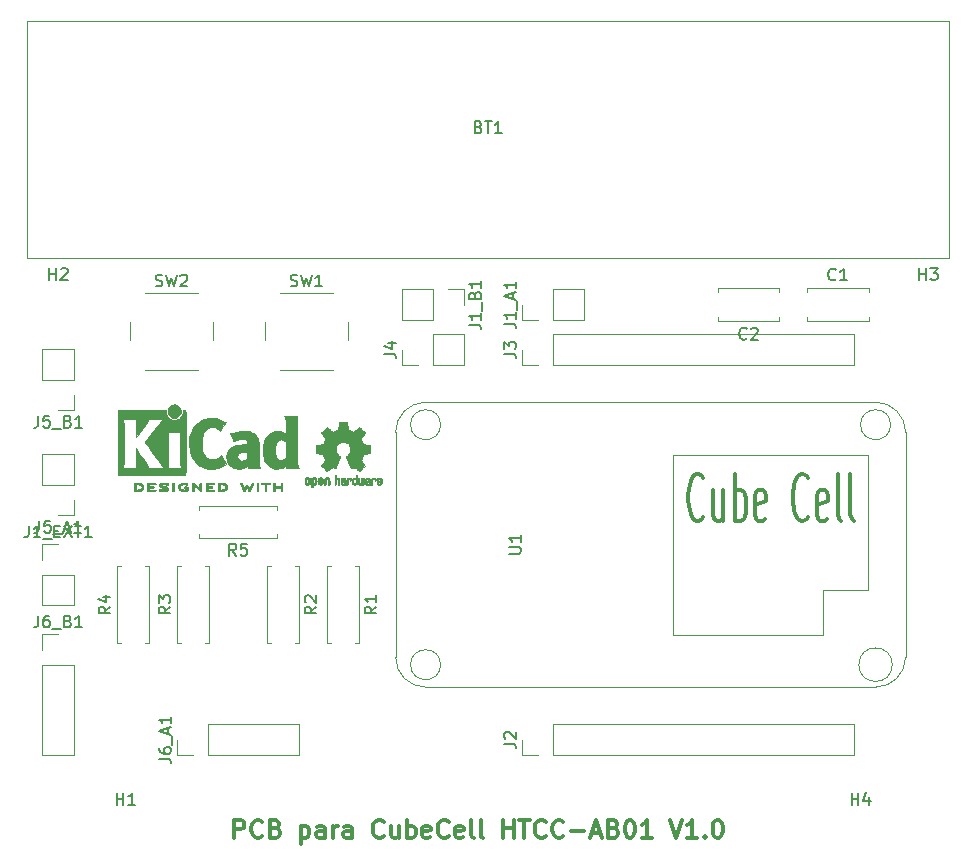
<source format=gto>
G04 #@! TF.GenerationSoftware,KiCad,Pcbnew,(5.1.5)-3*
G04 #@! TF.CreationDate,2020-07-16T15:34:51+02:00*
G04 #@! TF.ProjectId,AdaptaddorCubeCellV2,41646170-7461-4646-946f-724375626543,1.0*
G04 #@! TF.SameCoordinates,Original*
G04 #@! TF.FileFunction,Legend,Top*
G04 #@! TF.FilePolarity,Positive*
%FSLAX46Y46*%
G04 Gerber Fmt 4.6, Leading zero omitted, Abs format (unit mm)*
G04 Created by KiCad (PCBNEW (5.1.5)-3) date 2020-07-16 15:34:51*
%MOMM*%
%LPD*%
G04 APERTURE LIST*
%ADD10C,0.300000*%
%ADD11C,0.120000*%
%ADD12C,0.010000*%
%ADD13C,0.150000*%
G04 APERTURE END LIST*
D10*
X107627142Y-136568571D02*
X107627142Y-135068571D01*
X108198571Y-135068571D01*
X108341428Y-135140000D01*
X108412857Y-135211428D01*
X108484285Y-135354285D01*
X108484285Y-135568571D01*
X108412857Y-135711428D01*
X108341428Y-135782857D01*
X108198571Y-135854285D01*
X107627142Y-135854285D01*
X109984285Y-136425714D02*
X109912857Y-136497142D01*
X109698571Y-136568571D01*
X109555714Y-136568571D01*
X109341428Y-136497142D01*
X109198571Y-136354285D01*
X109127142Y-136211428D01*
X109055714Y-135925714D01*
X109055714Y-135711428D01*
X109127142Y-135425714D01*
X109198571Y-135282857D01*
X109341428Y-135140000D01*
X109555714Y-135068571D01*
X109698571Y-135068571D01*
X109912857Y-135140000D01*
X109984285Y-135211428D01*
X111127142Y-135782857D02*
X111341428Y-135854285D01*
X111412857Y-135925714D01*
X111484285Y-136068571D01*
X111484285Y-136282857D01*
X111412857Y-136425714D01*
X111341428Y-136497142D01*
X111198571Y-136568571D01*
X110627142Y-136568571D01*
X110627142Y-135068571D01*
X111127142Y-135068571D01*
X111270000Y-135140000D01*
X111341428Y-135211428D01*
X111412857Y-135354285D01*
X111412857Y-135497142D01*
X111341428Y-135640000D01*
X111270000Y-135711428D01*
X111127142Y-135782857D01*
X110627142Y-135782857D01*
X113270000Y-135568571D02*
X113270000Y-137068571D01*
X113270000Y-135640000D02*
X113412857Y-135568571D01*
X113698571Y-135568571D01*
X113841428Y-135640000D01*
X113912857Y-135711428D01*
X113984285Y-135854285D01*
X113984285Y-136282857D01*
X113912857Y-136425714D01*
X113841428Y-136497142D01*
X113698571Y-136568571D01*
X113412857Y-136568571D01*
X113270000Y-136497142D01*
X115270000Y-136568571D02*
X115270000Y-135782857D01*
X115198571Y-135640000D01*
X115055714Y-135568571D01*
X114770000Y-135568571D01*
X114627142Y-135640000D01*
X115270000Y-136497142D02*
X115127142Y-136568571D01*
X114770000Y-136568571D01*
X114627142Y-136497142D01*
X114555714Y-136354285D01*
X114555714Y-136211428D01*
X114627142Y-136068571D01*
X114770000Y-135997142D01*
X115127142Y-135997142D01*
X115270000Y-135925714D01*
X115984285Y-136568571D02*
X115984285Y-135568571D01*
X115984285Y-135854285D02*
X116055714Y-135711428D01*
X116127142Y-135640000D01*
X116270000Y-135568571D01*
X116412857Y-135568571D01*
X117555714Y-136568571D02*
X117555714Y-135782857D01*
X117484285Y-135640000D01*
X117341428Y-135568571D01*
X117055714Y-135568571D01*
X116912857Y-135640000D01*
X117555714Y-136497142D02*
X117412857Y-136568571D01*
X117055714Y-136568571D01*
X116912857Y-136497142D01*
X116841428Y-136354285D01*
X116841428Y-136211428D01*
X116912857Y-136068571D01*
X117055714Y-135997142D01*
X117412857Y-135997142D01*
X117555714Y-135925714D01*
X120270000Y-136425714D02*
X120198571Y-136497142D01*
X119984285Y-136568571D01*
X119841428Y-136568571D01*
X119627142Y-136497142D01*
X119484285Y-136354285D01*
X119412857Y-136211428D01*
X119341428Y-135925714D01*
X119341428Y-135711428D01*
X119412857Y-135425714D01*
X119484285Y-135282857D01*
X119627142Y-135140000D01*
X119841428Y-135068571D01*
X119984285Y-135068571D01*
X120198571Y-135140000D01*
X120270000Y-135211428D01*
X121555714Y-135568571D02*
X121555714Y-136568571D01*
X120912857Y-135568571D02*
X120912857Y-136354285D01*
X120984285Y-136497142D01*
X121127142Y-136568571D01*
X121341428Y-136568571D01*
X121484285Y-136497142D01*
X121555714Y-136425714D01*
X122270000Y-136568571D02*
X122270000Y-135068571D01*
X122270000Y-135640000D02*
X122412857Y-135568571D01*
X122698571Y-135568571D01*
X122841428Y-135640000D01*
X122912857Y-135711428D01*
X122984285Y-135854285D01*
X122984285Y-136282857D01*
X122912857Y-136425714D01*
X122841428Y-136497142D01*
X122698571Y-136568571D01*
X122412857Y-136568571D01*
X122270000Y-136497142D01*
X124198571Y-136497142D02*
X124055714Y-136568571D01*
X123770000Y-136568571D01*
X123627142Y-136497142D01*
X123555714Y-136354285D01*
X123555714Y-135782857D01*
X123627142Y-135640000D01*
X123770000Y-135568571D01*
X124055714Y-135568571D01*
X124198571Y-135640000D01*
X124270000Y-135782857D01*
X124270000Y-135925714D01*
X123555714Y-136068571D01*
X125770000Y-136425714D02*
X125698571Y-136497142D01*
X125484285Y-136568571D01*
X125341428Y-136568571D01*
X125127142Y-136497142D01*
X124984285Y-136354285D01*
X124912857Y-136211428D01*
X124841428Y-135925714D01*
X124841428Y-135711428D01*
X124912857Y-135425714D01*
X124984285Y-135282857D01*
X125127142Y-135140000D01*
X125341428Y-135068571D01*
X125484285Y-135068571D01*
X125698571Y-135140000D01*
X125770000Y-135211428D01*
X126984285Y-136497142D02*
X126841428Y-136568571D01*
X126555714Y-136568571D01*
X126412857Y-136497142D01*
X126341428Y-136354285D01*
X126341428Y-135782857D01*
X126412857Y-135640000D01*
X126555714Y-135568571D01*
X126841428Y-135568571D01*
X126984285Y-135640000D01*
X127055714Y-135782857D01*
X127055714Y-135925714D01*
X126341428Y-136068571D01*
X127912857Y-136568571D02*
X127770000Y-136497142D01*
X127698571Y-136354285D01*
X127698571Y-135068571D01*
X128698571Y-136568571D02*
X128555714Y-136497142D01*
X128484285Y-136354285D01*
X128484285Y-135068571D01*
X130412857Y-136568571D02*
X130412857Y-135068571D01*
X130412857Y-135782857D02*
X131270000Y-135782857D01*
X131270000Y-136568571D02*
X131270000Y-135068571D01*
X131770000Y-135068571D02*
X132627142Y-135068571D01*
X132198571Y-136568571D02*
X132198571Y-135068571D01*
X133984285Y-136425714D02*
X133912857Y-136497142D01*
X133698571Y-136568571D01*
X133555714Y-136568571D01*
X133341428Y-136497142D01*
X133198571Y-136354285D01*
X133127142Y-136211428D01*
X133055714Y-135925714D01*
X133055714Y-135711428D01*
X133127142Y-135425714D01*
X133198571Y-135282857D01*
X133341428Y-135140000D01*
X133555714Y-135068571D01*
X133698571Y-135068571D01*
X133912857Y-135140000D01*
X133984285Y-135211428D01*
X135484285Y-136425714D02*
X135412857Y-136497142D01*
X135198571Y-136568571D01*
X135055714Y-136568571D01*
X134841428Y-136497142D01*
X134698571Y-136354285D01*
X134627142Y-136211428D01*
X134555714Y-135925714D01*
X134555714Y-135711428D01*
X134627142Y-135425714D01*
X134698571Y-135282857D01*
X134841428Y-135140000D01*
X135055714Y-135068571D01*
X135198571Y-135068571D01*
X135412857Y-135140000D01*
X135484285Y-135211428D01*
X136127142Y-135997142D02*
X137270000Y-135997142D01*
X137912857Y-136140000D02*
X138627142Y-136140000D01*
X137770000Y-136568571D02*
X138270000Y-135068571D01*
X138770000Y-136568571D01*
X139770000Y-135782857D02*
X139984285Y-135854285D01*
X140055714Y-135925714D01*
X140127142Y-136068571D01*
X140127142Y-136282857D01*
X140055714Y-136425714D01*
X139984285Y-136497142D01*
X139841428Y-136568571D01*
X139270000Y-136568571D01*
X139270000Y-135068571D01*
X139770000Y-135068571D01*
X139912857Y-135140000D01*
X139984285Y-135211428D01*
X140055714Y-135354285D01*
X140055714Y-135497142D01*
X139984285Y-135640000D01*
X139912857Y-135711428D01*
X139770000Y-135782857D01*
X139270000Y-135782857D01*
X141055714Y-135068571D02*
X141198571Y-135068571D01*
X141341428Y-135140000D01*
X141412857Y-135211428D01*
X141484285Y-135354285D01*
X141555714Y-135640000D01*
X141555714Y-135997142D01*
X141484285Y-136282857D01*
X141412857Y-136425714D01*
X141341428Y-136497142D01*
X141198571Y-136568571D01*
X141055714Y-136568571D01*
X140912857Y-136497142D01*
X140841428Y-136425714D01*
X140770000Y-136282857D01*
X140698571Y-135997142D01*
X140698571Y-135640000D01*
X140770000Y-135354285D01*
X140841428Y-135211428D01*
X140912857Y-135140000D01*
X141055714Y-135068571D01*
X142984285Y-136568571D02*
X142127142Y-136568571D01*
X142555714Y-136568571D02*
X142555714Y-135068571D01*
X142412857Y-135282857D01*
X142270000Y-135425714D01*
X142127142Y-135497142D01*
X144555714Y-135068571D02*
X145055714Y-136568571D01*
X145555714Y-135068571D01*
X146841428Y-136568571D02*
X145984285Y-136568571D01*
X146412857Y-136568571D02*
X146412857Y-135068571D01*
X146270000Y-135282857D01*
X146127142Y-135425714D01*
X145984285Y-135497142D01*
X147484285Y-136425714D02*
X147555714Y-136497142D01*
X147484285Y-136568571D01*
X147412857Y-136497142D01*
X147484285Y-136425714D01*
X147484285Y-136568571D01*
X148484285Y-135068571D02*
X148627142Y-135068571D01*
X148770000Y-135140000D01*
X148841428Y-135211428D01*
X148912857Y-135354285D01*
X148984285Y-135640000D01*
X148984285Y-135997142D01*
X148912857Y-136282857D01*
X148841428Y-136425714D01*
X148770000Y-136497142D01*
X148627142Y-136568571D01*
X148484285Y-136568571D01*
X148341428Y-136497142D01*
X148270000Y-136425714D01*
X148198571Y-136282857D01*
X148127142Y-135997142D01*
X148127142Y-135640000D01*
X148198571Y-135354285D01*
X148270000Y-135211428D01*
X148341428Y-135140000D01*
X148484285Y-135068571D01*
D11*
X168100000Y-87520000D02*
X90100000Y-87520000D01*
X90100000Y-87520000D02*
X90100000Y-67420000D01*
X90100000Y-67420000D02*
X168100000Y-67420000D01*
X168100000Y-67420000D02*
X168100000Y-87520000D01*
X160080000Y-129600000D02*
X160080000Y-126940000D01*
X134620000Y-129600000D02*
X160080000Y-129600000D01*
X134620000Y-126940000D02*
X160080000Y-126940000D01*
X134620000Y-129600000D02*
X134620000Y-126940000D01*
X133350000Y-129600000D02*
X132020000Y-129600000D01*
X132020000Y-129600000D02*
X132020000Y-128270000D01*
X160080000Y-96580000D02*
X160080000Y-93920000D01*
X134620000Y-96580000D02*
X160080000Y-96580000D01*
X134620000Y-93920000D02*
X160080000Y-93920000D01*
X134620000Y-96580000D02*
X134620000Y-93920000D01*
X133350000Y-96580000D02*
X132020000Y-96580000D01*
X132020000Y-96580000D02*
X132020000Y-95250000D01*
X127060000Y-96580000D02*
X127060000Y-93920000D01*
X124460000Y-96580000D02*
X127060000Y-96580000D01*
X124460000Y-93920000D02*
X127060000Y-93920000D01*
X124460000Y-96580000D02*
X124460000Y-93920000D01*
X123190000Y-96580000D02*
X121860000Y-96580000D01*
X121860000Y-96580000D02*
X121860000Y-95250000D01*
X137220000Y-92770000D02*
X137220000Y-90110000D01*
X134620000Y-92770000D02*
X137220000Y-92770000D01*
X134620000Y-90110000D02*
X137220000Y-90110000D01*
X134620000Y-92770000D02*
X134620000Y-90110000D01*
X133350000Y-92770000D02*
X132020000Y-92770000D01*
X132020000Y-92770000D02*
X132020000Y-91440000D01*
X121860000Y-90110000D02*
X121860000Y-92770000D01*
X124460000Y-90110000D02*
X121860000Y-90110000D01*
X124460000Y-92770000D02*
X121860000Y-92770000D01*
X124460000Y-90110000D02*
X124460000Y-92770000D01*
X125730000Y-90110000D02*
X127060000Y-90110000D01*
X127060000Y-90110000D02*
X127060000Y-91440000D01*
X94040000Y-104080000D02*
X91380000Y-104080000D01*
X94040000Y-106680000D02*
X94040000Y-104080000D01*
X91380000Y-106680000D02*
X91380000Y-104080000D01*
X94040000Y-106680000D02*
X91380000Y-106680000D01*
X94040000Y-107950000D02*
X94040000Y-109280000D01*
X94040000Y-109280000D02*
X92710000Y-109280000D01*
X94040000Y-95190000D02*
X91380000Y-95190000D01*
X94040000Y-97790000D02*
X94040000Y-95190000D01*
X91380000Y-97790000D02*
X91380000Y-95190000D01*
X94040000Y-97790000D02*
X91380000Y-97790000D01*
X94040000Y-99060000D02*
X94040000Y-100390000D01*
X94040000Y-100390000D02*
X92710000Y-100390000D01*
X113090000Y-129600000D02*
X113090000Y-126940000D01*
X105410000Y-129600000D02*
X113090000Y-129600000D01*
X105410000Y-126940000D02*
X113090000Y-126940000D01*
X105410000Y-129600000D02*
X105410000Y-126940000D01*
X104140000Y-129600000D02*
X102810000Y-129600000D01*
X102810000Y-129600000D02*
X102810000Y-128270000D01*
X91380000Y-129600000D02*
X94040000Y-129600000D01*
X91380000Y-121920000D02*
X91380000Y-129600000D01*
X94040000Y-121920000D02*
X94040000Y-129600000D01*
X91380000Y-121920000D02*
X94040000Y-121920000D01*
X91380000Y-120650000D02*
X91380000Y-119320000D01*
X91380000Y-119320000D02*
X92710000Y-119320000D01*
D12*
G36*
X99300337Y-106505258D02*
G01*
X99339819Y-106505659D01*
X99455508Y-106508451D01*
X99552397Y-106516742D01*
X99633789Y-106531424D01*
X99702985Y-106553385D01*
X99763288Y-106583514D01*
X99818000Y-106622702D01*
X99837541Y-106639724D01*
X99869958Y-106679555D01*
X99899188Y-106733605D01*
X99921717Y-106793515D01*
X99934029Y-106850931D01*
X99935308Y-106872148D01*
X99927291Y-106930961D01*
X99905809Y-106995205D01*
X99874709Y-107056013D01*
X99837842Y-107104522D01*
X99831854Y-107110374D01*
X99781129Y-107151513D01*
X99725583Y-107183627D01*
X99662012Y-107207557D01*
X99587214Y-107224145D01*
X99497986Y-107234233D01*
X99391126Y-107238661D01*
X99342180Y-107239037D01*
X99279946Y-107238737D01*
X99236180Y-107237484D01*
X99206777Y-107234746D01*
X99187629Y-107229993D01*
X99174631Y-107222693D01*
X99167663Y-107216459D01*
X99161082Y-107208886D01*
X99155920Y-107199116D01*
X99152005Y-107184532D01*
X99149165Y-107162518D01*
X99147228Y-107130456D01*
X99146024Y-107085728D01*
X99145380Y-107025718D01*
X99145125Y-106947809D01*
X99145086Y-106872148D01*
X99144838Y-106771233D01*
X99144891Y-106690619D01*
X99145851Y-106652014D01*
X99291841Y-106652014D01*
X99291841Y-107092281D01*
X99384974Y-107092196D01*
X99441015Y-107090588D01*
X99499709Y-107086448D01*
X99548680Y-107080656D01*
X99550170Y-107080418D01*
X99629316Y-107061282D01*
X99690706Y-107031479D01*
X99737403Y-106989070D01*
X99767073Y-106943153D01*
X99785355Y-106892218D01*
X99783937Y-106844392D01*
X99762720Y-106793125D01*
X99721219Y-106740091D01*
X99663710Y-106700792D01*
X99588958Y-106674523D01*
X99539000Y-106665227D01*
X99482292Y-106658699D01*
X99422189Y-106653974D01*
X99371069Y-106652009D01*
X99368041Y-106652000D01*
X99291841Y-106652014D01*
X99145851Y-106652014D01*
X99146448Y-106628043D01*
X99150710Y-106581247D01*
X99158878Y-106547970D01*
X99172152Y-106525951D01*
X99191734Y-106512931D01*
X99218825Y-106506649D01*
X99254626Y-106504845D01*
X99300337Y-106505258D01*
G37*
X99300337Y-106505258D02*
X99339819Y-106505659D01*
X99455508Y-106508451D01*
X99552397Y-106516742D01*
X99633789Y-106531424D01*
X99702985Y-106553385D01*
X99763288Y-106583514D01*
X99818000Y-106622702D01*
X99837541Y-106639724D01*
X99869958Y-106679555D01*
X99899188Y-106733605D01*
X99921717Y-106793515D01*
X99934029Y-106850931D01*
X99935308Y-106872148D01*
X99927291Y-106930961D01*
X99905809Y-106995205D01*
X99874709Y-107056013D01*
X99837842Y-107104522D01*
X99831854Y-107110374D01*
X99781129Y-107151513D01*
X99725583Y-107183627D01*
X99662012Y-107207557D01*
X99587214Y-107224145D01*
X99497986Y-107234233D01*
X99391126Y-107238661D01*
X99342180Y-107239037D01*
X99279946Y-107238737D01*
X99236180Y-107237484D01*
X99206777Y-107234746D01*
X99187629Y-107229993D01*
X99174631Y-107222693D01*
X99167663Y-107216459D01*
X99161082Y-107208886D01*
X99155920Y-107199116D01*
X99152005Y-107184532D01*
X99149165Y-107162518D01*
X99147228Y-107130456D01*
X99146024Y-107085728D01*
X99145380Y-107025718D01*
X99145125Y-106947809D01*
X99145086Y-106872148D01*
X99144838Y-106771233D01*
X99144891Y-106690619D01*
X99145851Y-106652014D01*
X99291841Y-106652014D01*
X99291841Y-107092281D01*
X99384974Y-107092196D01*
X99441015Y-107090588D01*
X99499709Y-107086448D01*
X99548680Y-107080656D01*
X99550170Y-107080418D01*
X99629316Y-107061282D01*
X99690706Y-107031479D01*
X99737403Y-106989070D01*
X99767073Y-106943153D01*
X99785355Y-106892218D01*
X99783937Y-106844392D01*
X99762720Y-106793125D01*
X99721219Y-106740091D01*
X99663710Y-106700792D01*
X99588958Y-106674523D01*
X99539000Y-106665227D01*
X99482292Y-106658699D01*
X99422189Y-106653974D01*
X99371069Y-106652009D01*
X99368041Y-106652000D01*
X99291841Y-106652014D01*
X99145851Y-106652014D01*
X99146448Y-106628043D01*
X99150710Y-106581247D01*
X99158878Y-106547970D01*
X99172152Y-106525951D01*
X99191734Y-106512931D01*
X99218825Y-106506649D01*
X99254626Y-106504845D01*
X99300337Y-106505258D01*
G36*
X100708914Y-106505338D02*
G01*
X100778322Y-106505710D01*
X100830711Y-106506577D01*
X100868861Y-106508138D01*
X100895549Y-106510595D01*
X100913555Y-106514149D01*
X100925659Y-106519002D01*
X100934639Y-106525353D01*
X100937890Y-106528276D01*
X100957665Y-106559334D01*
X100961226Y-106595020D01*
X100948217Y-106626702D01*
X100942202Y-106633105D01*
X100932473Y-106639313D01*
X100916807Y-106644102D01*
X100892300Y-106647706D01*
X100856047Y-106650356D01*
X100805143Y-106652287D01*
X100736682Y-106653731D01*
X100674091Y-106654610D01*
X100426374Y-106657659D01*
X100422989Y-106722570D01*
X100419603Y-106787481D01*
X100587750Y-106787481D01*
X100660749Y-106788111D01*
X100714191Y-106790745D01*
X100751080Y-106796501D01*
X100774420Y-106806496D01*
X100787214Y-106821848D01*
X100792466Y-106843674D01*
X100793263Y-106863930D01*
X100790785Y-106888784D01*
X100781431Y-106907098D01*
X100762325Y-106919829D01*
X100730590Y-106927933D01*
X100683349Y-106932368D01*
X100617725Y-106934091D01*
X100581907Y-106934237D01*
X100420730Y-106934237D01*
X100420730Y-107092281D01*
X100669086Y-107092281D01*
X100750495Y-107092394D01*
X100812366Y-107092904D01*
X100857740Y-107094062D01*
X100889654Y-107096122D01*
X100911149Y-107099338D01*
X100925265Y-107103964D01*
X100935040Y-107110251D01*
X100940019Y-107114859D01*
X100957098Y-107141752D01*
X100962597Y-107165659D01*
X100954745Y-107194859D01*
X100940019Y-107216459D01*
X100932162Y-107223258D01*
X100922020Y-107228538D01*
X100906864Y-107232490D01*
X100883967Y-107235305D01*
X100850599Y-107237174D01*
X100804033Y-107238290D01*
X100741541Y-107238843D01*
X100660394Y-107239025D01*
X100618286Y-107239037D01*
X100528110Y-107238957D01*
X100457784Y-107238590D01*
X100404579Y-107237744D01*
X100365768Y-107236228D01*
X100338621Y-107233851D01*
X100320410Y-107230421D01*
X100308408Y-107225746D01*
X100299886Y-107219636D01*
X100296552Y-107216459D01*
X100289953Y-107208862D01*
X100284781Y-107199062D01*
X100280862Y-107184431D01*
X100278024Y-107162344D01*
X100276093Y-107130174D01*
X100274896Y-107085295D01*
X100274260Y-107025081D01*
X100274011Y-106946905D01*
X100273974Y-106874115D01*
X100274008Y-106780899D01*
X100274243Y-106707623D01*
X100274878Y-106651650D01*
X100276114Y-106610343D01*
X100278152Y-106581064D01*
X100281191Y-106561176D01*
X100285431Y-106548042D01*
X100291073Y-106539024D01*
X100298317Y-106531485D01*
X100300102Y-106529804D01*
X100308763Y-106522364D01*
X100318826Y-106516601D01*
X100333083Y-106512304D01*
X100354325Y-106509256D01*
X100385344Y-106507243D01*
X100428931Y-106506052D01*
X100487877Y-106505467D01*
X100564974Y-106505275D01*
X100619707Y-106505259D01*
X100708914Y-106505338D01*
G37*
X100708914Y-106505338D02*
X100778322Y-106505710D01*
X100830711Y-106506577D01*
X100868861Y-106508138D01*
X100895549Y-106510595D01*
X100913555Y-106514149D01*
X100925659Y-106519002D01*
X100934639Y-106525353D01*
X100937890Y-106528276D01*
X100957665Y-106559334D01*
X100961226Y-106595020D01*
X100948217Y-106626702D01*
X100942202Y-106633105D01*
X100932473Y-106639313D01*
X100916807Y-106644102D01*
X100892300Y-106647706D01*
X100856047Y-106650356D01*
X100805143Y-106652287D01*
X100736682Y-106653731D01*
X100674091Y-106654610D01*
X100426374Y-106657659D01*
X100422989Y-106722570D01*
X100419603Y-106787481D01*
X100587750Y-106787481D01*
X100660749Y-106788111D01*
X100714191Y-106790745D01*
X100751080Y-106796501D01*
X100774420Y-106806496D01*
X100787214Y-106821848D01*
X100792466Y-106843674D01*
X100793263Y-106863930D01*
X100790785Y-106888784D01*
X100781431Y-106907098D01*
X100762325Y-106919829D01*
X100730590Y-106927933D01*
X100683349Y-106932368D01*
X100617725Y-106934091D01*
X100581907Y-106934237D01*
X100420730Y-106934237D01*
X100420730Y-107092281D01*
X100669086Y-107092281D01*
X100750495Y-107092394D01*
X100812366Y-107092904D01*
X100857740Y-107094062D01*
X100889654Y-107096122D01*
X100911149Y-107099338D01*
X100925265Y-107103964D01*
X100935040Y-107110251D01*
X100940019Y-107114859D01*
X100957098Y-107141752D01*
X100962597Y-107165659D01*
X100954745Y-107194859D01*
X100940019Y-107216459D01*
X100932162Y-107223258D01*
X100922020Y-107228538D01*
X100906864Y-107232490D01*
X100883967Y-107235305D01*
X100850599Y-107237174D01*
X100804033Y-107238290D01*
X100741541Y-107238843D01*
X100660394Y-107239025D01*
X100618286Y-107239037D01*
X100528110Y-107238957D01*
X100457784Y-107238590D01*
X100404579Y-107237744D01*
X100365768Y-107236228D01*
X100338621Y-107233851D01*
X100320410Y-107230421D01*
X100308408Y-107225746D01*
X100299886Y-107219636D01*
X100296552Y-107216459D01*
X100289953Y-107208862D01*
X100284781Y-107199062D01*
X100280862Y-107184431D01*
X100278024Y-107162344D01*
X100276093Y-107130174D01*
X100274896Y-107085295D01*
X100274260Y-107025081D01*
X100274011Y-106946905D01*
X100273974Y-106874115D01*
X100274008Y-106780899D01*
X100274243Y-106707623D01*
X100274878Y-106651650D01*
X100276114Y-106610343D01*
X100278152Y-106581064D01*
X100281191Y-106561176D01*
X100285431Y-106548042D01*
X100291073Y-106539024D01*
X100298317Y-106531485D01*
X100300102Y-106529804D01*
X100308763Y-106522364D01*
X100318826Y-106516601D01*
X100333083Y-106512304D01*
X100354325Y-106509256D01*
X100385344Y-106507243D01*
X100428931Y-106506052D01*
X100487877Y-106505467D01*
X100564974Y-106505275D01*
X100619707Y-106505259D01*
X100708914Y-106505338D01*
G36*
X101730005Y-106506543D02*
G01*
X101804820Y-106511773D01*
X101874402Y-106519942D01*
X101934706Y-106530742D01*
X101981688Y-106543865D01*
X102011302Y-106559005D01*
X102015848Y-106563461D01*
X102031654Y-106598042D01*
X102026861Y-106633543D01*
X102002344Y-106663917D01*
X102001174Y-106664788D01*
X101986754Y-106674146D01*
X101971700Y-106679068D01*
X101950703Y-106679665D01*
X101918451Y-106676053D01*
X101869635Y-106668346D01*
X101865708Y-106667697D01*
X101792969Y-106658761D01*
X101714491Y-106654353D01*
X101635781Y-106654311D01*
X101562347Y-106658471D01*
X101499697Y-106666671D01*
X101453338Y-106678749D01*
X101450292Y-106679963D01*
X101416660Y-106698807D01*
X101404844Y-106717877D01*
X101414094Y-106736631D01*
X101443661Y-106754529D01*
X101492797Y-106771029D01*
X101560751Y-106785588D01*
X101606063Y-106792598D01*
X101700252Y-106806081D01*
X101775164Y-106818406D01*
X101833991Y-106830641D01*
X101879923Y-106843853D01*
X101916153Y-106859109D01*
X101945870Y-106877477D01*
X101972266Y-106900023D01*
X101993478Y-106922163D01*
X102018643Y-106953011D01*
X102031027Y-106979537D01*
X102034900Y-107012218D01*
X102035041Y-107024187D01*
X102032132Y-107063904D01*
X102020506Y-107093451D01*
X102000385Y-107119678D01*
X101959492Y-107159768D01*
X101913891Y-107190341D01*
X101860195Y-107212395D01*
X101795016Y-107226927D01*
X101714964Y-107234933D01*
X101616651Y-107237410D01*
X101600419Y-107237369D01*
X101534859Y-107236010D01*
X101469842Y-107232922D01*
X101412456Y-107228548D01*
X101369786Y-107223332D01*
X101366336Y-107222733D01*
X101323912Y-107212683D01*
X101287928Y-107199988D01*
X101267558Y-107188382D01*
X101248601Y-107157764D01*
X101247281Y-107122110D01*
X101263623Y-107090336D01*
X101267279Y-107086743D01*
X101282393Y-107076068D01*
X101301293Y-107071468D01*
X101330546Y-107072251D01*
X101366057Y-107076319D01*
X101405738Y-107079954D01*
X101461363Y-107083020D01*
X101526302Y-107085245D01*
X101593923Y-107086356D01*
X101611708Y-107086429D01*
X101679580Y-107086156D01*
X101729254Y-107084838D01*
X101765098Y-107082019D01*
X101791484Y-107077242D01*
X101812782Y-107070049D01*
X101825582Y-107064059D01*
X101853708Y-107047425D01*
X101871640Y-107032360D01*
X101874261Y-107028089D01*
X101868732Y-107010455D01*
X101842448Y-106993384D01*
X101797230Y-106977650D01*
X101734900Y-106964030D01*
X101716537Y-106960996D01*
X101620618Y-106945930D01*
X101544067Y-106933338D01*
X101483928Y-106922303D01*
X101437248Y-106911912D01*
X101401071Y-106901248D01*
X101372443Y-106889397D01*
X101348410Y-106875443D01*
X101326016Y-106858473D01*
X101302306Y-106837570D01*
X101294328Y-106830241D01*
X101266355Y-106802891D01*
X101251548Y-106781221D01*
X101245756Y-106756424D01*
X101244819Y-106725175D01*
X101255133Y-106663897D01*
X101285956Y-106611832D01*
X101337113Y-106569150D01*
X101408425Y-106536017D01*
X101459308Y-106521156D01*
X101514608Y-106511558D01*
X101580855Y-106506128D01*
X101654002Y-106504559D01*
X101730005Y-106506543D01*
G37*
X101730005Y-106506543D02*
X101804820Y-106511773D01*
X101874402Y-106519942D01*
X101934706Y-106530742D01*
X101981688Y-106543865D01*
X102011302Y-106559005D01*
X102015848Y-106563461D01*
X102031654Y-106598042D01*
X102026861Y-106633543D01*
X102002344Y-106663917D01*
X102001174Y-106664788D01*
X101986754Y-106674146D01*
X101971700Y-106679068D01*
X101950703Y-106679665D01*
X101918451Y-106676053D01*
X101869635Y-106668346D01*
X101865708Y-106667697D01*
X101792969Y-106658761D01*
X101714491Y-106654353D01*
X101635781Y-106654311D01*
X101562347Y-106658471D01*
X101499697Y-106666671D01*
X101453338Y-106678749D01*
X101450292Y-106679963D01*
X101416660Y-106698807D01*
X101404844Y-106717877D01*
X101414094Y-106736631D01*
X101443661Y-106754529D01*
X101492797Y-106771029D01*
X101560751Y-106785588D01*
X101606063Y-106792598D01*
X101700252Y-106806081D01*
X101775164Y-106818406D01*
X101833991Y-106830641D01*
X101879923Y-106843853D01*
X101916153Y-106859109D01*
X101945870Y-106877477D01*
X101972266Y-106900023D01*
X101993478Y-106922163D01*
X102018643Y-106953011D01*
X102031027Y-106979537D01*
X102034900Y-107012218D01*
X102035041Y-107024187D01*
X102032132Y-107063904D01*
X102020506Y-107093451D01*
X102000385Y-107119678D01*
X101959492Y-107159768D01*
X101913891Y-107190341D01*
X101860195Y-107212395D01*
X101795016Y-107226927D01*
X101714964Y-107234933D01*
X101616651Y-107237410D01*
X101600419Y-107237369D01*
X101534859Y-107236010D01*
X101469842Y-107232922D01*
X101412456Y-107228548D01*
X101369786Y-107223332D01*
X101366336Y-107222733D01*
X101323912Y-107212683D01*
X101287928Y-107199988D01*
X101267558Y-107188382D01*
X101248601Y-107157764D01*
X101247281Y-107122110D01*
X101263623Y-107090336D01*
X101267279Y-107086743D01*
X101282393Y-107076068D01*
X101301293Y-107071468D01*
X101330546Y-107072251D01*
X101366057Y-107076319D01*
X101405738Y-107079954D01*
X101461363Y-107083020D01*
X101526302Y-107085245D01*
X101593923Y-107086356D01*
X101611708Y-107086429D01*
X101679580Y-107086156D01*
X101729254Y-107084838D01*
X101765098Y-107082019D01*
X101791484Y-107077242D01*
X101812782Y-107070049D01*
X101825582Y-107064059D01*
X101853708Y-107047425D01*
X101871640Y-107032360D01*
X101874261Y-107028089D01*
X101868732Y-107010455D01*
X101842448Y-106993384D01*
X101797230Y-106977650D01*
X101734900Y-106964030D01*
X101716537Y-106960996D01*
X101620618Y-106945930D01*
X101544067Y-106933338D01*
X101483928Y-106922303D01*
X101437248Y-106911912D01*
X101401071Y-106901248D01*
X101372443Y-106889397D01*
X101348410Y-106875443D01*
X101326016Y-106858473D01*
X101302306Y-106837570D01*
X101294328Y-106830241D01*
X101266355Y-106802891D01*
X101251548Y-106781221D01*
X101245756Y-106756424D01*
X101244819Y-106725175D01*
X101255133Y-106663897D01*
X101285956Y-106611832D01*
X101337113Y-106569150D01*
X101408425Y-106536017D01*
X101459308Y-106521156D01*
X101514608Y-106511558D01*
X101580855Y-106506128D01*
X101654002Y-106504559D01*
X101730005Y-106506543D01*
G36*
X102497886Y-106527837D02*
G01*
X102504466Y-106535410D01*
X102509629Y-106545179D01*
X102513544Y-106559763D01*
X102516384Y-106581777D01*
X102518321Y-106613840D01*
X102519525Y-106658567D01*
X102520169Y-106718577D01*
X102520424Y-106796486D01*
X102520463Y-106872148D01*
X102520394Y-106965994D01*
X102520070Y-107039881D01*
X102519322Y-107096424D01*
X102517976Y-107138241D01*
X102515862Y-107167949D01*
X102512808Y-107188165D01*
X102508642Y-107201506D01*
X102503192Y-107210590D01*
X102497886Y-107216459D01*
X102464882Y-107236139D01*
X102429717Y-107234373D01*
X102398253Y-107212909D01*
X102391024Y-107204529D01*
X102385374Y-107194806D01*
X102381109Y-107181053D01*
X102378035Y-107160581D01*
X102375956Y-107130704D01*
X102374678Y-107088733D01*
X102374007Y-107031981D01*
X102373749Y-106957759D01*
X102373708Y-106873729D01*
X102373708Y-106560677D01*
X102401417Y-106532968D01*
X102435571Y-106509655D01*
X102468702Y-106508815D01*
X102497886Y-106527837D01*
G37*
X102497886Y-106527837D02*
X102504466Y-106535410D01*
X102509629Y-106545179D01*
X102513544Y-106559763D01*
X102516384Y-106581777D01*
X102518321Y-106613840D01*
X102519525Y-106658567D01*
X102520169Y-106718577D01*
X102520424Y-106796486D01*
X102520463Y-106872148D01*
X102520394Y-106965994D01*
X102520070Y-107039881D01*
X102519322Y-107096424D01*
X102517976Y-107138241D01*
X102515862Y-107167949D01*
X102512808Y-107188165D01*
X102508642Y-107201506D01*
X102503192Y-107210590D01*
X102497886Y-107216459D01*
X102464882Y-107236139D01*
X102429717Y-107234373D01*
X102398253Y-107212909D01*
X102391024Y-107204529D01*
X102385374Y-107194806D01*
X102381109Y-107181053D01*
X102378035Y-107160581D01*
X102375956Y-107130704D01*
X102374678Y-107088733D01*
X102374007Y-107031981D01*
X102373749Y-106957759D01*
X102373708Y-106873729D01*
X102373708Y-106560677D01*
X102401417Y-106532968D01*
X102435571Y-106509655D01*
X102468702Y-106508815D01*
X102497886Y-106527837D01*
G36*
X103471627Y-106510791D02*
G01*
X103540143Y-106522287D01*
X103592765Y-106540159D01*
X103627000Y-106563691D01*
X103636329Y-106577116D01*
X103645815Y-106608340D01*
X103639431Y-106636587D01*
X103619278Y-106663374D01*
X103587963Y-106675905D01*
X103542525Y-106674888D01*
X103507382Y-106668098D01*
X103429289Y-106655163D01*
X103349482Y-106653934D01*
X103260153Y-106664433D01*
X103235479Y-106668882D01*
X103152417Y-106692300D01*
X103087435Y-106727137D01*
X103041247Y-106772796D01*
X103014563Y-106828686D01*
X103009045Y-106857580D01*
X103012657Y-106916204D01*
X103035979Y-106968071D01*
X103076884Y-107012170D01*
X103133249Y-107047491D01*
X103202948Y-107073021D01*
X103283856Y-107087751D01*
X103373848Y-107090670D01*
X103470798Y-107080767D01*
X103476272Y-107079833D01*
X103514833Y-107072651D01*
X103536214Y-107065713D01*
X103545481Y-107055419D01*
X103547702Y-107038168D01*
X103547752Y-107029033D01*
X103547752Y-106990681D01*
X103479277Y-106990681D01*
X103418808Y-106986539D01*
X103377543Y-106973339D01*
X103353533Y-106949922D01*
X103344831Y-106915128D01*
X103344725Y-106910586D01*
X103349816Y-106880846D01*
X103367275Y-106859611D01*
X103399769Y-106845558D01*
X103449965Y-106837365D01*
X103498585Y-106834353D01*
X103569252Y-106832625D01*
X103620510Y-106835262D01*
X103655469Y-106844992D01*
X103677238Y-106864545D01*
X103688928Y-106896648D01*
X103693648Y-106944030D01*
X103694508Y-107006263D01*
X103693099Y-107075727D01*
X103688860Y-107122978D01*
X103681772Y-107148204D01*
X103680397Y-107150180D01*
X103641480Y-107181700D01*
X103584422Y-107206662D01*
X103512839Y-107224532D01*
X103430350Y-107234778D01*
X103340569Y-107236865D01*
X103247116Y-107230260D01*
X103192152Y-107222148D01*
X103105942Y-107197746D01*
X103025816Y-107157854D01*
X102958731Y-107106079D01*
X102948535Y-107095731D01*
X102915406Y-107052227D01*
X102885514Y-106998310D01*
X102862351Y-106941784D01*
X102849410Y-106890451D01*
X102847850Y-106870736D01*
X102854490Y-106829611D01*
X102872140Y-106778444D01*
X102897411Y-106724586D01*
X102926919Y-106675387D01*
X102952989Y-106642526D01*
X103013943Y-106593644D01*
X103092739Y-106554737D01*
X103186551Y-106526686D01*
X103292558Y-106510371D01*
X103389708Y-106506384D01*
X103471627Y-106510791D01*
G37*
X103471627Y-106510791D02*
X103540143Y-106522287D01*
X103592765Y-106540159D01*
X103627000Y-106563691D01*
X103636329Y-106577116D01*
X103645815Y-106608340D01*
X103639431Y-106636587D01*
X103619278Y-106663374D01*
X103587963Y-106675905D01*
X103542525Y-106674888D01*
X103507382Y-106668098D01*
X103429289Y-106655163D01*
X103349482Y-106653934D01*
X103260153Y-106664433D01*
X103235479Y-106668882D01*
X103152417Y-106692300D01*
X103087435Y-106727137D01*
X103041247Y-106772796D01*
X103014563Y-106828686D01*
X103009045Y-106857580D01*
X103012657Y-106916204D01*
X103035979Y-106968071D01*
X103076884Y-107012170D01*
X103133249Y-107047491D01*
X103202948Y-107073021D01*
X103283856Y-107087751D01*
X103373848Y-107090670D01*
X103470798Y-107080767D01*
X103476272Y-107079833D01*
X103514833Y-107072651D01*
X103536214Y-107065713D01*
X103545481Y-107055419D01*
X103547702Y-107038168D01*
X103547752Y-107029033D01*
X103547752Y-106990681D01*
X103479277Y-106990681D01*
X103418808Y-106986539D01*
X103377543Y-106973339D01*
X103353533Y-106949922D01*
X103344831Y-106915128D01*
X103344725Y-106910586D01*
X103349816Y-106880846D01*
X103367275Y-106859611D01*
X103399769Y-106845558D01*
X103449965Y-106837365D01*
X103498585Y-106834353D01*
X103569252Y-106832625D01*
X103620510Y-106835262D01*
X103655469Y-106844992D01*
X103677238Y-106864545D01*
X103688928Y-106896648D01*
X103693648Y-106944030D01*
X103694508Y-107006263D01*
X103693099Y-107075727D01*
X103688860Y-107122978D01*
X103681772Y-107148204D01*
X103680397Y-107150180D01*
X103641480Y-107181700D01*
X103584422Y-107206662D01*
X103512839Y-107224532D01*
X103430350Y-107234778D01*
X103340569Y-107236865D01*
X103247116Y-107230260D01*
X103192152Y-107222148D01*
X103105942Y-107197746D01*
X103025816Y-107157854D01*
X102958731Y-107106079D01*
X102948535Y-107095731D01*
X102915406Y-107052227D01*
X102885514Y-106998310D01*
X102862351Y-106941784D01*
X102849410Y-106890451D01*
X102847850Y-106870736D01*
X102854490Y-106829611D01*
X102872140Y-106778444D01*
X102897411Y-106724586D01*
X102926919Y-106675387D01*
X102952989Y-106642526D01*
X103013943Y-106593644D01*
X103092739Y-106554737D01*
X103186551Y-106526686D01*
X103292558Y-106510371D01*
X103389708Y-106506384D01*
X103471627Y-106510791D01*
G36*
X104121594Y-106509640D02*
G01*
X104145160Y-106523465D01*
X104175973Y-106546073D01*
X104215630Y-106578530D01*
X104265728Y-106621900D01*
X104327865Y-106677250D01*
X104403636Y-106745643D01*
X104490374Y-106824276D01*
X104670997Y-106988070D01*
X104676641Y-106768221D01*
X104678679Y-106692543D01*
X104680645Y-106636186D01*
X104682974Y-106595898D01*
X104686102Y-106568427D01*
X104690463Y-106550521D01*
X104696492Y-106538929D01*
X104704624Y-106530400D01*
X104708936Y-106526815D01*
X104743467Y-106507862D01*
X104776325Y-106510633D01*
X104802390Y-106526825D01*
X104829041Y-106548391D01*
X104832356Y-106863343D01*
X104833273Y-106955971D01*
X104833740Y-107028736D01*
X104833595Y-107084353D01*
X104832676Y-107125534D01*
X104830821Y-107154995D01*
X104827869Y-107175447D01*
X104823658Y-107189605D01*
X104818026Y-107200183D01*
X104811781Y-107208666D01*
X104798269Y-107224399D01*
X104784825Y-107234828D01*
X104769584Y-107238831D01*
X104750682Y-107235286D01*
X104726253Y-107223071D01*
X104694435Y-107201063D01*
X104653360Y-107168141D01*
X104601166Y-107123183D01*
X104535986Y-107065067D01*
X104462152Y-106998291D01*
X104196863Y-106757650D01*
X104191219Y-106976781D01*
X104189177Y-107052320D01*
X104187206Y-107108546D01*
X104184869Y-107148716D01*
X104181727Y-107176088D01*
X104177344Y-107193920D01*
X104171284Y-107205471D01*
X104163108Y-107213999D01*
X104158924Y-107217474D01*
X104121943Y-107236564D01*
X104087000Y-107233685D01*
X104056572Y-107209292D01*
X104049611Y-107199478D01*
X104044185Y-107188018D01*
X104040105Y-107172160D01*
X104037179Y-107149155D01*
X104035216Y-107116254D01*
X104034025Y-107070708D01*
X104033416Y-107009765D01*
X104033197Y-106930678D01*
X104033174Y-106872148D01*
X104033248Y-106780599D01*
X104033595Y-106708879D01*
X104034407Y-106654237D01*
X104035875Y-106613924D01*
X104038189Y-106585190D01*
X104041541Y-106565285D01*
X104046120Y-106551460D01*
X104052119Y-106540964D01*
X104056572Y-106535003D01*
X104067858Y-106520883D01*
X104078407Y-106510221D01*
X104089815Y-106504084D01*
X104103678Y-106503535D01*
X104121594Y-106509640D01*
G37*
X104121594Y-106509640D02*
X104145160Y-106523465D01*
X104175973Y-106546073D01*
X104215630Y-106578530D01*
X104265728Y-106621900D01*
X104327865Y-106677250D01*
X104403636Y-106745643D01*
X104490374Y-106824276D01*
X104670997Y-106988070D01*
X104676641Y-106768221D01*
X104678679Y-106692543D01*
X104680645Y-106636186D01*
X104682974Y-106595898D01*
X104686102Y-106568427D01*
X104690463Y-106550521D01*
X104696492Y-106538929D01*
X104704624Y-106530400D01*
X104708936Y-106526815D01*
X104743467Y-106507862D01*
X104776325Y-106510633D01*
X104802390Y-106526825D01*
X104829041Y-106548391D01*
X104832356Y-106863343D01*
X104833273Y-106955971D01*
X104833740Y-107028736D01*
X104833595Y-107084353D01*
X104832676Y-107125534D01*
X104830821Y-107154995D01*
X104827869Y-107175447D01*
X104823658Y-107189605D01*
X104818026Y-107200183D01*
X104811781Y-107208666D01*
X104798269Y-107224399D01*
X104784825Y-107234828D01*
X104769584Y-107238831D01*
X104750682Y-107235286D01*
X104726253Y-107223071D01*
X104694435Y-107201063D01*
X104653360Y-107168141D01*
X104601166Y-107123183D01*
X104535986Y-107065067D01*
X104462152Y-106998291D01*
X104196863Y-106757650D01*
X104191219Y-106976781D01*
X104189177Y-107052320D01*
X104187206Y-107108546D01*
X104184869Y-107148716D01*
X104181727Y-107176088D01*
X104177344Y-107193920D01*
X104171284Y-107205471D01*
X104163108Y-107213999D01*
X104158924Y-107217474D01*
X104121943Y-107236564D01*
X104087000Y-107233685D01*
X104056572Y-107209292D01*
X104049611Y-107199478D01*
X104044185Y-107188018D01*
X104040105Y-107172160D01*
X104037179Y-107149155D01*
X104035216Y-107116254D01*
X104034025Y-107070708D01*
X104033416Y-107009765D01*
X104033197Y-106930678D01*
X104033174Y-106872148D01*
X104033248Y-106780599D01*
X104033595Y-106708879D01*
X104034407Y-106654237D01*
X104035875Y-106613924D01*
X104038189Y-106585190D01*
X104041541Y-106565285D01*
X104046120Y-106551460D01*
X104052119Y-106540964D01*
X104056572Y-106535003D01*
X104067858Y-106520883D01*
X104078407Y-106510221D01*
X104089815Y-106504084D01*
X104103678Y-106503535D01*
X104121594Y-106509640D01*
G36*
X105652051Y-106505452D02*
G01*
X105728409Y-106506366D01*
X105786925Y-106508503D01*
X105829963Y-106512367D01*
X105859891Y-106518459D01*
X105879076Y-106527282D01*
X105889884Y-106539338D01*
X105894681Y-106555131D01*
X105895835Y-106575162D01*
X105895841Y-106577527D01*
X105894839Y-106600184D01*
X105890104Y-106617695D01*
X105879041Y-106630766D01*
X105859056Y-106640105D01*
X105827554Y-106646419D01*
X105781940Y-106650414D01*
X105719621Y-106652798D01*
X105638001Y-106654278D01*
X105612985Y-106654606D01*
X105370908Y-106657659D01*
X105367522Y-106722570D01*
X105364137Y-106787481D01*
X105532284Y-106787481D01*
X105597974Y-106787723D01*
X105644880Y-106788748D01*
X105676791Y-106791003D01*
X105697499Y-106794934D01*
X105710792Y-106800990D01*
X105720463Y-106809616D01*
X105720525Y-106809685D01*
X105738064Y-106843304D01*
X105737430Y-106879640D01*
X105719022Y-106910615D01*
X105715379Y-106913799D01*
X105702449Y-106922004D01*
X105684732Y-106927713D01*
X105658278Y-106931354D01*
X105619140Y-106933359D01*
X105563370Y-106934156D01*
X105527702Y-106934237D01*
X105365263Y-106934237D01*
X105365263Y-107092281D01*
X105611869Y-107092281D01*
X105693288Y-107092423D01*
X105755118Y-107093006D01*
X105800345Y-107094260D01*
X105831956Y-107096419D01*
X105852939Y-107099715D01*
X105866281Y-107104381D01*
X105874969Y-107110649D01*
X105877158Y-107112925D01*
X105893322Y-107144472D01*
X105894505Y-107180360D01*
X105881244Y-107211477D01*
X105870751Y-107221463D01*
X105859837Y-107226961D01*
X105842925Y-107231214D01*
X105817341Y-107234372D01*
X105780409Y-107236584D01*
X105729454Y-107237998D01*
X105661802Y-107238764D01*
X105574777Y-107239030D01*
X105555102Y-107239037D01*
X105466619Y-107238979D01*
X105397935Y-107238659D01*
X105346272Y-107237859D01*
X105308853Y-107236359D01*
X105282898Y-107233941D01*
X105265630Y-107230386D01*
X105254270Y-107225474D01*
X105246040Y-107218987D01*
X105241525Y-107214330D01*
X105234729Y-107206081D01*
X105229420Y-107195861D01*
X105225414Y-107180992D01*
X105222529Y-107158794D01*
X105220582Y-107126585D01*
X105219389Y-107081688D01*
X105218769Y-107021420D01*
X105218537Y-106943103D01*
X105218508Y-106877186D01*
X105218579Y-106784820D01*
X105218916Y-106712309D01*
X105219706Y-106656929D01*
X105221134Y-106615957D01*
X105223387Y-106586670D01*
X105226651Y-106566345D01*
X105231112Y-106552258D01*
X105236956Y-106541687D01*
X105241905Y-106535003D01*
X105265302Y-106505259D01*
X105555482Y-106505259D01*
X105652051Y-106505452D01*
G37*
X105652051Y-106505452D02*
X105728409Y-106506366D01*
X105786925Y-106508503D01*
X105829963Y-106512367D01*
X105859891Y-106518459D01*
X105879076Y-106527282D01*
X105889884Y-106539338D01*
X105894681Y-106555131D01*
X105895835Y-106575162D01*
X105895841Y-106577527D01*
X105894839Y-106600184D01*
X105890104Y-106617695D01*
X105879041Y-106630766D01*
X105859056Y-106640105D01*
X105827554Y-106646419D01*
X105781940Y-106650414D01*
X105719621Y-106652798D01*
X105638001Y-106654278D01*
X105612985Y-106654606D01*
X105370908Y-106657659D01*
X105367522Y-106722570D01*
X105364137Y-106787481D01*
X105532284Y-106787481D01*
X105597974Y-106787723D01*
X105644880Y-106788748D01*
X105676791Y-106791003D01*
X105697499Y-106794934D01*
X105710792Y-106800990D01*
X105720463Y-106809616D01*
X105720525Y-106809685D01*
X105738064Y-106843304D01*
X105737430Y-106879640D01*
X105719022Y-106910615D01*
X105715379Y-106913799D01*
X105702449Y-106922004D01*
X105684732Y-106927713D01*
X105658278Y-106931354D01*
X105619140Y-106933359D01*
X105563370Y-106934156D01*
X105527702Y-106934237D01*
X105365263Y-106934237D01*
X105365263Y-107092281D01*
X105611869Y-107092281D01*
X105693288Y-107092423D01*
X105755118Y-107093006D01*
X105800345Y-107094260D01*
X105831956Y-107096419D01*
X105852939Y-107099715D01*
X105866281Y-107104381D01*
X105874969Y-107110649D01*
X105877158Y-107112925D01*
X105893322Y-107144472D01*
X105894505Y-107180360D01*
X105881244Y-107211477D01*
X105870751Y-107221463D01*
X105859837Y-107226961D01*
X105842925Y-107231214D01*
X105817341Y-107234372D01*
X105780409Y-107236584D01*
X105729454Y-107237998D01*
X105661802Y-107238764D01*
X105574777Y-107239030D01*
X105555102Y-107239037D01*
X105466619Y-107238979D01*
X105397935Y-107238659D01*
X105346272Y-107237859D01*
X105308853Y-107236359D01*
X105282898Y-107233941D01*
X105265630Y-107230386D01*
X105254270Y-107225474D01*
X105246040Y-107218987D01*
X105241525Y-107214330D01*
X105234729Y-107206081D01*
X105229420Y-107195861D01*
X105225414Y-107180992D01*
X105222529Y-107158794D01*
X105220582Y-107126585D01*
X105219389Y-107081688D01*
X105218769Y-107021420D01*
X105218537Y-106943103D01*
X105218508Y-106877186D01*
X105218579Y-106784820D01*
X105218916Y-106712309D01*
X105219706Y-106656929D01*
X105221134Y-106615957D01*
X105223387Y-106586670D01*
X105226651Y-106566345D01*
X105231112Y-106552258D01*
X105236956Y-106541687D01*
X105241905Y-106535003D01*
X105265302Y-106505259D01*
X105555482Y-106505259D01*
X105652051Y-106505452D01*
G36*
X106440017Y-106505467D02*
G01*
X106568996Y-106509828D01*
X106678699Y-106523053D01*
X106770934Y-106545933D01*
X106847510Y-106579262D01*
X106910235Y-106623830D01*
X106960920Y-106680428D01*
X107001371Y-106749850D01*
X107002167Y-106751543D01*
X107026309Y-106813675D01*
X107034911Y-106868701D01*
X107027939Y-106924079D01*
X107005362Y-106987265D01*
X107001080Y-106996881D01*
X106971880Y-107053158D01*
X106939064Y-107096643D01*
X106896710Y-107133609D01*
X106838898Y-107170327D01*
X106835539Y-107172244D01*
X106785212Y-107196419D01*
X106728329Y-107214474D01*
X106661235Y-107227031D01*
X106580273Y-107234714D01*
X106481790Y-107238145D01*
X106446994Y-107238443D01*
X106281302Y-107239037D01*
X106257905Y-107209292D01*
X106250965Y-107199511D01*
X106245550Y-107188089D01*
X106241473Y-107172287D01*
X106238545Y-107149367D01*
X106236575Y-107116588D01*
X106235933Y-107092281D01*
X106392552Y-107092281D01*
X106486434Y-107092281D01*
X106541372Y-107090675D01*
X106597768Y-107086447D01*
X106644053Y-107080484D01*
X106646847Y-107079982D01*
X106729056Y-107057928D01*
X106792822Y-107024792D01*
X106840160Y-106979039D01*
X106873090Y-106919131D01*
X106878816Y-106903253D01*
X106884429Y-106878525D01*
X106881999Y-106854094D01*
X106870175Y-106821592D01*
X106863048Y-106805626D01*
X106839708Y-106763198D01*
X106811588Y-106733432D01*
X106780648Y-106712703D01*
X106718674Y-106685729D01*
X106639359Y-106666190D01*
X106546961Y-106654938D01*
X106480041Y-106652462D01*
X106392552Y-106652014D01*
X106392552Y-107092281D01*
X106235933Y-107092281D01*
X106235376Y-107071213D01*
X106234758Y-107010503D01*
X106234533Y-106931718D01*
X106234508Y-106870112D01*
X106234508Y-106560677D01*
X106262217Y-106532968D01*
X106274514Y-106521736D01*
X106287811Y-106514045D01*
X106306380Y-106509232D01*
X106334494Y-106506638D01*
X106376425Y-106505602D01*
X106436445Y-106505462D01*
X106440017Y-106505467D01*
G37*
X106440017Y-106505467D02*
X106568996Y-106509828D01*
X106678699Y-106523053D01*
X106770934Y-106545933D01*
X106847510Y-106579262D01*
X106910235Y-106623830D01*
X106960920Y-106680428D01*
X107001371Y-106749850D01*
X107002167Y-106751543D01*
X107026309Y-106813675D01*
X107034911Y-106868701D01*
X107027939Y-106924079D01*
X107005362Y-106987265D01*
X107001080Y-106996881D01*
X106971880Y-107053158D01*
X106939064Y-107096643D01*
X106896710Y-107133609D01*
X106838898Y-107170327D01*
X106835539Y-107172244D01*
X106785212Y-107196419D01*
X106728329Y-107214474D01*
X106661235Y-107227031D01*
X106580273Y-107234714D01*
X106481790Y-107238145D01*
X106446994Y-107238443D01*
X106281302Y-107239037D01*
X106257905Y-107209292D01*
X106250965Y-107199511D01*
X106245550Y-107188089D01*
X106241473Y-107172287D01*
X106238545Y-107149367D01*
X106236575Y-107116588D01*
X106235933Y-107092281D01*
X106392552Y-107092281D01*
X106486434Y-107092281D01*
X106541372Y-107090675D01*
X106597768Y-107086447D01*
X106644053Y-107080484D01*
X106646847Y-107079982D01*
X106729056Y-107057928D01*
X106792822Y-107024792D01*
X106840160Y-106979039D01*
X106873090Y-106919131D01*
X106878816Y-106903253D01*
X106884429Y-106878525D01*
X106881999Y-106854094D01*
X106870175Y-106821592D01*
X106863048Y-106805626D01*
X106839708Y-106763198D01*
X106811588Y-106733432D01*
X106780648Y-106712703D01*
X106718674Y-106685729D01*
X106639359Y-106666190D01*
X106546961Y-106654938D01*
X106480041Y-106652462D01*
X106392552Y-106652014D01*
X106392552Y-107092281D01*
X106235933Y-107092281D01*
X106235376Y-107071213D01*
X106234758Y-107010503D01*
X106234533Y-106931718D01*
X106234508Y-106870112D01*
X106234508Y-106560677D01*
X106262217Y-106532968D01*
X106274514Y-106521736D01*
X106287811Y-106514045D01*
X106306380Y-106509232D01*
X106334494Y-106506638D01*
X106376425Y-106505602D01*
X106436445Y-106505462D01*
X106440017Y-106505467D01*
G36*
X109166373Y-106507226D02*
G01*
X109185963Y-106514227D01*
X109186718Y-106514569D01*
X109213321Y-106534870D01*
X109227978Y-106555753D01*
X109230846Y-106565544D01*
X109230704Y-106578553D01*
X109226669Y-106597087D01*
X109217854Y-106623449D01*
X109203377Y-106659944D01*
X109182353Y-106708879D01*
X109153896Y-106772557D01*
X109117123Y-106853285D01*
X109096883Y-106897408D01*
X109060333Y-106976177D01*
X109026023Y-107048615D01*
X108995260Y-107112072D01*
X108969356Y-107163900D01*
X108949618Y-107201451D01*
X108937358Y-107222076D01*
X108934932Y-107224925D01*
X108903891Y-107237494D01*
X108868829Y-107235811D01*
X108840708Y-107220524D01*
X108839562Y-107219281D01*
X108828376Y-107202346D01*
X108809612Y-107169362D01*
X108785583Y-107124572D01*
X108758605Y-107072224D01*
X108748909Y-107052934D01*
X108675722Y-106906342D01*
X108595948Y-107065585D01*
X108567475Y-107120607D01*
X108541058Y-107168324D01*
X108518856Y-107205085D01*
X108503027Y-107227236D01*
X108497662Y-107231933D01*
X108455965Y-107238294D01*
X108421557Y-107224925D01*
X108411436Y-107210638D01*
X108393922Y-107178884D01*
X108370443Y-107132789D01*
X108342428Y-107075477D01*
X108311307Y-107010072D01*
X108278507Y-106939699D01*
X108245458Y-106867483D01*
X108213589Y-106796547D01*
X108184327Y-106730017D01*
X108159103Y-106671018D01*
X108139344Y-106622673D01*
X108126480Y-106588107D01*
X108121939Y-106570445D01*
X108121985Y-106569805D01*
X108133034Y-106547580D01*
X108155118Y-106524945D01*
X108156418Y-106523960D01*
X108183561Y-106508617D01*
X108208666Y-106508766D01*
X108218076Y-106511658D01*
X108229542Y-106517910D01*
X108241718Y-106530206D01*
X108256065Y-106551100D01*
X108274044Y-106583141D01*
X108297115Y-106628880D01*
X108326738Y-106690869D01*
X108353453Y-106748090D01*
X108384188Y-106814418D01*
X108411729Y-106874066D01*
X108434646Y-106923917D01*
X108451506Y-106960856D01*
X108460881Y-106981765D01*
X108462248Y-106985037D01*
X108468397Y-106979689D01*
X108482530Y-106957301D01*
X108502765Y-106921138D01*
X108527223Y-106874469D01*
X108536956Y-106855214D01*
X108569925Y-106790196D01*
X108595351Y-106742846D01*
X108615320Y-106710411D01*
X108631918Y-106690138D01*
X108647232Y-106679274D01*
X108663348Y-106675067D01*
X108673851Y-106674592D01*
X108692378Y-106676234D01*
X108708612Y-106683023D01*
X108724743Y-106697758D01*
X108742959Y-106723236D01*
X108765447Y-106762253D01*
X108794397Y-106817606D01*
X108810370Y-106849095D01*
X108836278Y-106899279D01*
X108858875Y-106940896D01*
X108876166Y-106970434D01*
X108886158Y-106984381D01*
X108887517Y-106984962D01*
X108893969Y-106973985D01*
X108908416Y-106945482D01*
X108929411Y-106902436D01*
X108955505Y-106847830D01*
X108985254Y-106784646D01*
X108999888Y-106753263D01*
X109037958Y-106672270D01*
X109068613Y-106609948D01*
X109093445Y-106564263D01*
X109114045Y-106533181D01*
X109132006Y-106514670D01*
X109148918Y-106506696D01*
X109166373Y-106507226D01*
G37*
X109166373Y-106507226D02*
X109185963Y-106514227D01*
X109186718Y-106514569D01*
X109213321Y-106534870D01*
X109227978Y-106555753D01*
X109230846Y-106565544D01*
X109230704Y-106578553D01*
X109226669Y-106597087D01*
X109217854Y-106623449D01*
X109203377Y-106659944D01*
X109182353Y-106708879D01*
X109153896Y-106772557D01*
X109117123Y-106853285D01*
X109096883Y-106897408D01*
X109060333Y-106976177D01*
X109026023Y-107048615D01*
X108995260Y-107112072D01*
X108969356Y-107163900D01*
X108949618Y-107201451D01*
X108937358Y-107222076D01*
X108934932Y-107224925D01*
X108903891Y-107237494D01*
X108868829Y-107235811D01*
X108840708Y-107220524D01*
X108839562Y-107219281D01*
X108828376Y-107202346D01*
X108809612Y-107169362D01*
X108785583Y-107124572D01*
X108758605Y-107072224D01*
X108748909Y-107052934D01*
X108675722Y-106906342D01*
X108595948Y-107065585D01*
X108567475Y-107120607D01*
X108541058Y-107168324D01*
X108518856Y-107205085D01*
X108503027Y-107227236D01*
X108497662Y-107231933D01*
X108455965Y-107238294D01*
X108421557Y-107224925D01*
X108411436Y-107210638D01*
X108393922Y-107178884D01*
X108370443Y-107132789D01*
X108342428Y-107075477D01*
X108311307Y-107010072D01*
X108278507Y-106939699D01*
X108245458Y-106867483D01*
X108213589Y-106796547D01*
X108184327Y-106730017D01*
X108159103Y-106671018D01*
X108139344Y-106622673D01*
X108126480Y-106588107D01*
X108121939Y-106570445D01*
X108121985Y-106569805D01*
X108133034Y-106547580D01*
X108155118Y-106524945D01*
X108156418Y-106523960D01*
X108183561Y-106508617D01*
X108208666Y-106508766D01*
X108218076Y-106511658D01*
X108229542Y-106517910D01*
X108241718Y-106530206D01*
X108256065Y-106551100D01*
X108274044Y-106583141D01*
X108297115Y-106628880D01*
X108326738Y-106690869D01*
X108353453Y-106748090D01*
X108384188Y-106814418D01*
X108411729Y-106874066D01*
X108434646Y-106923917D01*
X108451506Y-106960856D01*
X108460881Y-106981765D01*
X108462248Y-106985037D01*
X108468397Y-106979689D01*
X108482530Y-106957301D01*
X108502765Y-106921138D01*
X108527223Y-106874469D01*
X108536956Y-106855214D01*
X108569925Y-106790196D01*
X108595351Y-106742846D01*
X108615320Y-106710411D01*
X108631918Y-106690138D01*
X108647232Y-106679274D01*
X108663348Y-106675067D01*
X108673851Y-106674592D01*
X108692378Y-106676234D01*
X108708612Y-106683023D01*
X108724743Y-106697758D01*
X108742959Y-106723236D01*
X108765447Y-106762253D01*
X108794397Y-106817606D01*
X108810370Y-106849095D01*
X108836278Y-106899279D01*
X108858875Y-106940896D01*
X108876166Y-106970434D01*
X108886158Y-106984381D01*
X108887517Y-106984962D01*
X108893969Y-106973985D01*
X108908416Y-106945482D01*
X108929411Y-106902436D01*
X108955505Y-106847830D01*
X108985254Y-106784646D01*
X108999888Y-106753263D01*
X109037958Y-106672270D01*
X109068613Y-106609948D01*
X109093445Y-106564263D01*
X109114045Y-106533181D01*
X109132006Y-106514670D01*
X109148918Y-106506696D01*
X109166373Y-106507226D01*
G36*
X109610322Y-106512069D02*
G01*
X109634035Y-106526839D01*
X109660686Y-106548419D01*
X109660686Y-106869965D01*
X109660601Y-106964022D01*
X109660237Y-107038124D01*
X109659432Y-107094896D01*
X109658021Y-107136960D01*
X109655841Y-107166940D01*
X109652729Y-107187459D01*
X109648522Y-107201141D01*
X109643056Y-107210608D01*
X109639180Y-107215274D01*
X109607742Y-107235767D01*
X109571941Y-107234931D01*
X109540581Y-107217456D01*
X109513930Y-107195876D01*
X109513930Y-106548419D01*
X109540581Y-106526839D01*
X109566302Y-106511141D01*
X109587308Y-106505259D01*
X109610322Y-106512069D01*
G37*
X109610322Y-106512069D02*
X109634035Y-106526839D01*
X109660686Y-106548419D01*
X109660686Y-106869965D01*
X109660601Y-106964022D01*
X109660237Y-107038124D01*
X109659432Y-107094896D01*
X109658021Y-107136960D01*
X109655841Y-107166940D01*
X109652729Y-107187459D01*
X109648522Y-107201141D01*
X109643056Y-107210608D01*
X109639180Y-107215274D01*
X109607742Y-107235767D01*
X109571941Y-107234931D01*
X109540581Y-107217456D01*
X109513930Y-107195876D01*
X109513930Y-106548419D01*
X109540581Y-106526839D01*
X109566302Y-106511141D01*
X109587308Y-106505259D01*
X109610322Y-106512069D01*
G36*
X110384773Y-106505355D02*
G01*
X110463480Y-106505734D01*
X110524571Y-106506525D01*
X110570525Y-106507862D01*
X110603822Y-106509875D01*
X110626944Y-106512698D01*
X110642370Y-106516461D01*
X110652579Y-106521297D01*
X110657521Y-106525014D01*
X110683165Y-106557550D01*
X110686267Y-106591330D01*
X110670419Y-106622018D01*
X110660056Y-106634281D01*
X110648904Y-106642642D01*
X110632743Y-106647849D01*
X110607350Y-106650649D01*
X110568506Y-106651788D01*
X110511988Y-106652013D01*
X110500888Y-106652014D01*
X110354952Y-106652014D01*
X110354952Y-106922948D01*
X110354856Y-107008346D01*
X110354419Y-107074056D01*
X110353420Y-107122966D01*
X110351636Y-107157965D01*
X110348845Y-107181941D01*
X110344825Y-107197785D01*
X110339353Y-107208383D01*
X110332374Y-107216459D01*
X110299442Y-107236304D01*
X110265062Y-107234740D01*
X110233884Y-107212098D01*
X110231594Y-107209292D01*
X110224137Y-107198684D01*
X110218455Y-107186273D01*
X110214309Y-107169042D01*
X110211458Y-107143976D01*
X110209662Y-107108059D01*
X110208680Y-107058275D01*
X110208272Y-106991609D01*
X110208197Y-106915781D01*
X110208197Y-106652014D01*
X110068835Y-106652014D01*
X110009030Y-106651610D01*
X109967626Y-106650032D01*
X109940456Y-106646739D01*
X109923354Y-106641184D01*
X109912151Y-106632823D01*
X109910791Y-106631370D01*
X109894433Y-106598131D01*
X109895880Y-106560554D01*
X109914686Y-106527837D01*
X109921958Y-106521490D01*
X109931335Y-106516458D01*
X109945317Y-106512588D01*
X109966404Y-106509729D01*
X109997097Y-106507727D01*
X110039897Y-106506431D01*
X110097303Y-106505690D01*
X110171818Y-106505350D01*
X110265941Y-106505260D01*
X110285968Y-106505259D01*
X110384773Y-106505355D01*
G37*
X110384773Y-106505355D02*
X110463480Y-106505734D01*
X110524571Y-106506525D01*
X110570525Y-106507862D01*
X110603822Y-106509875D01*
X110626944Y-106512698D01*
X110642370Y-106516461D01*
X110652579Y-106521297D01*
X110657521Y-106525014D01*
X110683165Y-106557550D01*
X110686267Y-106591330D01*
X110670419Y-106622018D01*
X110660056Y-106634281D01*
X110648904Y-106642642D01*
X110632743Y-106647849D01*
X110607350Y-106650649D01*
X110568506Y-106651788D01*
X110511988Y-106652013D01*
X110500888Y-106652014D01*
X110354952Y-106652014D01*
X110354952Y-106922948D01*
X110354856Y-107008346D01*
X110354419Y-107074056D01*
X110353420Y-107122966D01*
X110351636Y-107157965D01*
X110348845Y-107181941D01*
X110344825Y-107197785D01*
X110339353Y-107208383D01*
X110332374Y-107216459D01*
X110299442Y-107236304D01*
X110265062Y-107234740D01*
X110233884Y-107212098D01*
X110231594Y-107209292D01*
X110224137Y-107198684D01*
X110218455Y-107186273D01*
X110214309Y-107169042D01*
X110211458Y-107143976D01*
X110209662Y-107108059D01*
X110208680Y-107058275D01*
X110208272Y-106991609D01*
X110208197Y-106915781D01*
X110208197Y-106652014D01*
X110068835Y-106652014D01*
X110009030Y-106651610D01*
X109967626Y-106650032D01*
X109940456Y-106646739D01*
X109923354Y-106641184D01*
X109912151Y-106632823D01*
X109910791Y-106631370D01*
X109894433Y-106598131D01*
X109895880Y-106560554D01*
X109914686Y-106527837D01*
X109921958Y-106521490D01*
X109931335Y-106516458D01*
X109945317Y-106512588D01*
X109966404Y-106509729D01*
X109997097Y-106507727D01*
X110039897Y-106506431D01*
X110097303Y-106505690D01*
X110171818Y-106505350D01*
X110265941Y-106505260D01*
X110285968Y-106505259D01*
X110384773Y-106505355D01*
G36*
X111650531Y-106510725D02*
G01*
X111681910Y-106532968D01*
X111709619Y-106560677D01*
X111709619Y-106870112D01*
X111709546Y-106961991D01*
X111709203Y-107034032D01*
X111708400Y-107088972D01*
X111706949Y-107129552D01*
X111704660Y-107158509D01*
X111701344Y-107178583D01*
X111696813Y-107192513D01*
X111690877Y-107203037D01*
X111686222Y-107209292D01*
X111655491Y-107233865D01*
X111620204Y-107236533D01*
X111587953Y-107221463D01*
X111577296Y-107212566D01*
X111570172Y-107200749D01*
X111565875Y-107181718D01*
X111563699Y-107151184D01*
X111562936Y-107104854D01*
X111562863Y-107069063D01*
X111562863Y-106934237D01*
X111066152Y-106934237D01*
X111066152Y-107056892D01*
X111065639Y-107112979D01*
X111063584Y-107151525D01*
X111059216Y-107177553D01*
X111051764Y-107196089D01*
X111042755Y-107209292D01*
X111011852Y-107233796D01*
X110976904Y-107236698D01*
X110943446Y-107219281D01*
X110934312Y-107210151D01*
X110927860Y-107198047D01*
X110923605Y-107179193D01*
X110921060Y-107149812D01*
X110919737Y-107106129D01*
X110919151Y-107044367D01*
X110919083Y-107030192D01*
X110918599Y-106913823D01*
X110918349Y-106817919D01*
X110918431Y-106740369D01*
X110918939Y-106679061D01*
X110919970Y-106631882D01*
X110921621Y-106596722D01*
X110923987Y-106571468D01*
X110927165Y-106554009D01*
X110931252Y-106542233D01*
X110936342Y-106534027D01*
X110941974Y-106527837D01*
X110973836Y-106508036D01*
X111007065Y-106510725D01*
X111038443Y-106532968D01*
X111051141Y-106547318D01*
X111059234Y-106563170D01*
X111063750Y-106585746D01*
X111065714Y-106620270D01*
X111066152Y-106671968D01*
X111066152Y-106787481D01*
X111562863Y-106787481D01*
X111562863Y-106668948D01*
X111563370Y-106614340D01*
X111565406Y-106577467D01*
X111569743Y-106553499D01*
X111577155Y-106537607D01*
X111585441Y-106527837D01*
X111617302Y-106508036D01*
X111650531Y-106510725D01*
G37*
X111650531Y-106510725D02*
X111681910Y-106532968D01*
X111709619Y-106560677D01*
X111709619Y-106870112D01*
X111709546Y-106961991D01*
X111709203Y-107034032D01*
X111708400Y-107088972D01*
X111706949Y-107129552D01*
X111704660Y-107158509D01*
X111701344Y-107178583D01*
X111696813Y-107192513D01*
X111690877Y-107203037D01*
X111686222Y-107209292D01*
X111655491Y-107233865D01*
X111620204Y-107236533D01*
X111587953Y-107221463D01*
X111577296Y-107212566D01*
X111570172Y-107200749D01*
X111565875Y-107181718D01*
X111563699Y-107151184D01*
X111562936Y-107104854D01*
X111562863Y-107069063D01*
X111562863Y-106934237D01*
X111066152Y-106934237D01*
X111066152Y-107056892D01*
X111065639Y-107112979D01*
X111063584Y-107151525D01*
X111059216Y-107177553D01*
X111051764Y-107196089D01*
X111042755Y-107209292D01*
X111011852Y-107233796D01*
X110976904Y-107236698D01*
X110943446Y-107219281D01*
X110934312Y-107210151D01*
X110927860Y-107198047D01*
X110923605Y-107179193D01*
X110921060Y-107149812D01*
X110919737Y-107106129D01*
X110919151Y-107044367D01*
X110919083Y-107030192D01*
X110918599Y-106913823D01*
X110918349Y-106817919D01*
X110918431Y-106740369D01*
X110918939Y-106679061D01*
X110919970Y-106631882D01*
X110921621Y-106596722D01*
X110923987Y-106571468D01*
X110927165Y-106554009D01*
X110931252Y-106542233D01*
X110936342Y-106534027D01*
X110941974Y-106527837D01*
X110973836Y-106508036D01*
X111007065Y-106510725D01*
X111038443Y-106532968D01*
X111051141Y-106547318D01*
X111059234Y-106563170D01*
X111063750Y-106585746D01*
X111065714Y-106620270D01*
X111066152Y-106671968D01*
X111066152Y-106787481D01*
X111562863Y-106787481D01*
X111562863Y-106668948D01*
X111563370Y-106614340D01*
X111565406Y-106577467D01*
X111569743Y-106553499D01*
X111577155Y-106537607D01*
X111585441Y-106527837D01*
X111617302Y-106508036D01*
X111650531Y-106510725D01*
G36*
X102683921Y-99906490D02*
G01*
X102787027Y-99942238D01*
X102883022Y-99998507D01*
X102968753Y-100075288D01*
X103041070Y-100172573D01*
X103073555Y-100233892D01*
X103101668Y-100319660D01*
X103115295Y-100418677D01*
X103113786Y-100520471D01*
X103097031Y-100612714D01*
X103051237Y-100725432D01*
X102984832Y-100823207D01*
X102901191Y-100904115D01*
X102803688Y-100966232D01*
X102695700Y-101007634D01*
X102580601Y-101026397D01*
X102461766Y-101020598D01*
X102403189Y-101008206D01*
X102289028Y-100963797D01*
X102187635Y-100896033D01*
X102101455Y-100807001D01*
X102032934Y-100698791D01*
X102027136Y-100686973D01*
X102007096Y-100642628D01*
X101994513Y-100605280D01*
X101987681Y-100565880D01*
X101984895Y-100515381D01*
X101984432Y-100460433D01*
X101985197Y-100394415D01*
X101988648Y-100346689D01*
X101996523Y-100308103D01*
X102010557Y-100269506D01*
X102027880Y-100231426D01*
X102092495Y-100123328D01*
X102172066Y-100035803D01*
X102263440Y-99968841D01*
X102363464Y-99922436D01*
X102468988Y-99896581D01*
X102576858Y-99891268D01*
X102683921Y-99906490D01*
G37*
X102683921Y-99906490D02*
X102787027Y-99942238D01*
X102883022Y-99998507D01*
X102968753Y-100075288D01*
X103041070Y-100172573D01*
X103073555Y-100233892D01*
X103101668Y-100319660D01*
X103115295Y-100418677D01*
X103113786Y-100520471D01*
X103097031Y-100612714D01*
X103051237Y-100725432D01*
X102984832Y-100823207D01*
X102901191Y-100904115D01*
X102803688Y-100966232D01*
X102695700Y-101007634D01*
X102580601Y-101026397D01*
X102461766Y-101020598D01*
X102403189Y-101008206D01*
X102289028Y-100963797D01*
X102187635Y-100896033D01*
X102101455Y-100807001D01*
X102032934Y-100698791D01*
X102027136Y-100686973D01*
X102007096Y-100642628D01*
X101994513Y-100605280D01*
X101987681Y-100565880D01*
X101984895Y-100515381D01*
X101984432Y-100460433D01*
X101985197Y-100394415D01*
X101988648Y-100346689D01*
X101996523Y-100308103D01*
X102010557Y-100269506D01*
X102027880Y-100231426D01*
X102092495Y-100123328D01*
X102172066Y-100035803D01*
X102263440Y-99968841D01*
X102363464Y-99922436D01*
X102468988Y-99896581D01*
X102576858Y-99891268D01*
X102683921Y-99906490D01*
G36*
X112252270Y-100826825D02*
G01*
X112369041Y-100827304D01*
X112408729Y-100827545D01*
X112954486Y-100831135D01*
X112961351Y-102924919D01*
X112962258Y-103208842D01*
X112963062Y-103466640D01*
X112963815Y-103699646D01*
X112964569Y-103909194D01*
X112965375Y-104096618D01*
X112966285Y-104263250D01*
X112967351Y-104410425D01*
X112968624Y-104539477D01*
X112970156Y-104651739D01*
X112971998Y-104748544D01*
X112974203Y-104831226D01*
X112976822Y-104901119D01*
X112979906Y-104959557D01*
X112983508Y-105007872D01*
X112987678Y-105047400D01*
X112992469Y-105079473D01*
X112997931Y-105105424D01*
X113004118Y-105126589D01*
X113011080Y-105144299D01*
X113018869Y-105159889D01*
X113027537Y-105174693D01*
X113037135Y-105190044D01*
X113047715Y-105207276D01*
X113049884Y-105210946D01*
X113086268Y-105273031D01*
X112560431Y-105269434D01*
X112034594Y-105265838D01*
X112027729Y-105150331D01*
X112023992Y-105094899D01*
X112020097Y-105062851D01*
X112014811Y-105050135D01*
X112006903Y-105052696D01*
X112000270Y-105060024D01*
X111971374Y-105086714D01*
X111924279Y-105121021D01*
X111865620Y-105158846D01*
X111802031Y-105196090D01*
X111740149Y-105228653D01*
X111692634Y-105250077D01*
X111581316Y-105285283D01*
X111453596Y-105310222D01*
X111318901Y-105323941D01*
X111186663Y-105325486D01*
X111066308Y-105313906D01*
X111064326Y-105313574D01*
X110899641Y-105272250D01*
X110745479Y-105206412D01*
X110603328Y-105117474D01*
X110474675Y-105006852D01*
X110361007Y-104875961D01*
X110263810Y-104726216D01*
X110184572Y-104559033D01*
X110141430Y-104435190D01*
X110112979Y-104331581D01*
X110091880Y-104231252D01*
X110077488Y-104128109D01*
X110069158Y-104016057D01*
X110066245Y-103889001D01*
X110067535Y-103785252D01*
X111080650Y-103785252D01*
X111085444Y-103959222D01*
X111100568Y-104108895D01*
X111126485Y-104235597D01*
X111163663Y-104340658D01*
X111212565Y-104425406D01*
X111273658Y-104491169D01*
X111344177Y-104537659D01*
X111380871Y-104555014D01*
X111412696Y-104565419D01*
X111448177Y-104570179D01*
X111495841Y-104570601D01*
X111547189Y-104568748D01*
X111648169Y-104559841D01*
X111728035Y-104542398D01*
X111753135Y-104533661D01*
X111810448Y-104507857D01*
X111870897Y-104475453D01*
X111897297Y-104459233D01*
X111965946Y-104414205D01*
X111965946Y-102986982D01*
X111890432Y-102941718D01*
X111785121Y-102890572D01*
X111677525Y-102860324D01*
X111571581Y-102850795D01*
X111471224Y-102861807D01*
X111380387Y-102893181D01*
X111303007Y-102944740D01*
X111278039Y-102969488D01*
X111217856Y-103050577D01*
X111169145Y-103148734D01*
X111131499Y-103265643D01*
X111104512Y-103402985D01*
X111087775Y-103562444D01*
X111080883Y-103745700D01*
X111080650Y-103785252D01*
X110067535Y-103785252D01*
X110068073Y-103742067D01*
X110079647Y-103516053D01*
X110102920Y-103312192D01*
X110138504Y-103127513D01*
X110187013Y-102959048D01*
X110249060Y-102803826D01*
X110271201Y-102757808D01*
X110360385Y-102607739D01*
X110468159Y-102474377D01*
X110591990Y-102359877D01*
X110729342Y-102266389D01*
X110877683Y-102196068D01*
X110966604Y-102167060D01*
X111053933Y-102149840D01*
X111159011Y-102139594D01*
X111273029Y-102136318D01*
X111387177Y-102140009D01*
X111492648Y-102150660D01*
X111577334Y-102167370D01*
X111678128Y-102200140D01*
X111775822Y-102242279D01*
X111861296Y-102289519D01*
X111906789Y-102321581D01*
X111938169Y-102345422D01*
X111960142Y-102359939D01*
X111965141Y-102362000D01*
X111966690Y-102348718D01*
X111968135Y-102310663D01*
X111969443Y-102250519D01*
X111970583Y-102170973D01*
X111971521Y-102074711D01*
X111972226Y-101964419D01*
X111972667Y-101842781D01*
X111972811Y-101718885D01*
X111972730Y-101560196D01*
X111972335Y-101426408D01*
X111971395Y-101314960D01*
X111969680Y-101223295D01*
X111966957Y-101148853D01*
X111962997Y-101089075D01*
X111957569Y-101041402D01*
X111950441Y-101003274D01*
X111941384Y-100972134D01*
X111930167Y-100945421D01*
X111916558Y-100920577D01*
X111900328Y-100895043D01*
X111898240Y-100891881D01*
X111877306Y-100858810D01*
X111864667Y-100836069D01*
X111862973Y-100831272D01*
X111876216Y-100829759D01*
X111914002Y-100828528D01*
X111973416Y-100827599D01*
X112051542Y-100826992D01*
X112145465Y-100826727D01*
X112252270Y-100826825D01*
G37*
X112252270Y-100826825D02*
X112369041Y-100827304D01*
X112408729Y-100827545D01*
X112954486Y-100831135D01*
X112961351Y-102924919D01*
X112962258Y-103208842D01*
X112963062Y-103466640D01*
X112963815Y-103699646D01*
X112964569Y-103909194D01*
X112965375Y-104096618D01*
X112966285Y-104263250D01*
X112967351Y-104410425D01*
X112968624Y-104539477D01*
X112970156Y-104651739D01*
X112971998Y-104748544D01*
X112974203Y-104831226D01*
X112976822Y-104901119D01*
X112979906Y-104959557D01*
X112983508Y-105007872D01*
X112987678Y-105047400D01*
X112992469Y-105079473D01*
X112997931Y-105105424D01*
X113004118Y-105126589D01*
X113011080Y-105144299D01*
X113018869Y-105159889D01*
X113027537Y-105174693D01*
X113037135Y-105190044D01*
X113047715Y-105207276D01*
X113049884Y-105210946D01*
X113086268Y-105273031D01*
X112560431Y-105269434D01*
X112034594Y-105265838D01*
X112027729Y-105150331D01*
X112023992Y-105094899D01*
X112020097Y-105062851D01*
X112014811Y-105050135D01*
X112006903Y-105052696D01*
X112000270Y-105060024D01*
X111971374Y-105086714D01*
X111924279Y-105121021D01*
X111865620Y-105158846D01*
X111802031Y-105196090D01*
X111740149Y-105228653D01*
X111692634Y-105250077D01*
X111581316Y-105285283D01*
X111453596Y-105310222D01*
X111318901Y-105323941D01*
X111186663Y-105325486D01*
X111066308Y-105313906D01*
X111064326Y-105313574D01*
X110899641Y-105272250D01*
X110745479Y-105206412D01*
X110603328Y-105117474D01*
X110474675Y-105006852D01*
X110361007Y-104875961D01*
X110263810Y-104726216D01*
X110184572Y-104559033D01*
X110141430Y-104435190D01*
X110112979Y-104331581D01*
X110091880Y-104231252D01*
X110077488Y-104128109D01*
X110069158Y-104016057D01*
X110066245Y-103889001D01*
X110067535Y-103785252D01*
X111080650Y-103785252D01*
X111085444Y-103959222D01*
X111100568Y-104108895D01*
X111126485Y-104235597D01*
X111163663Y-104340658D01*
X111212565Y-104425406D01*
X111273658Y-104491169D01*
X111344177Y-104537659D01*
X111380871Y-104555014D01*
X111412696Y-104565419D01*
X111448177Y-104570179D01*
X111495841Y-104570601D01*
X111547189Y-104568748D01*
X111648169Y-104559841D01*
X111728035Y-104542398D01*
X111753135Y-104533661D01*
X111810448Y-104507857D01*
X111870897Y-104475453D01*
X111897297Y-104459233D01*
X111965946Y-104414205D01*
X111965946Y-102986982D01*
X111890432Y-102941718D01*
X111785121Y-102890572D01*
X111677525Y-102860324D01*
X111571581Y-102850795D01*
X111471224Y-102861807D01*
X111380387Y-102893181D01*
X111303007Y-102944740D01*
X111278039Y-102969488D01*
X111217856Y-103050577D01*
X111169145Y-103148734D01*
X111131499Y-103265643D01*
X111104512Y-103402985D01*
X111087775Y-103562444D01*
X111080883Y-103745700D01*
X111080650Y-103785252D01*
X110067535Y-103785252D01*
X110068073Y-103742067D01*
X110079647Y-103516053D01*
X110102920Y-103312192D01*
X110138504Y-103127513D01*
X110187013Y-102959048D01*
X110249060Y-102803826D01*
X110271201Y-102757808D01*
X110360385Y-102607739D01*
X110468159Y-102474377D01*
X110591990Y-102359877D01*
X110729342Y-102266389D01*
X110877683Y-102196068D01*
X110966604Y-102167060D01*
X111053933Y-102149840D01*
X111159011Y-102139594D01*
X111273029Y-102136318D01*
X111387177Y-102140009D01*
X111492648Y-102150660D01*
X111577334Y-102167370D01*
X111678128Y-102200140D01*
X111775822Y-102242279D01*
X111861296Y-102289519D01*
X111906789Y-102321581D01*
X111938169Y-102345422D01*
X111960142Y-102359939D01*
X111965141Y-102362000D01*
X111966690Y-102348718D01*
X111968135Y-102310663D01*
X111969443Y-102250519D01*
X111970583Y-102170973D01*
X111971521Y-102074711D01*
X111972226Y-101964419D01*
X111972667Y-101842781D01*
X111972811Y-101718885D01*
X111972730Y-101560196D01*
X111972335Y-101426408D01*
X111971395Y-101314960D01*
X111969680Y-101223295D01*
X111966957Y-101148853D01*
X111962997Y-101089075D01*
X111957569Y-101041402D01*
X111950441Y-101003274D01*
X111941384Y-100972134D01*
X111930167Y-100945421D01*
X111916558Y-100920577D01*
X111900328Y-100895043D01*
X111898240Y-100891881D01*
X111877306Y-100858810D01*
X111864667Y-100836069D01*
X111862973Y-100831272D01*
X111876216Y-100829759D01*
X111914002Y-100828528D01*
X111973416Y-100827599D01*
X112051542Y-100826992D01*
X112145465Y-100826727D01*
X112252270Y-100826825D01*
G36*
X108577505Y-102134229D02*
G01*
X108645531Y-102139378D01*
X108840163Y-102165273D01*
X109012529Y-102206575D01*
X109163470Y-102263853D01*
X109293825Y-102337674D01*
X109404434Y-102428608D01*
X109496135Y-102537222D01*
X109569770Y-102664085D01*
X109623539Y-102801352D01*
X109637187Y-102845137D01*
X109649073Y-102886141D01*
X109659334Y-102926569D01*
X109668113Y-102968630D01*
X109675548Y-103014531D01*
X109681780Y-103066480D01*
X109686950Y-103126685D01*
X109691196Y-103197352D01*
X109694660Y-103280689D01*
X109697481Y-103378905D01*
X109699800Y-103494205D01*
X109701757Y-103628799D01*
X109703491Y-103784893D01*
X109705143Y-103964695D01*
X109706324Y-104105676D01*
X109714270Y-105073622D01*
X109765756Y-105166770D01*
X109790137Y-105211645D01*
X109808280Y-105246501D01*
X109816935Y-105265054D01*
X109817243Y-105266311D01*
X109804014Y-105267749D01*
X109766326Y-105269074D01*
X109707183Y-105270249D01*
X109629586Y-105271237D01*
X109536536Y-105271999D01*
X109431035Y-105272500D01*
X109316084Y-105272701D01*
X109302378Y-105272703D01*
X108787513Y-105272703D01*
X108787513Y-105156000D01*
X108786635Y-105103260D01*
X108784292Y-105062926D01*
X108780921Y-105041300D01*
X108779431Y-105039298D01*
X108765804Y-105047683D01*
X108737757Y-105069692D01*
X108701303Y-105100601D01*
X108700485Y-105101316D01*
X108633962Y-105150843D01*
X108549948Y-105200575D01*
X108457937Y-105245626D01*
X108367421Y-105281110D01*
X108327567Y-105293236D01*
X108248255Y-105308637D01*
X108150935Y-105318465D01*
X108044516Y-105322580D01*
X107937907Y-105320841D01*
X107840017Y-105313108D01*
X107771513Y-105301981D01*
X107603520Y-105252648D01*
X107452281Y-105182342D01*
X107318782Y-105091933D01*
X107204006Y-104982295D01*
X107108937Y-104854299D01*
X107034560Y-104708818D01*
X107002474Y-104620541D01*
X106982365Y-104534739D01*
X106969038Y-104431736D01*
X106962872Y-104321034D01*
X106963074Y-104304925D01*
X107891648Y-104304925D01*
X107899348Y-104387184D01*
X107924989Y-104455546D01*
X107972378Y-104518970D01*
X107990579Y-104537567D01*
X108055282Y-104587846D01*
X108130066Y-104620056D01*
X108219662Y-104635648D01*
X108314012Y-104636796D01*
X108403501Y-104629216D01*
X108472018Y-104614389D01*
X108501775Y-104603253D01*
X108555408Y-104572904D01*
X108612235Y-104530221D01*
X108664082Y-104482317D01*
X108702778Y-104436301D01*
X108713054Y-104419421D01*
X108721042Y-104395782D01*
X108726721Y-104358168D01*
X108730356Y-104302985D01*
X108732211Y-104226640D01*
X108732594Y-104153981D01*
X108732335Y-104069270D01*
X108731287Y-104008018D01*
X108729045Y-103966227D01*
X108725206Y-103939899D01*
X108719365Y-103925035D01*
X108711118Y-103917639D01*
X108708567Y-103916461D01*
X108686400Y-103912833D01*
X108642680Y-103909866D01*
X108583311Y-103907827D01*
X108514196Y-103906983D01*
X108499189Y-103906982D01*
X108406805Y-103908457D01*
X108335432Y-103912842D01*
X108278719Y-103920738D01*
X108231872Y-103932270D01*
X108115669Y-103976215D01*
X108024543Y-104030243D01*
X107957705Y-104095219D01*
X107914365Y-104172005D01*
X107893734Y-104261467D01*
X107891648Y-104304925D01*
X106963074Y-104304925D01*
X106964244Y-104212133D01*
X106973532Y-104114536D01*
X106980777Y-104075105D01*
X107027039Y-103928701D01*
X107097384Y-103793995D01*
X107190484Y-103672280D01*
X107305012Y-103564847D01*
X107439640Y-103472988D01*
X107593040Y-103397996D01*
X107723459Y-103352458D01*
X107810623Y-103328533D01*
X107893996Y-103309943D01*
X107978976Y-103296084D01*
X108070965Y-103286351D01*
X108175362Y-103280141D01*
X108297568Y-103276851D01*
X108408055Y-103275924D01*
X108735677Y-103275027D01*
X108729401Y-103176547D01*
X108711579Y-103069695D01*
X108673667Y-102977852D01*
X108617280Y-102903310D01*
X108544031Y-102848364D01*
X108479535Y-102821552D01*
X108387123Y-102804654D01*
X108277111Y-102802227D01*
X108154656Y-102813378D01*
X108024914Y-102837210D01*
X107893042Y-102872830D01*
X107764198Y-102919343D01*
X107670566Y-102961883D01*
X107625517Y-102983728D01*
X107591156Y-102998984D01*
X107573681Y-103004937D01*
X107572733Y-103004746D01*
X107566703Y-102991412D01*
X107551645Y-102956068D01*
X107528977Y-102902101D01*
X107500115Y-102832896D01*
X107466477Y-102751840D01*
X107432284Y-102669118D01*
X107295586Y-102337803D01*
X107392820Y-102321833D01*
X107434964Y-102313820D01*
X107498319Y-102300361D01*
X107577457Y-102282679D01*
X107666951Y-102261996D01*
X107761373Y-102239532D01*
X107798973Y-102230403D01*
X107961637Y-102192674D01*
X108104050Y-102164388D01*
X108231527Y-102144972D01*
X108349384Y-102133854D01*
X108462938Y-102130464D01*
X108577505Y-102134229D01*
G37*
X108577505Y-102134229D02*
X108645531Y-102139378D01*
X108840163Y-102165273D01*
X109012529Y-102206575D01*
X109163470Y-102263853D01*
X109293825Y-102337674D01*
X109404434Y-102428608D01*
X109496135Y-102537222D01*
X109569770Y-102664085D01*
X109623539Y-102801352D01*
X109637187Y-102845137D01*
X109649073Y-102886141D01*
X109659334Y-102926569D01*
X109668113Y-102968630D01*
X109675548Y-103014531D01*
X109681780Y-103066480D01*
X109686950Y-103126685D01*
X109691196Y-103197352D01*
X109694660Y-103280689D01*
X109697481Y-103378905D01*
X109699800Y-103494205D01*
X109701757Y-103628799D01*
X109703491Y-103784893D01*
X109705143Y-103964695D01*
X109706324Y-104105676D01*
X109714270Y-105073622D01*
X109765756Y-105166770D01*
X109790137Y-105211645D01*
X109808280Y-105246501D01*
X109816935Y-105265054D01*
X109817243Y-105266311D01*
X109804014Y-105267749D01*
X109766326Y-105269074D01*
X109707183Y-105270249D01*
X109629586Y-105271237D01*
X109536536Y-105271999D01*
X109431035Y-105272500D01*
X109316084Y-105272701D01*
X109302378Y-105272703D01*
X108787513Y-105272703D01*
X108787513Y-105156000D01*
X108786635Y-105103260D01*
X108784292Y-105062926D01*
X108780921Y-105041300D01*
X108779431Y-105039298D01*
X108765804Y-105047683D01*
X108737757Y-105069692D01*
X108701303Y-105100601D01*
X108700485Y-105101316D01*
X108633962Y-105150843D01*
X108549948Y-105200575D01*
X108457937Y-105245626D01*
X108367421Y-105281110D01*
X108327567Y-105293236D01*
X108248255Y-105308637D01*
X108150935Y-105318465D01*
X108044516Y-105322580D01*
X107937907Y-105320841D01*
X107840017Y-105313108D01*
X107771513Y-105301981D01*
X107603520Y-105252648D01*
X107452281Y-105182342D01*
X107318782Y-105091933D01*
X107204006Y-104982295D01*
X107108937Y-104854299D01*
X107034560Y-104708818D01*
X107002474Y-104620541D01*
X106982365Y-104534739D01*
X106969038Y-104431736D01*
X106962872Y-104321034D01*
X106963074Y-104304925D01*
X107891648Y-104304925D01*
X107899348Y-104387184D01*
X107924989Y-104455546D01*
X107972378Y-104518970D01*
X107990579Y-104537567D01*
X108055282Y-104587846D01*
X108130066Y-104620056D01*
X108219662Y-104635648D01*
X108314012Y-104636796D01*
X108403501Y-104629216D01*
X108472018Y-104614389D01*
X108501775Y-104603253D01*
X108555408Y-104572904D01*
X108612235Y-104530221D01*
X108664082Y-104482317D01*
X108702778Y-104436301D01*
X108713054Y-104419421D01*
X108721042Y-104395782D01*
X108726721Y-104358168D01*
X108730356Y-104302985D01*
X108732211Y-104226640D01*
X108732594Y-104153981D01*
X108732335Y-104069270D01*
X108731287Y-104008018D01*
X108729045Y-103966227D01*
X108725206Y-103939899D01*
X108719365Y-103925035D01*
X108711118Y-103917639D01*
X108708567Y-103916461D01*
X108686400Y-103912833D01*
X108642680Y-103909866D01*
X108583311Y-103907827D01*
X108514196Y-103906983D01*
X108499189Y-103906982D01*
X108406805Y-103908457D01*
X108335432Y-103912842D01*
X108278719Y-103920738D01*
X108231872Y-103932270D01*
X108115669Y-103976215D01*
X108024543Y-104030243D01*
X107957705Y-104095219D01*
X107914365Y-104172005D01*
X107893734Y-104261467D01*
X107891648Y-104304925D01*
X106963074Y-104304925D01*
X106964244Y-104212133D01*
X106973532Y-104114536D01*
X106980777Y-104075105D01*
X107027039Y-103928701D01*
X107097384Y-103793995D01*
X107190484Y-103672280D01*
X107305012Y-103564847D01*
X107439640Y-103472988D01*
X107593040Y-103397996D01*
X107723459Y-103352458D01*
X107810623Y-103328533D01*
X107893996Y-103309943D01*
X107978976Y-103296084D01*
X108070965Y-103286351D01*
X108175362Y-103280141D01*
X108297568Y-103276851D01*
X108408055Y-103275924D01*
X108735677Y-103275027D01*
X108729401Y-103176547D01*
X108711579Y-103069695D01*
X108673667Y-102977852D01*
X108617280Y-102903310D01*
X108544031Y-102848364D01*
X108479535Y-102821552D01*
X108387123Y-102804654D01*
X108277111Y-102802227D01*
X108154656Y-102813378D01*
X108024914Y-102837210D01*
X107893042Y-102872830D01*
X107764198Y-102919343D01*
X107670566Y-102961883D01*
X107625517Y-102983728D01*
X107591156Y-102998984D01*
X107573681Y-103004937D01*
X107572733Y-103004746D01*
X107566703Y-102991412D01*
X107551645Y-102956068D01*
X107528977Y-102902101D01*
X107500115Y-102832896D01*
X107466477Y-102751840D01*
X107432284Y-102669118D01*
X107295586Y-102337803D01*
X107392820Y-102321833D01*
X107434964Y-102313820D01*
X107498319Y-102300361D01*
X107577457Y-102282679D01*
X107666951Y-102261996D01*
X107761373Y-102239532D01*
X107798973Y-102230403D01*
X107961637Y-102192674D01*
X108104050Y-102164388D01*
X108231527Y-102144972D01*
X108349384Y-102133854D01*
X108462938Y-102130464D01*
X108577505Y-102134229D01*
G36*
X105849962Y-101030499D02*
G01*
X105998014Y-101046707D01*
X106141452Y-101075718D01*
X106286110Y-101119045D01*
X106437824Y-101178201D01*
X106602428Y-101254700D01*
X106632071Y-101269517D01*
X106700098Y-101303031D01*
X106764256Y-101333208D01*
X106818215Y-101357166D01*
X106855640Y-101372024D01*
X106861389Y-101373895D01*
X106916486Y-101390402D01*
X106669851Y-101749201D01*
X106609552Y-101836893D01*
X106554422Y-101917012D01*
X106506336Y-101986836D01*
X106467168Y-102043647D01*
X106438794Y-102084723D01*
X106423087Y-102107346D01*
X106420536Y-102110928D01*
X106410171Y-102103438D01*
X106384660Y-102080918D01*
X106348563Y-102047461D01*
X106328642Y-102028550D01*
X106215773Y-101938778D01*
X106089014Y-101870561D01*
X105979783Y-101833195D01*
X105914214Y-101821460D01*
X105832116Y-101814308D01*
X105743144Y-101811874D01*
X105656956Y-101814288D01*
X105583205Y-101821683D01*
X105553776Y-101827347D01*
X105421133Y-101872982D01*
X105301606Y-101942663D01*
X105195283Y-102036260D01*
X105102253Y-102153649D01*
X105022605Y-102294700D01*
X104956426Y-102459286D01*
X104903806Y-102647280D01*
X104872533Y-102808217D01*
X104864374Y-102879263D01*
X104858815Y-102971046D01*
X104855802Y-103076968D01*
X104855281Y-103190434D01*
X104857200Y-103304849D01*
X104861503Y-103413617D01*
X104868137Y-103510143D01*
X104877049Y-103587831D01*
X104878979Y-103599817D01*
X104921499Y-103792892D01*
X104979433Y-103963773D01*
X105053133Y-104113224D01*
X105142951Y-104242011D01*
X105206707Y-104311639D01*
X105321286Y-104406173D01*
X105446942Y-104476246D01*
X105581557Y-104521477D01*
X105723011Y-104541484D01*
X105869183Y-104535885D01*
X106017955Y-104504300D01*
X106105911Y-104473394D01*
X106227629Y-104411506D01*
X106353080Y-104322729D01*
X106423353Y-104262694D01*
X106462811Y-104227947D01*
X106493812Y-104202454D01*
X106511458Y-104190170D01*
X106513648Y-104189795D01*
X106521524Y-104202347D01*
X106541932Y-104235516D01*
X106573132Y-104286458D01*
X106613386Y-104352331D01*
X106660957Y-104430289D01*
X106714104Y-104517490D01*
X106743687Y-104566067D01*
X106969648Y-104937215D01*
X106687527Y-105076639D01*
X106585522Y-105126719D01*
X106502889Y-105166210D01*
X106434578Y-105197073D01*
X106375537Y-105221268D01*
X106320714Y-105240758D01*
X106265060Y-105257503D01*
X106203523Y-105273465D01*
X106144540Y-105287482D01*
X106092115Y-105298329D01*
X106037288Y-105306526D01*
X105974572Y-105312528D01*
X105898477Y-105316790D01*
X105803516Y-105319767D01*
X105739513Y-105321052D01*
X105648192Y-105321930D01*
X105560627Y-105321487D01*
X105482612Y-105319852D01*
X105419942Y-105317149D01*
X105378413Y-105313505D01*
X105375952Y-105313142D01*
X105160303Y-105266487D01*
X104957793Y-105195729D01*
X104768495Y-105100914D01*
X104592479Y-104982089D01*
X104429816Y-104839300D01*
X104280578Y-104672594D01*
X104172496Y-104524433D01*
X104057434Y-104330502D01*
X103964423Y-104125699D01*
X103893013Y-103908383D01*
X103842756Y-103676912D01*
X103813201Y-103429643D01*
X103803889Y-103178559D01*
X103811548Y-102935670D01*
X103835613Y-102711570D01*
X103876852Y-102502477D01*
X103936027Y-102304613D01*
X104013904Y-102114196D01*
X104023203Y-102094468D01*
X104125648Y-101910059D01*
X104251472Y-101734576D01*
X104397112Y-101571650D01*
X104559001Y-101424914D01*
X104733576Y-101298001D01*
X104896244Y-101204905D01*
X105060573Y-101131991D01*
X105225251Y-101079174D01*
X105396652Y-101045015D01*
X105581153Y-101028078D01*
X105691459Y-101025580D01*
X105849962Y-101030499D01*
G37*
X105849962Y-101030499D02*
X105998014Y-101046707D01*
X106141452Y-101075718D01*
X106286110Y-101119045D01*
X106437824Y-101178201D01*
X106602428Y-101254700D01*
X106632071Y-101269517D01*
X106700098Y-101303031D01*
X106764256Y-101333208D01*
X106818215Y-101357166D01*
X106855640Y-101372024D01*
X106861389Y-101373895D01*
X106916486Y-101390402D01*
X106669851Y-101749201D01*
X106609552Y-101836893D01*
X106554422Y-101917012D01*
X106506336Y-101986836D01*
X106467168Y-102043647D01*
X106438794Y-102084723D01*
X106423087Y-102107346D01*
X106420536Y-102110928D01*
X106410171Y-102103438D01*
X106384660Y-102080918D01*
X106348563Y-102047461D01*
X106328642Y-102028550D01*
X106215773Y-101938778D01*
X106089014Y-101870561D01*
X105979783Y-101833195D01*
X105914214Y-101821460D01*
X105832116Y-101814308D01*
X105743144Y-101811874D01*
X105656956Y-101814288D01*
X105583205Y-101821683D01*
X105553776Y-101827347D01*
X105421133Y-101872982D01*
X105301606Y-101942663D01*
X105195283Y-102036260D01*
X105102253Y-102153649D01*
X105022605Y-102294700D01*
X104956426Y-102459286D01*
X104903806Y-102647280D01*
X104872533Y-102808217D01*
X104864374Y-102879263D01*
X104858815Y-102971046D01*
X104855802Y-103076968D01*
X104855281Y-103190434D01*
X104857200Y-103304849D01*
X104861503Y-103413617D01*
X104868137Y-103510143D01*
X104877049Y-103587831D01*
X104878979Y-103599817D01*
X104921499Y-103792892D01*
X104979433Y-103963773D01*
X105053133Y-104113224D01*
X105142951Y-104242011D01*
X105206707Y-104311639D01*
X105321286Y-104406173D01*
X105446942Y-104476246D01*
X105581557Y-104521477D01*
X105723011Y-104541484D01*
X105869183Y-104535885D01*
X106017955Y-104504300D01*
X106105911Y-104473394D01*
X106227629Y-104411506D01*
X106353080Y-104322729D01*
X106423353Y-104262694D01*
X106462811Y-104227947D01*
X106493812Y-104202454D01*
X106511458Y-104190170D01*
X106513648Y-104189795D01*
X106521524Y-104202347D01*
X106541932Y-104235516D01*
X106573132Y-104286458D01*
X106613386Y-104352331D01*
X106660957Y-104430289D01*
X106714104Y-104517490D01*
X106743687Y-104566067D01*
X106969648Y-104937215D01*
X106687527Y-105076639D01*
X106585522Y-105126719D01*
X106502889Y-105166210D01*
X106434578Y-105197073D01*
X106375537Y-105221268D01*
X106320714Y-105240758D01*
X106265060Y-105257503D01*
X106203523Y-105273465D01*
X106144540Y-105287482D01*
X106092115Y-105298329D01*
X106037288Y-105306526D01*
X105974572Y-105312528D01*
X105898477Y-105316790D01*
X105803516Y-105319767D01*
X105739513Y-105321052D01*
X105648192Y-105321930D01*
X105560627Y-105321487D01*
X105482612Y-105319852D01*
X105419942Y-105317149D01*
X105378413Y-105313505D01*
X105375952Y-105313142D01*
X105160303Y-105266487D01*
X104957793Y-105195729D01*
X104768495Y-105100914D01*
X104592479Y-104982089D01*
X104429816Y-104839300D01*
X104280578Y-104672594D01*
X104172496Y-104524433D01*
X104057434Y-104330502D01*
X103964423Y-104125699D01*
X103893013Y-103908383D01*
X103842756Y-103676912D01*
X103813201Y-103429643D01*
X103803889Y-103178559D01*
X103811548Y-102935670D01*
X103835613Y-102711570D01*
X103876852Y-102502477D01*
X103936027Y-102304613D01*
X104013904Y-102114196D01*
X104023203Y-102094468D01*
X104125648Y-101910059D01*
X104251472Y-101734576D01*
X104397112Y-101571650D01*
X104559001Y-101424914D01*
X104733576Y-101298001D01*
X104896244Y-101204905D01*
X105060573Y-101131991D01*
X105225251Y-101079174D01*
X105396652Y-101045015D01*
X105581153Y-101028078D01*
X105691459Y-101025580D01*
X105849962Y-101030499D01*
G36*
X99454257Y-100343689D02*
G01*
X99718780Y-100343725D01*
X99841912Y-100343730D01*
X101812811Y-100343730D01*
X101812811Y-100459910D01*
X101825211Y-100601291D01*
X101862636Y-100731684D01*
X101925423Y-100851862D01*
X102013906Y-100962602D01*
X102043843Y-100992511D01*
X102151534Y-101077348D01*
X102270275Y-101139221D01*
X102396540Y-101178159D01*
X102526803Y-101194190D01*
X102657535Y-101187342D01*
X102785212Y-101157643D01*
X102906305Y-101105120D01*
X103017288Y-101029803D01*
X103067132Y-100984363D01*
X103160017Y-100872952D01*
X103228127Y-100750435D01*
X103270871Y-100618215D01*
X103287653Y-100477692D01*
X103287876Y-100463867D01*
X103288756Y-100343734D01*
X103341557Y-100343732D01*
X103388396Y-100350089D01*
X103431183Y-100365556D01*
X103434011Y-100367154D01*
X103443675Y-100372168D01*
X103452549Y-100376073D01*
X103460665Y-100380007D01*
X103468057Y-100385106D01*
X103474755Y-100392508D01*
X103480792Y-100403351D01*
X103486199Y-100418772D01*
X103491010Y-100439909D01*
X103495255Y-100467899D01*
X103498968Y-100503879D01*
X103502179Y-100548987D01*
X103504922Y-100604360D01*
X103507228Y-100671137D01*
X103509129Y-100750453D01*
X103510658Y-100843447D01*
X103511846Y-100951257D01*
X103512726Y-101075019D01*
X103513330Y-101215871D01*
X103513689Y-101374950D01*
X103513835Y-101553395D01*
X103513802Y-101752342D01*
X103513620Y-101972929D01*
X103513323Y-102216293D01*
X103512941Y-102483572D01*
X103512508Y-102775903D01*
X103512055Y-103094424D01*
X103512002Y-103133230D01*
X103511596Y-103453782D01*
X103511251Y-103748012D01*
X103510931Y-104017056D01*
X103510600Y-104262052D01*
X103510221Y-104484137D01*
X103509757Y-104684447D01*
X103509172Y-104864119D01*
X103508430Y-105024290D01*
X103507494Y-105166098D01*
X103506327Y-105290679D01*
X103504893Y-105399170D01*
X103503156Y-105492707D01*
X103501078Y-105572429D01*
X103498624Y-105639472D01*
X103495756Y-105694973D01*
X103492439Y-105740068D01*
X103488636Y-105775895D01*
X103484310Y-105803591D01*
X103479425Y-105824293D01*
X103473945Y-105839137D01*
X103467832Y-105849260D01*
X103461050Y-105855800D01*
X103453563Y-105859893D01*
X103445334Y-105862676D01*
X103436327Y-105865287D01*
X103426505Y-105868862D01*
X103424106Y-105869950D01*
X103416565Y-105872396D01*
X103403944Y-105874642D01*
X103385141Y-105876698D01*
X103359053Y-105878572D01*
X103324578Y-105880271D01*
X103280615Y-105881803D01*
X103226061Y-105883177D01*
X103159815Y-105884400D01*
X103080774Y-105885481D01*
X102987837Y-105886427D01*
X102879901Y-105887247D01*
X102755864Y-105887947D01*
X102614624Y-105888538D01*
X102455079Y-105889025D01*
X102276128Y-105889419D01*
X102076668Y-105889725D01*
X101855596Y-105889953D01*
X101611812Y-105890110D01*
X101344213Y-105890205D01*
X101051697Y-105890245D01*
X100733161Y-105890238D01*
X100629979Y-105890228D01*
X100304377Y-105890176D01*
X100005119Y-105890091D01*
X99731091Y-105889963D01*
X99481176Y-105889785D01*
X99254260Y-105889548D01*
X99049227Y-105889242D01*
X98864962Y-105888860D01*
X98700350Y-105888392D01*
X98554275Y-105887830D01*
X98425624Y-105887165D01*
X98313279Y-105886388D01*
X98216126Y-105885491D01*
X98133050Y-105884465D01*
X98062936Y-105883301D01*
X98004668Y-105881991D01*
X97957131Y-105880525D01*
X97919210Y-105878896D01*
X97889790Y-105877093D01*
X97867755Y-105875110D01*
X97851990Y-105872936D01*
X97841380Y-105870563D01*
X97835596Y-105868391D01*
X97825316Y-105864056D01*
X97815878Y-105860859D01*
X97807245Y-105857665D01*
X97799381Y-105853338D01*
X97792252Y-105846744D01*
X97785821Y-105836747D01*
X97780053Y-105822212D01*
X97774911Y-105802003D01*
X97770360Y-105774985D01*
X97766365Y-105740023D01*
X97762889Y-105695981D01*
X97759898Y-105641724D01*
X97757354Y-105576117D01*
X97755223Y-105498024D01*
X97753468Y-105406310D01*
X97752055Y-105299840D01*
X97751685Y-105258973D01*
X98118116Y-105258973D01*
X99413266Y-105258973D01*
X99388345Y-105221217D01*
X99363553Y-105182417D01*
X99342560Y-105145469D01*
X99325065Y-105107788D01*
X99310770Y-105066788D01*
X99299377Y-105019883D01*
X99290587Y-104964487D01*
X99284102Y-104898016D01*
X99279623Y-104817883D01*
X99276850Y-104721502D01*
X99275487Y-104606289D01*
X99275233Y-104469657D01*
X99275791Y-104309020D01*
X99276107Y-104249382D01*
X99279675Y-103610041D01*
X99684702Y-104161449D01*
X99799446Y-104317876D01*
X99898857Y-104454088D01*
X99984010Y-104571890D01*
X100055978Y-104673084D01*
X100115834Y-104759477D01*
X100164652Y-104832874D01*
X100203505Y-104895077D01*
X100233466Y-104947893D01*
X100255609Y-104993125D01*
X100271007Y-105032578D01*
X100280734Y-105068058D01*
X100285863Y-105101368D01*
X100287468Y-105134313D01*
X100286621Y-105168697D01*
X100286405Y-105173019D01*
X100281946Y-105259031D01*
X101701308Y-105258973D01*
X101595735Y-105152522D01*
X101567087Y-105123406D01*
X101539910Y-105095076D01*
X101513011Y-105065968D01*
X101485197Y-105034520D01*
X101455275Y-104999169D01*
X101422054Y-104958354D01*
X101384339Y-104910511D01*
X101340940Y-104854079D01*
X101290662Y-104787494D01*
X101232312Y-104709195D01*
X101164700Y-104617619D01*
X101086631Y-104511204D01*
X100996912Y-104388387D01*
X100894352Y-104247605D01*
X100777758Y-104087297D01*
X100682191Y-103955798D01*
X100562251Y-103790596D01*
X100457620Y-103646152D01*
X100367352Y-103521094D01*
X100290497Y-103414052D01*
X100226109Y-103323654D01*
X100173239Y-103248529D01*
X100130940Y-103187304D01*
X100098264Y-103138610D01*
X100074262Y-103101074D01*
X100057987Y-103073325D01*
X100048492Y-103053992D01*
X100044827Y-103041703D01*
X100045929Y-103035242D01*
X100059276Y-103018048D01*
X100088134Y-102981655D01*
X100130760Y-102928224D01*
X100185415Y-102859919D01*
X100250356Y-102778903D01*
X100323842Y-102687340D01*
X100404132Y-102587392D01*
X100489485Y-102481224D01*
X100578160Y-102370997D01*
X100668414Y-102258876D01*
X100718056Y-102197244D01*
X101950627Y-102197244D01*
X102001854Y-102289919D01*
X102053081Y-102382595D01*
X102053081Y-105073622D01*
X102001854Y-105166298D01*
X101950627Y-105258973D01*
X102556604Y-105258973D01*
X102701266Y-105258931D01*
X102820756Y-105258741D01*
X102917358Y-105258308D01*
X102993358Y-105257536D01*
X103051043Y-105256330D01*
X103092699Y-105254594D01*
X103120611Y-105252232D01*
X103137065Y-105249150D01*
X103144348Y-105245251D01*
X103144745Y-105240440D01*
X103140542Y-105234622D01*
X103140499Y-105234574D01*
X103123187Y-105209532D01*
X103100264Y-105168815D01*
X103080019Y-105128168D01*
X103041621Y-105046162D01*
X103033789Y-102197244D01*
X101950627Y-102197244D01*
X100718056Y-102197244D01*
X100758507Y-102147024D01*
X100846698Y-102037604D01*
X100931246Y-101932778D01*
X101010408Y-101834711D01*
X101082444Y-101745566D01*
X101145613Y-101667505D01*
X101198173Y-101602692D01*
X101238383Y-101553290D01*
X101262000Y-101524487D01*
X101353710Y-101416778D01*
X101441940Y-101319580D01*
X101523597Y-101236076D01*
X101595590Y-101169448D01*
X101646681Y-101128599D01*
X101707093Y-101085135D01*
X100317702Y-101085135D01*
X100318092Y-101166666D01*
X100314209Y-101226606D01*
X100299610Y-101282177D01*
X100277012Y-101334855D01*
X100262322Y-101364615D01*
X100246528Y-101394103D01*
X100228186Y-101425276D01*
X100205855Y-101460093D01*
X100178091Y-101500510D01*
X100143451Y-101548486D01*
X100100493Y-101605978D01*
X100047773Y-101674943D01*
X99983849Y-101757339D01*
X99907279Y-101855124D01*
X99816619Y-101970255D01*
X99710426Y-102104690D01*
X99698432Y-102119859D01*
X99279675Y-102649412D01*
X99275622Y-102062922D01*
X99274805Y-101887251D01*
X99274979Y-101738532D01*
X99276151Y-101616275D01*
X99278331Y-101519989D01*
X99281526Y-101449183D01*
X99285744Y-101403369D01*
X99287162Y-101394679D01*
X99309409Y-101303135D01*
X99338557Y-101220608D01*
X99371818Y-101154253D01*
X99391800Y-101126110D01*
X99426278Y-101085135D01*
X98772086Y-101085135D01*
X98616031Y-101085269D01*
X98485533Y-101085703D01*
X98378690Y-101086489D01*
X98293602Y-101087676D01*
X98228365Y-101089317D01*
X98181079Y-101091461D01*
X98149843Y-101094159D01*
X98132754Y-101097462D01*
X98127912Y-101101421D01*
X98128247Y-101102298D01*
X98142115Y-101123231D01*
X98165268Y-101156412D01*
X98177246Y-101173193D01*
X98189631Y-101189940D01*
X98200763Y-101204915D01*
X98210712Y-101219594D01*
X98219549Y-101235449D01*
X98227343Y-101253955D01*
X98234165Y-101276585D01*
X98240084Y-101304813D01*
X98245171Y-101340113D01*
X98249496Y-101383958D01*
X98253129Y-101437822D01*
X98256140Y-101503180D01*
X98258599Y-101581504D01*
X98260577Y-101674268D01*
X98262142Y-101782947D01*
X98263366Y-101909013D01*
X98264319Y-102053942D01*
X98265070Y-102219206D01*
X98265689Y-102406279D01*
X98266248Y-102616635D01*
X98266815Y-102851748D01*
X98267345Y-103067741D01*
X98267845Y-103308535D01*
X98268105Y-103538274D01*
X98268132Y-103755493D01*
X98267933Y-103958722D01*
X98267514Y-104146496D01*
X98266882Y-104317345D01*
X98266044Y-104469803D01*
X98265008Y-104602403D01*
X98263780Y-104713676D01*
X98262367Y-104802156D01*
X98260775Y-104866375D01*
X98259013Y-104904865D01*
X98258679Y-104908933D01*
X98246534Y-105002248D01*
X98227573Y-105077190D01*
X98198698Y-105142594D01*
X98156810Y-105207293D01*
X98151571Y-105214352D01*
X98118116Y-105258973D01*
X97751685Y-105258973D01*
X97750946Y-105177479D01*
X97750107Y-105038090D01*
X97749502Y-104880539D01*
X97749095Y-104703691D01*
X97748850Y-104506410D01*
X97748733Y-104287560D01*
X97748705Y-104046007D01*
X97748733Y-103780615D01*
X97748780Y-103490249D01*
X97748810Y-103173773D01*
X97748811Y-103110946D01*
X97748828Y-102791137D01*
X97748888Y-102497661D01*
X97748998Y-102229390D01*
X97749167Y-101985198D01*
X97749403Y-101763957D01*
X97749716Y-101564540D01*
X97750115Y-101385820D01*
X97750607Y-101226671D01*
X97751203Y-101085966D01*
X97751910Y-100962576D01*
X97752737Y-100855376D01*
X97753693Y-100763238D01*
X97754787Y-100685035D01*
X97756027Y-100619641D01*
X97757422Y-100565928D01*
X97758982Y-100522769D01*
X97760714Y-100489037D01*
X97762628Y-100463605D01*
X97764732Y-100445347D01*
X97767034Y-100433134D01*
X97769545Y-100425841D01*
X97769637Y-100425659D01*
X97774808Y-100414518D01*
X97779115Y-100404431D01*
X97783879Y-100395346D01*
X97790422Y-100387212D01*
X97800065Y-100379976D01*
X97814129Y-100373586D01*
X97833937Y-100367989D01*
X97860809Y-100363133D01*
X97896067Y-100358966D01*
X97941032Y-100355436D01*
X97997026Y-100352491D01*
X98065371Y-100350077D01*
X98147386Y-100348144D01*
X98244395Y-100346638D01*
X98357718Y-100345508D01*
X98488677Y-100344702D01*
X98638593Y-100344166D01*
X98808787Y-100343849D01*
X99000582Y-100343699D01*
X99215298Y-100343663D01*
X99454257Y-100343689D01*
G37*
X99454257Y-100343689D02*
X99718780Y-100343725D01*
X99841912Y-100343730D01*
X101812811Y-100343730D01*
X101812811Y-100459910D01*
X101825211Y-100601291D01*
X101862636Y-100731684D01*
X101925423Y-100851862D01*
X102013906Y-100962602D01*
X102043843Y-100992511D01*
X102151534Y-101077348D01*
X102270275Y-101139221D01*
X102396540Y-101178159D01*
X102526803Y-101194190D01*
X102657535Y-101187342D01*
X102785212Y-101157643D01*
X102906305Y-101105120D01*
X103017288Y-101029803D01*
X103067132Y-100984363D01*
X103160017Y-100872952D01*
X103228127Y-100750435D01*
X103270871Y-100618215D01*
X103287653Y-100477692D01*
X103287876Y-100463867D01*
X103288756Y-100343734D01*
X103341557Y-100343732D01*
X103388396Y-100350089D01*
X103431183Y-100365556D01*
X103434011Y-100367154D01*
X103443675Y-100372168D01*
X103452549Y-100376073D01*
X103460665Y-100380007D01*
X103468057Y-100385106D01*
X103474755Y-100392508D01*
X103480792Y-100403351D01*
X103486199Y-100418772D01*
X103491010Y-100439909D01*
X103495255Y-100467899D01*
X103498968Y-100503879D01*
X103502179Y-100548987D01*
X103504922Y-100604360D01*
X103507228Y-100671137D01*
X103509129Y-100750453D01*
X103510658Y-100843447D01*
X103511846Y-100951257D01*
X103512726Y-101075019D01*
X103513330Y-101215871D01*
X103513689Y-101374950D01*
X103513835Y-101553395D01*
X103513802Y-101752342D01*
X103513620Y-101972929D01*
X103513323Y-102216293D01*
X103512941Y-102483572D01*
X103512508Y-102775903D01*
X103512055Y-103094424D01*
X103512002Y-103133230D01*
X103511596Y-103453782D01*
X103511251Y-103748012D01*
X103510931Y-104017056D01*
X103510600Y-104262052D01*
X103510221Y-104484137D01*
X103509757Y-104684447D01*
X103509172Y-104864119D01*
X103508430Y-105024290D01*
X103507494Y-105166098D01*
X103506327Y-105290679D01*
X103504893Y-105399170D01*
X103503156Y-105492707D01*
X103501078Y-105572429D01*
X103498624Y-105639472D01*
X103495756Y-105694973D01*
X103492439Y-105740068D01*
X103488636Y-105775895D01*
X103484310Y-105803591D01*
X103479425Y-105824293D01*
X103473945Y-105839137D01*
X103467832Y-105849260D01*
X103461050Y-105855800D01*
X103453563Y-105859893D01*
X103445334Y-105862676D01*
X103436327Y-105865287D01*
X103426505Y-105868862D01*
X103424106Y-105869950D01*
X103416565Y-105872396D01*
X103403944Y-105874642D01*
X103385141Y-105876698D01*
X103359053Y-105878572D01*
X103324578Y-105880271D01*
X103280615Y-105881803D01*
X103226061Y-105883177D01*
X103159815Y-105884400D01*
X103080774Y-105885481D01*
X102987837Y-105886427D01*
X102879901Y-105887247D01*
X102755864Y-105887947D01*
X102614624Y-105888538D01*
X102455079Y-105889025D01*
X102276128Y-105889419D01*
X102076668Y-105889725D01*
X101855596Y-105889953D01*
X101611812Y-105890110D01*
X101344213Y-105890205D01*
X101051697Y-105890245D01*
X100733161Y-105890238D01*
X100629979Y-105890228D01*
X100304377Y-105890176D01*
X100005119Y-105890091D01*
X99731091Y-105889963D01*
X99481176Y-105889785D01*
X99254260Y-105889548D01*
X99049227Y-105889242D01*
X98864962Y-105888860D01*
X98700350Y-105888392D01*
X98554275Y-105887830D01*
X98425624Y-105887165D01*
X98313279Y-105886388D01*
X98216126Y-105885491D01*
X98133050Y-105884465D01*
X98062936Y-105883301D01*
X98004668Y-105881991D01*
X97957131Y-105880525D01*
X97919210Y-105878896D01*
X97889790Y-105877093D01*
X97867755Y-105875110D01*
X97851990Y-105872936D01*
X97841380Y-105870563D01*
X97835596Y-105868391D01*
X97825316Y-105864056D01*
X97815878Y-105860859D01*
X97807245Y-105857665D01*
X97799381Y-105853338D01*
X97792252Y-105846744D01*
X97785821Y-105836747D01*
X97780053Y-105822212D01*
X97774911Y-105802003D01*
X97770360Y-105774985D01*
X97766365Y-105740023D01*
X97762889Y-105695981D01*
X97759898Y-105641724D01*
X97757354Y-105576117D01*
X97755223Y-105498024D01*
X97753468Y-105406310D01*
X97752055Y-105299840D01*
X97751685Y-105258973D01*
X98118116Y-105258973D01*
X99413266Y-105258973D01*
X99388345Y-105221217D01*
X99363553Y-105182417D01*
X99342560Y-105145469D01*
X99325065Y-105107788D01*
X99310770Y-105066788D01*
X99299377Y-105019883D01*
X99290587Y-104964487D01*
X99284102Y-104898016D01*
X99279623Y-104817883D01*
X99276850Y-104721502D01*
X99275487Y-104606289D01*
X99275233Y-104469657D01*
X99275791Y-104309020D01*
X99276107Y-104249382D01*
X99279675Y-103610041D01*
X99684702Y-104161449D01*
X99799446Y-104317876D01*
X99898857Y-104454088D01*
X99984010Y-104571890D01*
X100055978Y-104673084D01*
X100115834Y-104759477D01*
X100164652Y-104832874D01*
X100203505Y-104895077D01*
X100233466Y-104947893D01*
X100255609Y-104993125D01*
X100271007Y-105032578D01*
X100280734Y-105068058D01*
X100285863Y-105101368D01*
X100287468Y-105134313D01*
X100286621Y-105168697D01*
X100286405Y-105173019D01*
X100281946Y-105259031D01*
X101701308Y-105258973D01*
X101595735Y-105152522D01*
X101567087Y-105123406D01*
X101539910Y-105095076D01*
X101513011Y-105065968D01*
X101485197Y-105034520D01*
X101455275Y-104999169D01*
X101422054Y-104958354D01*
X101384339Y-104910511D01*
X101340940Y-104854079D01*
X101290662Y-104787494D01*
X101232312Y-104709195D01*
X101164700Y-104617619D01*
X101086631Y-104511204D01*
X100996912Y-104388387D01*
X100894352Y-104247605D01*
X100777758Y-104087297D01*
X100682191Y-103955798D01*
X100562251Y-103790596D01*
X100457620Y-103646152D01*
X100367352Y-103521094D01*
X100290497Y-103414052D01*
X100226109Y-103323654D01*
X100173239Y-103248529D01*
X100130940Y-103187304D01*
X100098264Y-103138610D01*
X100074262Y-103101074D01*
X100057987Y-103073325D01*
X100048492Y-103053992D01*
X100044827Y-103041703D01*
X100045929Y-103035242D01*
X100059276Y-103018048D01*
X100088134Y-102981655D01*
X100130760Y-102928224D01*
X100185415Y-102859919D01*
X100250356Y-102778903D01*
X100323842Y-102687340D01*
X100404132Y-102587392D01*
X100489485Y-102481224D01*
X100578160Y-102370997D01*
X100668414Y-102258876D01*
X100718056Y-102197244D01*
X101950627Y-102197244D01*
X102001854Y-102289919D01*
X102053081Y-102382595D01*
X102053081Y-105073622D01*
X102001854Y-105166298D01*
X101950627Y-105258973D01*
X102556604Y-105258973D01*
X102701266Y-105258931D01*
X102820756Y-105258741D01*
X102917358Y-105258308D01*
X102993358Y-105257536D01*
X103051043Y-105256330D01*
X103092699Y-105254594D01*
X103120611Y-105252232D01*
X103137065Y-105249150D01*
X103144348Y-105245251D01*
X103144745Y-105240440D01*
X103140542Y-105234622D01*
X103140499Y-105234574D01*
X103123187Y-105209532D01*
X103100264Y-105168815D01*
X103080019Y-105128168D01*
X103041621Y-105046162D01*
X103033789Y-102197244D01*
X101950627Y-102197244D01*
X100718056Y-102197244D01*
X100758507Y-102147024D01*
X100846698Y-102037604D01*
X100931246Y-101932778D01*
X101010408Y-101834711D01*
X101082444Y-101745566D01*
X101145613Y-101667505D01*
X101198173Y-101602692D01*
X101238383Y-101553290D01*
X101262000Y-101524487D01*
X101353710Y-101416778D01*
X101441940Y-101319580D01*
X101523597Y-101236076D01*
X101595590Y-101169448D01*
X101646681Y-101128599D01*
X101707093Y-101085135D01*
X100317702Y-101085135D01*
X100318092Y-101166666D01*
X100314209Y-101226606D01*
X100299610Y-101282177D01*
X100277012Y-101334855D01*
X100262322Y-101364615D01*
X100246528Y-101394103D01*
X100228186Y-101425276D01*
X100205855Y-101460093D01*
X100178091Y-101500510D01*
X100143451Y-101548486D01*
X100100493Y-101605978D01*
X100047773Y-101674943D01*
X99983849Y-101757339D01*
X99907279Y-101855124D01*
X99816619Y-101970255D01*
X99710426Y-102104690D01*
X99698432Y-102119859D01*
X99279675Y-102649412D01*
X99275622Y-102062922D01*
X99274805Y-101887251D01*
X99274979Y-101738532D01*
X99276151Y-101616275D01*
X99278331Y-101519989D01*
X99281526Y-101449183D01*
X99285744Y-101403369D01*
X99287162Y-101394679D01*
X99309409Y-101303135D01*
X99338557Y-101220608D01*
X99371818Y-101154253D01*
X99391800Y-101126110D01*
X99426278Y-101085135D01*
X98772086Y-101085135D01*
X98616031Y-101085269D01*
X98485533Y-101085703D01*
X98378690Y-101086489D01*
X98293602Y-101087676D01*
X98228365Y-101089317D01*
X98181079Y-101091461D01*
X98149843Y-101094159D01*
X98132754Y-101097462D01*
X98127912Y-101101421D01*
X98128247Y-101102298D01*
X98142115Y-101123231D01*
X98165268Y-101156412D01*
X98177246Y-101173193D01*
X98189631Y-101189940D01*
X98200763Y-101204915D01*
X98210712Y-101219594D01*
X98219549Y-101235449D01*
X98227343Y-101253955D01*
X98234165Y-101276585D01*
X98240084Y-101304813D01*
X98245171Y-101340113D01*
X98249496Y-101383958D01*
X98253129Y-101437822D01*
X98256140Y-101503180D01*
X98258599Y-101581504D01*
X98260577Y-101674268D01*
X98262142Y-101782947D01*
X98263366Y-101909013D01*
X98264319Y-102053942D01*
X98265070Y-102219206D01*
X98265689Y-102406279D01*
X98266248Y-102616635D01*
X98266815Y-102851748D01*
X98267345Y-103067741D01*
X98267845Y-103308535D01*
X98268105Y-103538274D01*
X98268132Y-103755493D01*
X98267933Y-103958722D01*
X98267514Y-104146496D01*
X98266882Y-104317345D01*
X98266044Y-104469803D01*
X98265008Y-104602403D01*
X98263780Y-104713676D01*
X98262367Y-104802156D01*
X98260775Y-104866375D01*
X98259013Y-104904865D01*
X98258679Y-104908933D01*
X98246534Y-105002248D01*
X98227573Y-105077190D01*
X98198698Y-105142594D01*
X98156810Y-105207293D01*
X98151571Y-105214352D01*
X98118116Y-105258973D01*
X97751685Y-105258973D01*
X97750946Y-105177479D01*
X97750107Y-105038090D01*
X97749502Y-104880539D01*
X97749095Y-104703691D01*
X97748850Y-104506410D01*
X97748733Y-104287560D01*
X97748705Y-104046007D01*
X97748733Y-103780615D01*
X97748780Y-103490249D01*
X97748810Y-103173773D01*
X97748811Y-103110946D01*
X97748828Y-102791137D01*
X97748888Y-102497661D01*
X97748998Y-102229390D01*
X97749167Y-101985198D01*
X97749403Y-101763957D01*
X97749716Y-101564540D01*
X97750115Y-101385820D01*
X97750607Y-101226671D01*
X97751203Y-101085966D01*
X97751910Y-100962576D01*
X97752737Y-100855376D01*
X97753693Y-100763238D01*
X97754787Y-100685035D01*
X97756027Y-100619641D01*
X97757422Y-100565928D01*
X97758982Y-100522769D01*
X97760714Y-100489037D01*
X97762628Y-100463605D01*
X97764732Y-100445347D01*
X97767034Y-100433134D01*
X97769545Y-100425841D01*
X97769637Y-100425659D01*
X97774808Y-100414518D01*
X97779115Y-100404431D01*
X97783879Y-100395346D01*
X97790422Y-100387212D01*
X97800065Y-100379976D01*
X97814129Y-100373586D01*
X97833937Y-100367989D01*
X97860809Y-100363133D01*
X97896067Y-100358966D01*
X97941032Y-100355436D01*
X97997026Y-100352491D01*
X98065371Y-100350077D01*
X98147386Y-100348144D01*
X98244395Y-100346638D01*
X98357718Y-100345508D01*
X98488677Y-100344702D01*
X98638593Y-100344166D01*
X98808787Y-100343849D01*
X99000582Y-100343699D01*
X99215298Y-100343663D01*
X99454257Y-100343689D01*
G36*
X116943910Y-101382348D02*
G01*
X117022454Y-101382778D01*
X117079298Y-101383942D01*
X117118105Y-101386207D01*
X117142538Y-101389940D01*
X117156262Y-101395506D01*
X117162940Y-101403273D01*
X117166236Y-101413605D01*
X117166556Y-101414943D01*
X117171562Y-101439079D01*
X117180829Y-101486701D01*
X117193392Y-101552741D01*
X117208287Y-101632128D01*
X117224551Y-101719796D01*
X117225119Y-101722875D01*
X117241410Y-101808789D01*
X117256652Y-101884696D01*
X117269861Y-101946045D01*
X117280054Y-101988282D01*
X117286248Y-102006855D01*
X117286543Y-102007184D01*
X117304788Y-102016253D01*
X117342405Y-102031367D01*
X117391271Y-102049262D01*
X117391543Y-102049358D01*
X117453093Y-102072493D01*
X117525657Y-102101965D01*
X117594057Y-102131597D01*
X117597294Y-102133062D01*
X117708702Y-102183626D01*
X117955399Y-102015160D01*
X118031077Y-101963803D01*
X118099631Y-101917889D01*
X118157088Y-101880030D01*
X118199476Y-101852837D01*
X118222825Y-101838921D01*
X118225042Y-101837889D01*
X118242010Y-101842484D01*
X118273701Y-101864655D01*
X118321352Y-101905447D01*
X118386198Y-101965905D01*
X118452397Y-102030227D01*
X118516214Y-102093612D01*
X118573329Y-102151451D01*
X118620305Y-102200175D01*
X118653703Y-102236210D01*
X118670085Y-102255984D01*
X118670694Y-102257002D01*
X118672505Y-102270572D01*
X118665683Y-102292733D01*
X118648540Y-102326478D01*
X118619393Y-102374800D01*
X118576555Y-102440692D01*
X118519448Y-102525517D01*
X118468766Y-102600177D01*
X118423461Y-102667140D01*
X118386150Y-102722516D01*
X118359452Y-102762420D01*
X118345985Y-102782962D01*
X118345137Y-102784356D01*
X118346781Y-102804038D01*
X118359245Y-102842293D01*
X118380048Y-102891889D01*
X118387462Y-102907728D01*
X118419814Y-102978290D01*
X118454328Y-103058353D01*
X118482365Y-103127629D01*
X118502568Y-103179045D01*
X118518615Y-103218119D01*
X118527888Y-103238541D01*
X118529041Y-103240114D01*
X118546096Y-103242721D01*
X118586298Y-103249863D01*
X118644302Y-103260523D01*
X118714763Y-103273685D01*
X118792335Y-103288333D01*
X118871672Y-103303449D01*
X118947431Y-103318018D01*
X119014264Y-103331022D01*
X119066828Y-103341445D01*
X119099776Y-103348270D01*
X119107857Y-103350199D01*
X119116205Y-103354962D01*
X119122506Y-103365718D01*
X119127045Y-103386098D01*
X119130104Y-103419734D01*
X119131967Y-103470255D01*
X119132918Y-103541292D01*
X119133240Y-103636476D01*
X119133257Y-103675492D01*
X119133257Y-103992799D01*
X119057057Y-104007839D01*
X119014663Y-104015995D01*
X118951400Y-104027899D01*
X118874962Y-104042116D01*
X118793043Y-104057210D01*
X118770400Y-104061355D01*
X118694806Y-104076053D01*
X118628953Y-104090505D01*
X118578366Y-104103375D01*
X118548574Y-104113322D01*
X118543612Y-104116287D01*
X118531426Y-104137283D01*
X118513953Y-104177967D01*
X118494577Y-104230322D01*
X118490734Y-104241600D01*
X118465339Y-104311523D01*
X118433817Y-104390418D01*
X118402969Y-104461266D01*
X118402817Y-104461595D01*
X118351447Y-104572733D01*
X118520399Y-104821253D01*
X118689352Y-105069772D01*
X118472429Y-105287058D01*
X118406819Y-105351726D01*
X118346979Y-105408733D01*
X118296267Y-105455033D01*
X118258046Y-105487584D01*
X118235675Y-105503343D01*
X118232466Y-105504343D01*
X118213626Y-105496469D01*
X118175180Y-105474578D01*
X118121330Y-105441267D01*
X118056276Y-105399131D01*
X117985940Y-105351943D01*
X117914555Y-105303810D01*
X117850908Y-105261928D01*
X117799041Y-105228871D01*
X117762995Y-105207218D01*
X117746867Y-105199543D01*
X117727189Y-105206037D01*
X117689875Y-105223150D01*
X117642621Y-105247326D01*
X117637612Y-105250013D01*
X117573977Y-105281927D01*
X117530341Y-105297579D01*
X117503202Y-105297745D01*
X117489057Y-105283204D01*
X117488975Y-105283000D01*
X117481905Y-105265779D01*
X117465042Y-105224899D01*
X117439695Y-105163525D01*
X117407171Y-105084819D01*
X117368778Y-104991947D01*
X117325822Y-104888072D01*
X117284222Y-104787502D01*
X117238504Y-104676516D01*
X117196526Y-104573703D01*
X117159548Y-104482215D01*
X117128827Y-104405201D01*
X117105622Y-104345815D01*
X117091190Y-104307209D01*
X117086743Y-104292800D01*
X117097896Y-104276272D01*
X117127069Y-104249930D01*
X117165971Y-104220887D01*
X117276757Y-104129039D01*
X117363351Y-104023759D01*
X117424716Y-103907266D01*
X117459815Y-103781776D01*
X117467608Y-103649507D01*
X117461943Y-103588457D01*
X117431078Y-103461795D01*
X117377920Y-103349941D01*
X117305767Y-103254001D01*
X117217917Y-103175076D01*
X117117665Y-103114270D01*
X117008310Y-103072687D01*
X116893147Y-103051428D01*
X116775475Y-103051599D01*
X116658590Y-103074301D01*
X116545789Y-103120638D01*
X116440369Y-103191713D01*
X116396368Y-103231911D01*
X116311979Y-103335129D01*
X116253222Y-103447925D01*
X116219704Y-103567010D01*
X116211035Y-103689095D01*
X116226823Y-103810893D01*
X116266678Y-103929116D01*
X116330207Y-104040475D01*
X116417021Y-104141684D01*
X116514029Y-104220887D01*
X116554437Y-104251162D01*
X116582982Y-104277219D01*
X116593257Y-104292825D01*
X116587877Y-104309843D01*
X116572575Y-104350500D01*
X116548612Y-104411642D01*
X116517244Y-104490119D01*
X116479732Y-104582780D01*
X116437333Y-104686472D01*
X116395663Y-104787526D01*
X116349690Y-104898607D01*
X116307107Y-105001541D01*
X116269221Y-105093165D01*
X116237340Y-105170316D01*
X116212771Y-105229831D01*
X116196820Y-105268544D01*
X116190910Y-105283000D01*
X116176948Y-105297685D01*
X116149940Y-105297642D01*
X116106413Y-105282099D01*
X116042890Y-105250284D01*
X116042388Y-105250013D01*
X115994560Y-105225323D01*
X115955897Y-105207338D01*
X115934095Y-105199614D01*
X115933133Y-105199543D01*
X115916721Y-105207378D01*
X115880487Y-105229165D01*
X115828474Y-105262328D01*
X115764725Y-105304291D01*
X115694060Y-105351943D01*
X115622116Y-105400191D01*
X115557274Y-105442151D01*
X115503735Y-105475227D01*
X115465697Y-105496821D01*
X115447533Y-105504343D01*
X115430808Y-105494457D01*
X115397180Y-105466826D01*
X115350010Y-105424495D01*
X115292658Y-105370505D01*
X115228484Y-105307899D01*
X115207497Y-105286983D01*
X114990499Y-105069623D01*
X115155668Y-104827220D01*
X115205864Y-104752781D01*
X115249919Y-104685972D01*
X115285362Y-104630665D01*
X115309719Y-104590729D01*
X115320522Y-104570036D01*
X115320838Y-104568563D01*
X115315143Y-104549058D01*
X115299826Y-104509822D01*
X115277537Y-104457430D01*
X115261893Y-104422355D01*
X115232641Y-104355201D01*
X115205094Y-104287358D01*
X115183737Y-104230034D01*
X115177935Y-104212572D01*
X115161452Y-104165938D01*
X115145340Y-104129905D01*
X115136490Y-104116287D01*
X115116960Y-104107952D01*
X115074334Y-104096137D01*
X115014145Y-104082181D01*
X114941922Y-104067422D01*
X114909600Y-104061355D01*
X114827522Y-104046273D01*
X114748795Y-104031669D01*
X114681109Y-104018980D01*
X114632160Y-104009642D01*
X114622943Y-104007839D01*
X114546743Y-103992799D01*
X114546743Y-103675492D01*
X114546914Y-103571154D01*
X114547616Y-103492213D01*
X114549134Y-103435038D01*
X114551749Y-103395999D01*
X114555746Y-103371465D01*
X114561409Y-103357805D01*
X114569020Y-103351389D01*
X114572143Y-103350199D01*
X114590978Y-103345980D01*
X114632588Y-103337562D01*
X114691630Y-103325961D01*
X114762757Y-103312195D01*
X114840625Y-103297280D01*
X114919887Y-103282232D01*
X114995198Y-103268069D01*
X115061213Y-103255806D01*
X115112587Y-103246461D01*
X115143975Y-103241050D01*
X115150959Y-103240114D01*
X115157285Y-103227596D01*
X115171290Y-103194246D01*
X115190355Y-103146377D01*
X115197634Y-103127629D01*
X115226996Y-103055195D01*
X115261571Y-102975170D01*
X115292537Y-102907728D01*
X115315323Y-102856159D01*
X115330482Y-102813785D01*
X115335542Y-102787834D01*
X115334736Y-102784356D01*
X115324041Y-102767936D01*
X115299620Y-102731417D01*
X115264095Y-102678687D01*
X115220087Y-102613635D01*
X115170217Y-102540151D01*
X115160356Y-102525645D01*
X115102492Y-102439704D01*
X115059956Y-102374261D01*
X115031054Y-102326304D01*
X115014090Y-102292820D01*
X115007367Y-102270795D01*
X115009190Y-102257217D01*
X115009236Y-102257131D01*
X115023586Y-102239297D01*
X115055323Y-102204817D01*
X115101010Y-102157268D01*
X115157204Y-102100222D01*
X115220468Y-102037255D01*
X115227602Y-102030227D01*
X115307330Y-101953020D01*
X115368857Y-101896330D01*
X115413421Y-101859110D01*
X115442257Y-101840315D01*
X115454958Y-101837889D01*
X115473494Y-101848471D01*
X115511961Y-101872916D01*
X115566386Y-101908612D01*
X115632798Y-101952947D01*
X115707225Y-102003311D01*
X115724601Y-102015160D01*
X115971297Y-102183626D01*
X116082706Y-102133062D01*
X116150457Y-102103595D01*
X116223183Y-102073959D01*
X116285703Y-102050330D01*
X116288457Y-102049358D01*
X116337360Y-102031457D01*
X116375057Y-102016320D01*
X116393425Y-102007210D01*
X116393456Y-102007184D01*
X116399285Y-101990717D01*
X116409192Y-101950219D01*
X116422195Y-101890242D01*
X116437309Y-101815340D01*
X116453552Y-101730064D01*
X116454881Y-101722875D01*
X116471175Y-101635014D01*
X116486133Y-101555260D01*
X116498791Y-101488681D01*
X116508186Y-101440347D01*
X116513354Y-101415325D01*
X116513444Y-101414943D01*
X116516589Y-101404299D01*
X116522704Y-101396262D01*
X116535453Y-101390467D01*
X116558500Y-101386547D01*
X116595509Y-101384135D01*
X116650144Y-101382865D01*
X116726067Y-101382371D01*
X116826944Y-101382286D01*
X116840000Y-101382286D01*
X116943910Y-101382348D01*
G37*
X116943910Y-101382348D02*
X117022454Y-101382778D01*
X117079298Y-101383942D01*
X117118105Y-101386207D01*
X117142538Y-101389940D01*
X117156262Y-101395506D01*
X117162940Y-101403273D01*
X117166236Y-101413605D01*
X117166556Y-101414943D01*
X117171562Y-101439079D01*
X117180829Y-101486701D01*
X117193392Y-101552741D01*
X117208287Y-101632128D01*
X117224551Y-101719796D01*
X117225119Y-101722875D01*
X117241410Y-101808789D01*
X117256652Y-101884696D01*
X117269861Y-101946045D01*
X117280054Y-101988282D01*
X117286248Y-102006855D01*
X117286543Y-102007184D01*
X117304788Y-102016253D01*
X117342405Y-102031367D01*
X117391271Y-102049262D01*
X117391543Y-102049358D01*
X117453093Y-102072493D01*
X117525657Y-102101965D01*
X117594057Y-102131597D01*
X117597294Y-102133062D01*
X117708702Y-102183626D01*
X117955399Y-102015160D01*
X118031077Y-101963803D01*
X118099631Y-101917889D01*
X118157088Y-101880030D01*
X118199476Y-101852837D01*
X118222825Y-101838921D01*
X118225042Y-101837889D01*
X118242010Y-101842484D01*
X118273701Y-101864655D01*
X118321352Y-101905447D01*
X118386198Y-101965905D01*
X118452397Y-102030227D01*
X118516214Y-102093612D01*
X118573329Y-102151451D01*
X118620305Y-102200175D01*
X118653703Y-102236210D01*
X118670085Y-102255984D01*
X118670694Y-102257002D01*
X118672505Y-102270572D01*
X118665683Y-102292733D01*
X118648540Y-102326478D01*
X118619393Y-102374800D01*
X118576555Y-102440692D01*
X118519448Y-102525517D01*
X118468766Y-102600177D01*
X118423461Y-102667140D01*
X118386150Y-102722516D01*
X118359452Y-102762420D01*
X118345985Y-102782962D01*
X118345137Y-102784356D01*
X118346781Y-102804038D01*
X118359245Y-102842293D01*
X118380048Y-102891889D01*
X118387462Y-102907728D01*
X118419814Y-102978290D01*
X118454328Y-103058353D01*
X118482365Y-103127629D01*
X118502568Y-103179045D01*
X118518615Y-103218119D01*
X118527888Y-103238541D01*
X118529041Y-103240114D01*
X118546096Y-103242721D01*
X118586298Y-103249863D01*
X118644302Y-103260523D01*
X118714763Y-103273685D01*
X118792335Y-103288333D01*
X118871672Y-103303449D01*
X118947431Y-103318018D01*
X119014264Y-103331022D01*
X119066828Y-103341445D01*
X119099776Y-103348270D01*
X119107857Y-103350199D01*
X119116205Y-103354962D01*
X119122506Y-103365718D01*
X119127045Y-103386098D01*
X119130104Y-103419734D01*
X119131967Y-103470255D01*
X119132918Y-103541292D01*
X119133240Y-103636476D01*
X119133257Y-103675492D01*
X119133257Y-103992799D01*
X119057057Y-104007839D01*
X119014663Y-104015995D01*
X118951400Y-104027899D01*
X118874962Y-104042116D01*
X118793043Y-104057210D01*
X118770400Y-104061355D01*
X118694806Y-104076053D01*
X118628953Y-104090505D01*
X118578366Y-104103375D01*
X118548574Y-104113322D01*
X118543612Y-104116287D01*
X118531426Y-104137283D01*
X118513953Y-104177967D01*
X118494577Y-104230322D01*
X118490734Y-104241600D01*
X118465339Y-104311523D01*
X118433817Y-104390418D01*
X118402969Y-104461266D01*
X118402817Y-104461595D01*
X118351447Y-104572733D01*
X118520399Y-104821253D01*
X118689352Y-105069772D01*
X118472429Y-105287058D01*
X118406819Y-105351726D01*
X118346979Y-105408733D01*
X118296267Y-105455033D01*
X118258046Y-105487584D01*
X118235675Y-105503343D01*
X118232466Y-105504343D01*
X118213626Y-105496469D01*
X118175180Y-105474578D01*
X118121330Y-105441267D01*
X118056276Y-105399131D01*
X117985940Y-105351943D01*
X117914555Y-105303810D01*
X117850908Y-105261928D01*
X117799041Y-105228871D01*
X117762995Y-105207218D01*
X117746867Y-105199543D01*
X117727189Y-105206037D01*
X117689875Y-105223150D01*
X117642621Y-105247326D01*
X117637612Y-105250013D01*
X117573977Y-105281927D01*
X117530341Y-105297579D01*
X117503202Y-105297745D01*
X117489057Y-105283204D01*
X117488975Y-105283000D01*
X117481905Y-105265779D01*
X117465042Y-105224899D01*
X117439695Y-105163525D01*
X117407171Y-105084819D01*
X117368778Y-104991947D01*
X117325822Y-104888072D01*
X117284222Y-104787502D01*
X117238504Y-104676516D01*
X117196526Y-104573703D01*
X117159548Y-104482215D01*
X117128827Y-104405201D01*
X117105622Y-104345815D01*
X117091190Y-104307209D01*
X117086743Y-104292800D01*
X117097896Y-104276272D01*
X117127069Y-104249930D01*
X117165971Y-104220887D01*
X117276757Y-104129039D01*
X117363351Y-104023759D01*
X117424716Y-103907266D01*
X117459815Y-103781776D01*
X117467608Y-103649507D01*
X117461943Y-103588457D01*
X117431078Y-103461795D01*
X117377920Y-103349941D01*
X117305767Y-103254001D01*
X117217917Y-103175076D01*
X117117665Y-103114270D01*
X117008310Y-103072687D01*
X116893147Y-103051428D01*
X116775475Y-103051599D01*
X116658590Y-103074301D01*
X116545789Y-103120638D01*
X116440369Y-103191713D01*
X116396368Y-103231911D01*
X116311979Y-103335129D01*
X116253222Y-103447925D01*
X116219704Y-103567010D01*
X116211035Y-103689095D01*
X116226823Y-103810893D01*
X116266678Y-103929116D01*
X116330207Y-104040475D01*
X116417021Y-104141684D01*
X116514029Y-104220887D01*
X116554437Y-104251162D01*
X116582982Y-104277219D01*
X116593257Y-104292825D01*
X116587877Y-104309843D01*
X116572575Y-104350500D01*
X116548612Y-104411642D01*
X116517244Y-104490119D01*
X116479732Y-104582780D01*
X116437333Y-104686472D01*
X116395663Y-104787526D01*
X116349690Y-104898607D01*
X116307107Y-105001541D01*
X116269221Y-105093165D01*
X116237340Y-105170316D01*
X116212771Y-105229831D01*
X116196820Y-105268544D01*
X116190910Y-105283000D01*
X116176948Y-105297685D01*
X116149940Y-105297642D01*
X116106413Y-105282099D01*
X116042890Y-105250284D01*
X116042388Y-105250013D01*
X115994560Y-105225323D01*
X115955897Y-105207338D01*
X115934095Y-105199614D01*
X115933133Y-105199543D01*
X115916721Y-105207378D01*
X115880487Y-105229165D01*
X115828474Y-105262328D01*
X115764725Y-105304291D01*
X115694060Y-105351943D01*
X115622116Y-105400191D01*
X115557274Y-105442151D01*
X115503735Y-105475227D01*
X115465697Y-105496821D01*
X115447533Y-105504343D01*
X115430808Y-105494457D01*
X115397180Y-105466826D01*
X115350010Y-105424495D01*
X115292658Y-105370505D01*
X115228484Y-105307899D01*
X115207497Y-105286983D01*
X114990499Y-105069623D01*
X115155668Y-104827220D01*
X115205864Y-104752781D01*
X115249919Y-104685972D01*
X115285362Y-104630665D01*
X115309719Y-104590729D01*
X115320522Y-104570036D01*
X115320838Y-104568563D01*
X115315143Y-104549058D01*
X115299826Y-104509822D01*
X115277537Y-104457430D01*
X115261893Y-104422355D01*
X115232641Y-104355201D01*
X115205094Y-104287358D01*
X115183737Y-104230034D01*
X115177935Y-104212572D01*
X115161452Y-104165938D01*
X115145340Y-104129905D01*
X115136490Y-104116287D01*
X115116960Y-104107952D01*
X115074334Y-104096137D01*
X115014145Y-104082181D01*
X114941922Y-104067422D01*
X114909600Y-104061355D01*
X114827522Y-104046273D01*
X114748795Y-104031669D01*
X114681109Y-104018980D01*
X114632160Y-104009642D01*
X114622943Y-104007839D01*
X114546743Y-103992799D01*
X114546743Y-103675492D01*
X114546914Y-103571154D01*
X114547616Y-103492213D01*
X114549134Y-103435038D01*
X114551749Y-103395999D01*
X114555746Y-103371465D01*
X114561409Y-103357805D01*
X114569020Y-103351389D01*
X114572143Y-103350199D01*
X114590978Y-103345980D01*
X114632588Y-103337562D01*
X114691630Y-103325961D01*
X114762757Y-103312195D01*
X114840625Y-103297280D01*
X114919887Y-103282232D01*
X114995198Y-103268069D01*
X115061213Y-103255806D01*
X115112587Y-103246461D01*
X115143975Y-103241050D01*
X115150959Y-103240114D01*
X115157285Y-103227596D01*
X115171290Y-103194246D01*
X115190355Y-103146377D01*
X115197634Y-103127629D01*
X115226996Y-103055195D01*
X115261571Y-102975170D01*
X115292537Y-102907728D01*
X115315323Y-102856159D01*
X115330482Y-102813785D01*
X115335542Y-102787834D01*
X115334736Y-102784356D01*
X115324041Y-102767936D01*
X115299620Y-102731417D01*
X115264095Y-102678687D01*
X115220087Y-102613635D01*
X115170217Y-102540151D01*
X115160356Y-102525645D01*
X115102492Y-102439704D01*
X115059956Y-102374261D01*
X115031054Y-102326304D01*
X115014090Y-102292820D01*
X115007367Y-102270795D01*
X115009190Y-102257217D01*
X115009236Y-102257131D01*
X115023586Y-102239297D01*
X115055323Y-102204817D01*
X115101010Y-102157268D01*
X115157204Y-102100222D01*
X115220468Y-102037255D01*
X115227602Y-102030227D01*
X115307330Y-101953020D01*
X115368857Y-101896330D01*
X115413421Y-101859110D01*
X115442257Y-101840315D01*
X115454958Y-101837889D01*
X115473494Y-101848471D01*
X115511961Y-101872916D01*
X115566386Y-101908612D01*
X115632798Y-101952947D01*
X115707225Y-102003311D01*
X115724601Y-102015160D01*
X115971297Y-102183626D01*
X116082706Y-102133062D01*
X116150457Y-102103595D01*
X116223183Y-102073959D01*
X116285703Y-102050330D01*
X116288457Y-102049358D01*
X116337360Y-102031457D01*
X116375057Y-102016320D01*
X116393425Y-102007210D01*
X116393456Y-102007184D01*
X116399285Y-101990717D01*
X116409192Y-101950219D01*
X116422195Y-101890242D01*
X116437309Y-101815340D01*
X116453552Y-101730064D01*
X116454881Y-101722875D01*
X116471175Y-101635014D01*
X116486133Y-101555260D01*
X116498791Y-101488681D01*
X116508186Y-101440347D01*
X116513354Y-101415325D01*
X116513444Y-101414943D01*
X116516589Y-101404299D01*
X116522704Y-101396262D01*
X116535453Y-101390467D01*
X116558500Y-101386547D01*
X116595509Y-101384135D01*
X116650144Y-101382865D01*
X116726067Y-101382371D01*
X116826944Y-101382286D01*
X116840000Y-101382286D01*
X116943910Y-101382348D01*
G36*
X119993595Y-106106966D02*
G01*
X120051021Y-106144497D01*
X120078719Y-106178096D01*
X120100662Y-106239064D01*
X120102405Y-106287308D01*
X120098457Y-106351816D01*
X119949686Y-106416934D01*
X119877349Y-106450202D01*
X119830084Y-106476964D01*
X119805507Y-106500144D01*
X119801237Y-106522667D01*
X119814889Y-106547455D01*
X119829943Y-106563886D01*
X119873746Y-106590235D01*
X119921389Y-106592081D01*
X119965145Y-106571546D01*
X119997289Y-106530752D01*
X120003038Y-106516347D01*
X120030576Y-106471356D01*
X120062258Y-106452182D01*
X120105714Y-106435779D01*
X120105714Y-106497966D01*
X120101872Y-106540283D01*
X120086823Y-106575969D01*
X120055280Y-106616943D01*
X120050592Y-106622267D01*
X120015506Y-106658720D01*
X119985347Y-106678283D01*
X119947615Y-106687283D01*
X119916335Y-106690230D01*
X119860385Y-106690965D01*
X119820555Y-106681660D01*
X119795708Y-106667846D01*
X119756656Y-106637467D01*
X119729625Y-106604613D01*
X119712517Y-106563294D01*
X119703238Y-106507521D01*
X119699693Y-106431305D01*
X119699410Y-106392622D01*
X119700372Y-106346247D01*
X119788007Y-106346247D01*
X119789023Y-106371126D01*
X119791556Y-106375200D01*
X119808274Y-106369665D01*
X119844249Y-106355017D01*
X119892331Y-106334190D01*
X119902386Y-106329714D01*
X119963152Y-106298814D01*
X119996632Y-106271657D01*
X120003990Y-106246220D01*
X119986391Y-106220481D01*
X119971856Y-106209109D01*
X119919410Y-106186364D01*
X119870322Y-106190122D01*
X119829227Y-106217884D01*
X119800758Y-106267152D01*
X119791631Y-106306257D01*
X119788007Y-106346247D01*
X119700372Y-106346247D01*
X119701285Y-106302249D01*
X119708196Y-106235384D01*
X119721884Y-106186695D01*
X119744096Y-106150849D01*
X119776574Y-106122513D01*
X119790733Y-106113355D01*
X119855053Y-106089507D01*
X119925473Y-106088006D01*
X119993595Y-106106966D01*
G37*
X119993595Y-106106966D02*
X120051021Y-106144497D01*
X120078719Y-106178096D01*
X120100662Y-106239064D01*
X120102405Y-106287308D01*
X120098457Y-106351816D01*
X119949686Y-106416934D01*
X119877349Y-106450202D01*
X119830084Y-106476964D01*
X119805507Y-106500144D01*
X119801237Y-106522667D01*
X119814889Y-106547455D01*
X119829943Y-106563886D01*
X119873746Y-106590235D01*
X119921389Y-106592081D01*
X119965145Y-106571546D01*
X119997289Y-106530752D01*
X120003038Y-106516347D01*
X120030576Y-106471356D01*
X120062258Y-106452182D01*
X120105714Y-106435779D01*
X120105714Y-106497966D01*
X120101872Y-106540283D01*
X120086823Y-106575969D01*
X120055280Y-106616943D01*
X120050592Y-106622267D01*
X120015506Y-106658720D01*
X119985347Y-106678283D01*
X119947615Y-106687283D01*
X119916335Y-106690230D01*
X119860385Y-106690965D01*
X119820555Y-106681660D01*
X119795708Y-106667846D01*
X119756656Y-106637467D01*
X119729625Y-106604613D01*
X119712517Y-106563294D01*
X119703238Y-106507521D01*
X119699693Y-106431305D01*
X119699410Y-106392622D01*
X119700372Y-106346247D01*
X119788007Y-106346247D01*
X119789023Y-106371126D01*
X119791556Y-106375200D01*
X119808274Y-106369665D01*
X119844249Y-106355017D01*
X119892331Y-106334190D01*
X119902386Y-106329714D01*
X119963152Y-106298814D01*
X119996632Y-106271657D01*
X120003990Y-106246220D01*
X119986391Y-106220481D01*
X119971856Y-106209109D01*
X119919410Y-106186364D01*
X119870322Y-106190122D01*
X119829227Y-106217884D01*
X119800758Y-106267152D01*
X119791631Y-106306257D01*
X119788007Y-106346247D01*
X119700372Y-106346247D01*
X119701285Y-106302249D01*
X119708196Y-106235384D01*
X119721884Y-106186695D01*
X119744096Y-106150849D01*
X119776574Y-106122513D01*
X119790733Y-106113355D01*
X119855053Y-106089507D01*
X119925473Y-106088006D01*
X119993595Y-106106966D01*
G36*
X119492600Y-106098752D02*
G01*
X119509948Y-106106334D01*
X119551356Y-106139128D01*
X119586765Y-106186547D01*
X119608664Y-106237151D01*
X119612229Y-106262098D01*
X119600279Y-106296927D01*
X119574067Y-106315357D01*
X119545964Y-106326516D01*
X119533095Y-106328572D01*
X119526829Y-106313649D01*
X119514456Y-106281175D01*
X119509028Y-106266502D01*
X119478590Y-106215744D01*
X119434520Y-106190427D01*
X119378010Y-106191206D01*
X119373825Y-106192203D01*
X119343655Y-106206507D01*
X119321476Y-106234393D01*
X119306327Y-106279287D01*
X119297250Y-106344615D01*
X119293286Y-106433804D01*
X119292914Y-106481261D01*
X119292730Y-106556071D01*
X119291522Y-106607069D01*
X119288309Y-106639471D01*
X119282109Y-106658495D01*
X119271940Y-106669356D01*
X119256819Y-106677272D01*
X119255946Y-106677670D01*
X119226828Y-106689981D01*
X119212403Y-106694514D01*
X119210186Y-106680809D01*
X119208289Y-106642925D01*
X119206847Y-106585715D01*
X119205998Y-106514027D01*
X119205829Y-106461565D01*
X119206692Y-106360047D01*
X119210070Y-106283032D01*
X119217142Y-106226023D01*
X119229088Y-106184526D01*
X119247090Y-106154043D01*
X119272327Y-106130080D01*
X119297247Y-106113355D01*
X119357171Y-106091097D01*
X119426911Y-106086076D01*
X119492600Y-106098752D01*
G37*
X119492600Y-106098752D02*
X119509948Y-106106334D01*
X119551356Y-106139128D01*
X119586765Y-106186547D01*
X119608664Y-106237151D01*
X119612229Y-106262098D01*
X119600279Y-106296927D01*
X119574067Y-106315357D01*
X119545964Y-106326516D01*
X119533095Y-106328572D01*
X119526829Y-106313649D01*
X119514456Y-106281175D01*
X119509028Y-106266502D01*
X119478590Y-106215744D01*
X119434520Y-106190427D01*
X119378010Y-106191206D01*
X119373825Y-106192203D01*
X119343655Y-106206507D01*
X119321476Y-106234393D01*
X119306327Y-106279287D01*
X119297250Y-106344615D01*
X119293286Y-106433804D01*
X119292914Y-106481261D01*
X119292730Y-106556071D01*
X119291522Y-106607069D01*
X119288309Y-106639471D01*
X119282109Y-106658495D01*
X119271940Y-106669356D01*
X119256819Y-106677272D01*
X119255946Y-106677670D01*
X119226828Y-106689981D01*
X119212403Y-106694514D01*
X119210186Y-106680809D01*
X119208289Y-106642925D01*
X119206847Y-106585715D01*
X119205998Y-106514027D01*
X119205829Y-106461565D01*
X119206692Y-106360047D01*
X119210070Y-106283032D01*
X119217142Y-106226023D01*
X119229088Y-106184526D01*
X119247090Y-106154043D01*
X119272327Y-106130080D01*
X119297247Y-106113355D01*
X119357171Y-106091097D01*
X119426911Y-106086076D01*
X119492600Y-106098752D01*
G36*
X118984876Y-106096335D02*
G01*
X119026667Y-106115344D01*
X119059469Y-106138378D01*
X119083503Y-106164133D01*
X119100097Y-106197358D01*
X119110577Y-106242800D01*
X119116271Y-106305207D01*
X119118507Y-106389327D01*
X119118743Y-106444721D01*
X119118743Y-106660826D01*
X119081774Y-106677670D01*
X119052656Y-106689981D01*
X119038231Y-106694514D01*
X119035472Y-106681025D01*
X119033282Y-106644653D01*
X119031942Y-106591542D01*
X119031657Y-106549372D01*
X119030434Y-106488447D01*
X119027136Y-106440115D01*
X119022321Y-106410518D01*
X119018496Y-106404229D01*
X118992783Y-106410652D01*
X118952418Y-106427125D01*
X118905679Y-106449458D01*
X118860845Y-106473457D01*
X118826193Y-106494930D01*
X118810002Y-106509685D01*
X118809938Y-106509845D01*
X118811330Y-106537152D01*
X118823818Y-106563219D01*
X118845743Y-106584392D01*
X118877743Y-106591474D01*
X118905092Y-106590649D01*
X118943826Y-106590042D01*
X118964158Y-106599116D01*
X118976369Y-106623092D01*
X118977909Y-106627613D01*
X118983203Y-106661806D01*
X118969047Y-106682568D01*
X118932148Y-106692462D01*
X118892289Y-106694292D01*
X118820562Y-106680727D01*
X118783432Y-106661355D01*
X118737576Y-106615845D01*
X118713256Y-106559983D01*
X118711073Y-106500957D01*
X118731629Y-106445953D01*
X118762549Y-106411486D01*
X118793420Y-106392189D01*
X118841942Y-106367759D01*
X118898485Y-106342985D01*
X118907910Y-106339199D01*
X118970019Y-106311791D01*
X119005822Y-106287634D01*
X119017337Y-106263619D01*
X119006580Y-106236635D01*
X118988114Y-106215543D01*
X118944469Y-106189572D01*
X118896446Y-106187624D01*
X118852406Y-106207637D01*
X118820709Y-106247551D01*
X118816549Y-106257848D01*
X118792327Y-106295724D01*
X118756965Y-106323842D01*
X118712343Y-106346917D01*
X118712343Y-106281485D01*
X118714969Y-106241506D01*
X118726230Y-106209997D01*
X118751199Y-106176378D01*
X118775169Y-106150484D01*
X118812441Y-106113817D01*
X118841401Y-106094121D01*
X118872505Y-106086220D01*
X118907713Y-106084914D01*
X118984876Y-106096335D01*
G37*
X118984876Y-106096335D02*
X119026667Y-106115344D01*
X119059469Y-106138378D01*
X119083503Y-106164133D01*
X119100097Y-106197358D01*
X119110577Y-106242800D01*
X119116271Y-106305207D01*
X119118507Y-106389327D01*
X119118743Y-106444721D01*
X119118743Y-106660826D01*
X119081774Y-106677670D01*
X119052656Y-106689981D01*
X119038231Y-106694514D01*
X119035472Y-106681025D01*
X119033282Y-106644653D01*
X119031942Y-106591542D01*
X119031657Y-106549372D01*
X119030434Y-106488447D01*
X119027136Y-106440115D01*
X119022321Y-106410518D01*
X119018496Y-106404229D01*
X118992783Y-106410652D01*
X118952418Y-106427125D01*
X118905679Y-106449458D01*
X118860845Y-106473457D01*
X118826193Y-106494930D01*
X118810002Y-106509685D01*
X118809938Y-106509845D01*
X118811330Y-106537152D01*
X118823818Y-106563219D01*
X118845743Y-106584392D01*
X118877743Y-106591474D01*
X118905092Y-106590649D01*
X118943826Y-106590042D01*
X118964158Y-106599116D01*
X118976369Y-106623092D01*
X118977909Y-106627613D01*
X118983203Y-106661806D01*
X118969047Y-106682568D01*
X118932148Y-106692462D01*
X118892289Y-106694292D01*
X118820562Y-106680727D01*
X118783432Y-106661355D01*
X118737576Y-106615845D01*
X118713256Y-106559983D01*
X118711073Y-106500957D01*
X118731629Y-106445953D01*
X118762549Y-106411486D01*
X118793420Y-106392189D01*
X118841942Y-106367759D01*
X118898485Y-106342985D01*
X118907910Y-106339199D01*
X118970019Y-106311791D01*
X119005822Y-106287634D01*
X119017337Y-106263619D01*
X119006580Y-106236635D01*
X118988114Y-106215543D01*
X118944469Y-106189572D01*
X118896446Y-106187624D01*
X118852406Y-106207637D01*
X118820709Y-106247551D01*
X118816549Y-106257848D01*
X118792327Y-106295724D01*
X118756965Y-106323842D01*
X118712343Y-106346917D01*
X118712343Y-106281485D01*
X118714969Y-106241506D01*
X118726230Y-106209997D01*
X118751199Y-106176378D01*
X118775169Y-106150484D01*
X118812441Y-106113817D01*
X118841401Y-106094121D01*
X118872505Y-106086220D01*
X118907713Y-106084914D01*
X118984876Y-106096335D01*
G36*
X118619833Y-106098663D02*
G01*
X118622048Y-106136850D01*
X118623784Y-106194886D01*
X118624899Y-106268180D01*
X118625257Y-106345055D01*
X118625257Y-106605196D01*
X118579326Y-106651127D01*
X118547675Y-106679429D01*
X118519890Y-106690893D01*
X118481915Y-106690168D01*
X118466840Y-106688321D01*
X118419726Y-106682948D01*
X118380756Y-106679869D01*
X118371257Y-106679585D01*
X118339233Y-106681445D01*
X118293432Y-106686114D01*
X118275674Y-106688321D01*
X118232057Y-106691735D01*
X118202745Y-106684320D01*
X118173680Y-106661427D01*
X118163188Y-106651127D01*
X118117257Y-106605196D01*
X118117257Y-106118602D01*
X118154226Y-106101758D01*
X118186059Y-106089282D01*
X118204683Y-106084914D01*
X118209458Y-106098718D01*
X118213921Y-106137286D01*
X118217775Y-106196356D01*
X118220722Y-106271663D01*
X118222143Y-106335286D01*
X118226114Y-106585657D01*
X118260759Y-106590556D01*
X118292268Y-106587131D01*
X118307708Y-106576041D01*
X118312023Y-106555308D01*
X118315708Y-106511145D01*
X118318469Y-106449146D01*
X118320012Y-106374909D01*
X118320235Y-106336706D01*
X118320457Y-106116783D01*
X118366166Y-106100849D01*
X118398518Y-106090015D01*
X118416115Y-106084962D01*
X118416623Y-106084914D01*
X118418388Y-106098648D01*
X118420329Y-106136730D01*
X118422282Y-106194482D01*
X118424084Y-106267227D01*
X118425343Y-106335286D01*
X118429314Y-106585657D01*
X118516400Y-106585657D01*
X118520396Y-106357240D01*
X118524392Y-106128822D01*
X118566847Y-106106868D01*
X118598192Y-106091793D01*
X118616744Y-106084951D01*
X118617279Y-106084914D01*
X118619833Y-106098663D01*
G37*
X118619833Y-106098663D02*
X118622048Y-106136850D01*
X118623784Y-106194886D01*
X118624899Y-106268180D01*
X118625257Y-106345055D01*
X118625257Y-106605196D01*
X118579326Y-106651127D01*
X118547675Y-106679429D01*
X118519890Y-106690893D01*
X118481915Y-106690168D01*
X118466840Y-106688321D01*
X118419726Y-106682948D01*
X118380756Y-106679869D01*
X118371257Y-106679585D01*
X118339233Y-106681445D01*
X118293432Y-106686114D01*
X118275674Y-106688321D01*
X118232057Y-106691735D01*
X118202745Y-106684320D01*
X118173680Y-106661427D01*
X118163188Y-106651127D01*
X118117257Y-106605196D01*
X118117257Y-106118602D01*
X118154226Y-106101758D01*
X118186059Y-106089282D01*
X118204683Y-106084914D01*
X118209458Y-106098718D01*
X118213921Y-106137286D01*
X118217775Y-106196356D01*
X118220722Y-106271663D01*
X118222143Y-106335286D01*
X118226114Y-106585657D01*
X118260759Y-106590556D01*
X118292268Y-106587131D01*
X118307708Y-106576041D01*
X118312023Y-106555308D01*
X118315708Y-106511145D01*
X118318469Y-106449146D01*
X118320012Y-106374909D01*
X118320235Y-106336706D01*
X118320457Y-106116783D01*
X118366166Y-106100849D01*
X118398518Y-106090015D01*
X118416115Y-106084962D01*
X118416623Y-106084914D01*
X118418388Y-106098648D01*
X118420329Y-106136730D01*
X118422282Y-106194482D01*
X118424084Y-106267227D01*
X118425343Y-106335286D01*
X118429314Y-106585657D01*
X118516400Y-106585657D01*
X118520396Y-106357240D01*
X118524392Y-106128822D01*
X118566847Y-106106868D01*
X118598192Y-106091793D01*
X118616744Y-106084951D01*
X118617279Y-106084914D01*
X118619833Y-106098663D01*
G36*
X118030117Y-106205358D02*
G01*
X118029933Y-106313837D01*
X118029219Y-106397287D01*
X118027675Y-106459704D01*
X118025001Y-106505085D01*
X118020894Y-106537429D01*
X118015055Y-106560733D01*
X118007182Y-106578995D01*
X118001221Y-106589418D01*
X117951855Y-106645945D01*
X117889264Y-106681377D01*
X117820013Y-106694090D01*
X117750668Y-106682463D01*
X117709375Y-106661568D01*
X117666025Y-106625422D01*
X117636481Y-106581276D01*
X117618655Y-106523462D01*
X117610463Y-106446313D01*
X117609302Y-106389714D01*
X117609458Y-106385647D01*
X117710857Y-106385647D01*
X117711476Y-106450550D01*
X117714314Y-106493514D01*
X117720840Y-106521622D01*
X117732523Y-106541953D01*
X117746483Y-106557288D01*
X117793365Y-106586890D01*
X117843701Y-106589419D01*
X117891276Y-106564705D01*
X117894979Y-106561356D01*
X117910783Y-106543935D01*
X117920693Y-106523209D01*
X117926058Y-106492362D01*
X117928228Y-106444577D01*
X117928571Y-106391748D01*
X117927827Y-106325381D01*
X117924748Y-106281106D01*
X117918061Y-106252009D01*
X117906496Y-106231173D01*
X117897013Y-106220107D01*
X117852960Y-106192198D01*
X117802224Y-106188843D01*
X117753796Y-106210159D01*
X117744450Y-106218073D01*
X117728540Y-106235647D01*
X117718610Y-106256587D01*
X117713278Y-106287782D01*
X117711163Y-106336122D01*
X117710857Y-106385647D01*
X117609458Y-106385647D01*
X117612810Y-106298568D01*
X117624726Y-106230086D01*
X117647135Y-106178600D01*
X117682124Y-106138443D01*
X117709375Y-106117861D01*
X117758907Y-106095625D01*
X117816316Y-106085304D01*
X117869682Y-106088067D01*
X117899543Y-106099212D01*
X117911261Y-106102383D01*
X117919037Y-106090557D01*
X117924465Y-106058866D01*
X117928571Y-106010593D01*
X117933067Y-105956829D01*
X117939313Y-105924482D01*
X117950676Y-105905985D01*
X117970528Y-105893770D01*
X117983000Y-105888362D01*
X118030171Y-105868601D01*
X118030117Y-106205358D01*
G37*
X118030117Y-106205358D02*
X118029933Y-106313837D01*
X118029219Y-106397287D01*
X118027675Y-106459704D01*
X118025001Y-106505085D01*
X118020894Y-106537429D01*
X118015055Y-106560733D01*
X118007182Y-106578995D01*
X118001221Y-106589418D01*
X117951855Y-106645945D01*
X117889264Y-106681377D01*
X117820013Y-106694090D01*
X117750668Y-106682463D01*
X117709375Y-106661568D01*
X117666025Y-106625422D01*
X117636481Y-106581276D01*
X117618655Y-106523462D01*
X117610463Y-106446313D01*
X117609302Y-106389714D01*
X117609458Y-106385647D01*
X117710857Y-106385647D01*
X117711476Y-106450550D01*
X117714314Y-106493514D01*
X117720840Y-106521622D01*
X117732523Y-106541953D01*
X117746483Y-106557288D01*
X117793365Y-106586890D01*
X117843701Y-106589419D01*
X117891276Y-106564705D01*
X117894979Y-106561356D01*
X117910783Y-106543935D01*
X117920693Y-106523209D01*
X117926058Y-106492362D01*
X117928228Y-106444577D01*
X117928571Y-106391748D01*
X117927827Y-106325381D01*
X117924748Y-106281106D01*
X117918061Y-106252009D01*
X117906496Y-106231173D01*
X117897013Y-106220107D01*
X117852960Y-106192198D01*
X117802224Y-106188843D01*
X117753796Y-106210159D01*
X117744450Y-106218073D01*
X117728540Y-106235647D01*
X117718610Y-106256587D01*
X117713278Y-106287782D01*
X117711163Y-106336122D01*
X117710857Y-106385647D01*
X117609458Y-106385647D01*
X117612810Y-106298568D01*
X117624726Y-106230086D01*
X117647135Y-106178600D01*
X117682124Y-106138443D01*
X117709375Y-106117861D01*
X117758907Y-106095625D01*
X117816316Y-106085304D01*
X117869682Y-106088067D01*
X117899543Y-106099212D01*
X117911261Y-106102383D01*
X117919037Y-106090557D01*
X117924465Y-106058866D01*
X117928571Y-106010593D01*
X117933067Y-105956829D01*
X117939313Y-105924482D01*
X117950676Y-105905985D01*
X117970528Y-105893770D01*
X117983000Y-105888362D01*
X118030171Y-105868601D01*
X118030117Y-106205358D01*
G36*
X117369926Y-106089755D02*
G01*
X117435858Y-106114084D01*
X117489273Y-106157117D01*
X117510164Y-106187409D01*
X117532939Y-106242994D01*
X117532466Y-106283186D01*
X117508562Y-106310217D01*
X117499717Y-106314813D01*
X117461530Y-106329144D01*
X117442028Y-106325472D01*
X117435422Y-106301407D01*
X117435086Y-106288114D01*
X117422992Y-106239210D01*
X117391471Y-106204999D01*
X117347659Y-106188476D01*
X117298695Y-106192634D01*
X117258894Y-106214227D01*
X117245450Y-106226544D01*
X117235921Y-106241487D01*
X117229485Y-106264075D01*
X117225317Y-106299328D01*
X117222597Y-106352266D01*
X117220502Y-106427907D01*
X117219960Y-106451857D01*
X117217981Y-106533790D01*
X117215731Y-106591455D01*
X117212357Y-106629608D01*
X117207006Y-106653004D01*
X117198824Y-106666398D01*
X117186959Y-106674545D01*
X117179362Y-106678144D01*
X117147102Y-106690452D01*
X117128111Y-106694514D01*
X117121836Y-106680948D01*
X117118006Y-106639934D01*
X117116600Y-106570999D01*
X117117598Y-106473669D01*
X117117908Y-106458657D01*
X117120101Y-106369859D01*
X117122693Y-106305019D01*
X117126382Y-106259067D01*
X117131864Y-106226935D01*
X117139835Y-106203553D01*
X117150993Y-106183852D01*
X117156830Y-106175410D01*
X117190296Y-106138057D01*
X117227727Y-106109003D01*
X117232309Y-106106467D01*
X117299426Y-106086443D01*
X117369926Y-106089755D01*
G37*
X117369926Y-106089755D02*
X117435858Y-106114084D01*
X117489273Y-106157117D01*
X117510164Y-106187409D01*
X117532939Y-106242994D01*
X117532466Y-106283186D01*
X117508562Y-106310217D01*
X117499717Y-106314813D01*
X117461530Y-106329144D01*
X117442028Y-106325472D01*
X117435422Y-106301407D01*
X117435086Y-106288114D01*
X117422992Y-106239210D01*
X117391471Y-106204999D01*
X117347659Y-106188476D01*
X117298695Y-106192634D01*
X117258894Y-106214227D01*
X117245450Y-106226544D01*
X117235921Y-106241487D01*
X117229485Y-106264075D01*
X117225317Y-106299328D01*
X117222597Y-106352266D01*
X117220502Y-106427907D01*
X117219960Y-106451857D01*
X117217981Y-106533790D01*
X117215731Y-106591455D01*
X117212357Y-106629608D01*
X117207006Y-106653004D01*
X117198824Y-106666398D01*
X117186959Y-106674545D01*
X117179362Y-106678144D01*
X117147102Y-106690452D01*
X117128111Y-106694514D01*
X117121836Y-106680948D01*
X117118006Y-106639934D01*
X117116600Y-106570999D01*
X117117598Y-106473669D01*
X117117908Y-106458657D01*
X117120101Y-106369859D01*
X117122693Y-106305019D01*
X117126382Y-106259067D01*
X117131864Y-106226935D01*
X117139835Y-106203553D01*
X117150993Y-106183852D01*
X117156830Y-106175410D01*
X117190296Y-106138057D01*
X117227727Y-106109003D01*
X117232309Y-106106467D01*
X117299426Y-106086443D01*
X117369926Y-106089755D01*
G36*
X116879744Y-106090968D02*
G01*
X116936616Y-106112087D01*
X116937267Y-106112493D01*
X116972440Y-106138380D01*
X116998407Y-106168633D01*
X117016670Y-106208058D01*
X117028732Y-106261462D01*
X117036096Y-106333651D01*
X117040264Y-106429432D01*
X117040629Y-106443078D01*
X117045876Y-106648842D01*
X117001716Y-106671678D01*
X116969763Y-106687110D01*
X116950470Y-106694423D01*
X116949578Y-106694514D01*
X116946239Y-106681022D01*
X116943587Y-106644626D01*
X116941956Y-106591452D01*
X116941600Y-106548393D01*
X116941592Y-106478641D01*
X116938403Y-106434837D01*
X116927288Y-106413944D01*
X116903501Y-106412925D01*
X116862296Y-106428741D01*
X116800086Y-106457815D01*
X116754341Y-106481963D01*
X116730813Y-106502913D01*
X116723896Y-106525747D01*
X116723886Y-106526877D01*
X116735299Y-106566212D01*
X116769092Y-106587462D01*
X116820809Y-106590539D01*
X116858061Y-106590006D01*
X116877703Y-106600735D01*
X116889952Y-106626505D01*
X116897002Y-106659337D01*
X116886842Y-106677966D01*
X116883017Y-106680632D01*
X116847001Y-106691340D01*
X116796566Y-106692856D01*
X116744626Y-106685759D01*
X116707822Y-106672788D01*
X116656938Y-106629585D01*
X116628014Y-106569446D01*
X116622286Y-106522462D01*
X116626657Y-106480082D01*
X116642475Y-106445488D01*
X116673797Y-106414763D01*
X116724678Y-106383990D01*
X116799176Y-106349252D01*
X116803714Y-106347288D01*
X116870821Y-106316287D01*
X116912232Y-106290862D01*
X116929981Y-106268014D01*
X116926107Y-106244745D01*
X116902643Y-106218056D01*
X116895627Y-106211914D01*
X116848630Y-106188100D01*
X116799933Y-106189103D01*
X116757522Y-106212451D01*
X116729384Y-106255675D01*
X116726769Y-106264160D01*
X116701308Y-106305308D01*
X116669001Y-106325128D01*
X116622286Y-106344770D01*
X116622286Y-106293950D01*
X116636496Y-106220082D01*
X116678675Y-106152327D01*
X116700624Y-106129661D01*
X116750517Y-106100569D01*
X116813967Y-106087400D01*
X116879744Y-106090968D01*
G37*
X116879744Y-106090968D02*
X116936616Y-106112087D01*
X116937267Y-106112493D01*
X116972440Y-106138380D01*
X116998407Y-106168633D01*
X117016670Y-106208058D01*
X117028732Y-106261462D01*
X117036096Y-106333651D01*
X117040264Y-106429432D01*
X117040629Y-106443078D01*
X117045876Y-106648842D01*
X117001716Y-106671678D01*
X116969763Y-106687110D01*
X116950470Y-106694423D01*
X116949578Y-106694514D01*
X116946239Y-106681022D01*
X116943587Y-106644626D01*
X116941956Y-106591452D01*
X116941600Y-106548393D01*
X116941592Y-106478641D01*
X116938403Y-106434837D01*
X116927288Y-106413944D01*
X116903501Y-106412925D01*
X116862296Y-106428741D01*
X116800086Y-106457815D01*
X116754341Y-106481963D01*
X116730813Y-106502913D01*
X116723896Y-106525747D01*
X116723886Y-106526877D01*
X116735299Y-106566212D01*
X116769092Y-106587462D01*
X116820809Y-106590539D01*
X116858061Y-106590006D01*
X116877703Y-106600735D01*
X116889952Y-106626505D01*
X116897002Y-106659337D01*
X116886842Y-106677966D01*
X116883017Y-106680632D01*
X116847001Y-106691340D01*
X116796566Y-106692856D01*
X116744626Y-106685759D01*
X116707822Y-106672788D01*
X116656938Y-106629585D01*
X116628014Y-106569446D01*
X116622286Y-106522462D01*
X116626657Y-106480082D01*
X116642475Y-106445488D01*
X116673797Y-106414763D01*
X116724678Y-106383990D01*
X116799176Y-106349252D01*
X116803714Y-106347288D01*
X116870821Y-106316287D01*
X116912232Y-106290862D01*
X116929981Y-106268014D01*
X116926107Y-106244745D01*
X116902643Y-106218056D01*
X116895627Y-106211914D01*
X116848630Y-106188100D01*
X116799933Y-106189103D01*
X116757522Y-106212451D01*
X116729384Y-106255675D01*
X116726769Y-106264160D01*
X116701308Y-106305308D01*
X116669001Y-106325128D01*
X116622286Y-106344770D01*
X116622286Y-106293950D01*
X116636496Y-106220082D01*
X116678675Y-106152327D01*
X116700624Y-106129661D01*
X116750517Y-106100569D01*
X116813967Y-106087400D01*
X116879744Y-106090968D01*
G36*
X116215886Y-105991289D02*
G01*
X116220139Y-106050613D01*
X116225025Y-106085572D01*
X116231795Y-106100820D01*
X116241702Y-106101015D01*
X116244914Y-106099195D01*
X116287644Y-106086015D01*
X116343227Y-106086785D01*
X116399737Y-106100333D01*
X116435082Y-106117861D01*
X116471321Y-106145861D01*
X116497813Y-106177549D01*
X116515999Y-106217813D01*
X116527322Y-106271543D01*
X116533222Y-106343626D01*
X116535143Y-106438951D01*
X116535177Y-106457237D01*
X116535200Y-106662646D01*
X116489491Y-106678580D01*
X116457027Y-106689420D01*
X116439215Y-106694468D01*
X116438691Y-106694514D01*
X116436937Y-106680828D01*
X116435444Y-106643076D01*
X116434326Y-106586224D01*
X116433697Y-106515234D01*
X116433600Y-106472073D01*
X116433398Y-106386973D01*
X116432358Y-106325981D01*
X116429831Y-106284177D01*
X116425164Y-106256642D01*
X116417707Y-106238456D01*
X116406811Y-106224698D01*
X116400007Y-106218073D01*
X116353272Y-106191375D01*
X116302272Y-106189375D01*
X116256001Y-106211955D01*
X116247444Y-106220107D01*
X116234893Y-106235436D01*
X116226188Y-106253618D01*
X116220631Y-106279909D01*
X116217526Y-106319562D01*
X116216176Y-106377832D01*
X116215886Y-106458173D01*
X116215886Y-106662646D01*
X116170177Y-106678580D01*
X116137713Y-106689420D01*
X116119901Y-106694468D01*
X116119377Y-106694514D01*
X116118037Y-106680623D01*
X116116828Y-106641439D01*
X116115801Y-106580700D01*
X116115002Y-106502141D01*
X116114481Y-106409498D01*
X116114286Y-106306509D01*
X116114286Y-105909342D01*
X116161457Y-105889444D01*
X116208629Y-105869547D01*
X116215886Y-105991289D01*
G37*
X116215886Y-105991289D02*
X116220139Y-106050613D01*
X116225025Y-106085572D01*
X116231795Y-106100820D01*
X116241702Y-106101015D01*
X116244914Y-106099195D01*
X116287644Y-106086015D01*
X116343227Y-106086785D01*
X116399737Y-106100333D01*
X116435082Y-106117861D01*
X116471321Y-106145861D01*
X116497813Y-106177549D01*
X116515999Y-106217813D01*
X116527322Y-106271543D01*
X116533222Y-106343626D01*
X116535143Y-106438951D01*
X116535177Y-106457237D01*
X116535200Y-106662646D01*
X116489491Y-106678580D01*
X116457027Y-106689420D01*
X116439215Y-106694468D01*
X116438691Y-106694514D01*
X116436937Y-106680828D01*
X116435444Y-106643076D01*
X116434326Y-106586224D01*
X116433697Y-106515234D01*
X116433600Y-106472073D01*
X116433398Y-106386973D01*
X116432358Y-106325981D01*
X116429831Y-106284177D01*
X116425164Y-106256642D01*
X116417707Y-106238456D01*
X116406811Y-106224698D01*
X116400007Y-106218073D01*
X116353272Y-106191375D01*
X116302272Y-106189375D01*
X116256001Y-106211955D01*
X116247444Y-106220107D01*
X116234893Y-106235436D01*
X116226188Y-106253618D01*
X116220631Y-106279909D01*
X116217526Y-106319562D01*
X116216176Y-106377832D01*
X116215886Y-106458173D01*
X116215886Y-106662646D01*
X116170177Y-106678580D01*
X116137713Y-106689420D01*
X116119901Y-106694468D01*
X116119377Y-106694514D01*
X116118037Y-106680623D01*
X116116828Y-106641439D01*
X116115801Y-106580700D01*
X116115002Y-106502141D01*
X116114481Y-106409498D01*
X116114286Y-106306509D01*
X116114286Y-105909342D01*
X116161457Y-105889444D01*
X116208629Y-105869547D01*
X116215886Y-105991289D01*
G36*
X115008303Y-106071239D02*
G01*
X115065527Y-106109735D01*
X115109749Y-106165335D01*
X115136167Y-106236086D01*
X115141510Y-106288162D01*
X115140903Y-106309893D01*
X115135822Y-106326531D01*
X115121855Y-106341437D01*
X115094589Y-106357973D01*
X115049612Y-106379498D01*
X114982511Y-106409374D01*
X114982171Y-106409524D01*
X114920407Y-106437813D01*
X114869759Y-106462933D01*
X114835404Y-106482179D01*
X114822518Y-106492848D01*
X114822514Y-106492934D01*
X114833872Y-106516166D01*
X114860431Y-106541774D01*
X114890923Y-106560221D01*
X114906370Y-106563886D01*
X114948515Y-106551212D01*
X114984808Y-106519471D01*
X115002517Y-106484572D01*
X115019552Y-106458845D01*
X115052922Y-106429546D01*
X115092149Y-106404235D01*
X115126756Y-106390471D01*
X115133993Y-106389714D01*
X115142139Y-106402160D01*
X115142630Y-106433972D01*
X115136643Y-106476866D01*
X115125357Y-106522558D01*
X115109950Y-106562761D01*
X115109171Y-106564322D01*
X115062804Y-106629062D01*
X115002711Y-106673097D01*
X114934465Y-106694711D01*
X114863638Y-106692185D01*
X114795804Y-106663804D01*
X114792788Y-106661808D01*
X114739427Y-106613448D01*
X114704340Y-106550352D01*
X114684922Y-106467387D01*
X114682316Y-106444078D01*
X114677701Y-106334055D01*
X114683233Y-106282748D01*
X114822514Y-106282748D01*
X114824324Y-106314753D01*
X114834222Y-106324093D01*
X114858898Y-106317105D01*
X114897795Y-106300587D01*
X114941275Y-106279881D01*
X114942356Y-106279333D01*
X114979209Y-106259949D01*
X114994000Y-106247013D01*
X114990353Y-106233451D01*
X114974995Y-106215632D01*
X114935923Y-106189845D01*
X114893846Y-106187950D01*
X114856103Y-106206717D01*
X114830034Y-106242915D01*
X114822514Y-106282748D01*
X114683233Y-106282748D01*
X114687194Y-106246027D01*
X114711550Y-106176212D01*
X114745456Y-106127302D01*
X114806653Y-106077878D01*
X114874063Y-106053359D01*
X114942880Y-106051797D01*
X115008303Y-106071239D01*
G37*
X115008303Y-106071239D02*
X115065527Y-106109735D01*
X115109749Y-106165335D01*
X115136167Y-106236086D01*
X115141510Y-106288162D01*
X115140903Y-106309893D01*
X115135822Y-106326531D01*
X115121855Y-106341437D01*
X115094589Y-106357973D01*
X115049612Y-106379498D01*
X114982511Y-106409374D01*
X114982171Y-106409524D01*
X114920407Y-106437813D01*
X114869759Y-106462933D01*
X114835404Y-106482179D01*
X114822518Y-106492848D01*
X114822514Y-106492934D01*
X114833872Y-106516166D01*
X114860431Y-106541774D01*
X114890923Y-106560221D01*
X114906370Y-106563886D01*
X114948515Y-106551212D01*
X114984808Y-106519471D01*
X115002517Y-106484572D01*
X115019552Y-106458845D01*
X115052922Y-106429546D01*
X115092149Y-106404235D01*
X115126756Y-106390471D01*
X115133993Y-106389714D01*
X115142139Y-106402160D01*
X115142630Y-106433972D01*
X115136643Y-106476866D01*
X115125357Y-106522558D01*
X115109950Y-106562761D01*
X115109171Y-106564322D01*
X115062804Y-106629062D01*
X115002711Y-106673097D01*
X114934465Y-106694711D01*
X114863638Y-106692185D01*
X114795804Y-106663804D01*
X114792788Y-106661808D01*
X114739427Y-106613448D01*
X114704340Y-106550352D01*
X114684922Y-106467387D01*
X114682316Y-106444078D01*
X114677701Y-106334055D01*
X114683233Y-106282748D01*
X114822514Y-106282748D01*
X114824324Y-106314753D01*
X114834222Y-106324093D01*
X114858898Y-106317105D01*
X114897795Y-106300587D01*
X114941275Y-106279881D01*
X114942356Y-106279333D01*
X114979209Y-106259949D01*
X114994000Y-106247013D01*
X114990353Y-106233451D01*
X114974995Y-106215632D01*
X114935923Y-106189845D01*
X114893846Y-106187950D01*
X114856103Y-106206717D01*
X114830034Y-106242915D01*
X114822514Y-106282748D01*
X114683233Y-106282748D01*
X114687194Y-106246027D01*
X114711550Y-106176212D01*
X114745456Y-106127302D01*
X114806653Y-106077878D01*
X114874063Y-106053359D01*
X114942880Y-106051797D01*
X115008303Y-106071239D01*
G36*
X113881115Y-106061962D02*
G01*
X113949145Y-106097733D01*
X113999351Y-106155301D01*
X114017185Y-106192312D01*
X114031063Y-106247882D01*
X114038167Y-106318096D01*
X114038840Y-106394727D01*
X114033427Y-106469552D01*
X114022270Y-106534342D01*
X114005714Y-106580873D01*
X114000626Y-106588887D01*
X113940355Y-106648707D01*
X113868769Y-106684535D01*
X113791092Y-106695020D01*
X113712548Y-106678810D01*
X113690689Y-106669092D01*
X113648122Y-106639143D01*
X113610763Y-106599433D01*
X113607232Y-106594397D01*
X113592881Y-106570124D01*
X113583394Y-106544178D01*
X113577790Y-106510022D01*
X113575086Y-106461119D01*
X113574299Y-106390935D01*
X113574286Y-106375200D01*
X113574322Y-106370192D01*
X113719429Y-106370192D01*
X113720273Y-106436430D01*
X113723596Y-106480386D01*
X113730583Y-106508779D01*
X113742416Y-106528325D01*
X113748457Y-106534857D01*
X113783186Y-106559680D01*
X113816903Y-106558548D01*
X113850995Y-106537016D01*
X113871329Y-106514029D01*
X113883371Y-106480478D01*
X113890134Y-106427569D01*
X113890598Y-106421399D01*
X113891752Y-106325513D01*
X113879688Y-106254299D01*
X113854570Y-106208194D01*
X113816560Y-106187635D01*
X113802992Y-106186514D01*
X113767364Y-106192152D01*
X113742994Y-106211686D01*
X113728093Y-106249042D01*
X113720875Y-106308150D01*
X113719429Y-106370192D01*
X113574322Y-106370192D01*
X113574826Y-106300413D01*
X113577096Y-106248159D01*
X113582068Y-106211949D01*
X113590713Y-106185299D01*
X113604005Y-106161722D01*
X113606943Y-106157338D01*
X113656313Y-106098249D01*
X113710109Y-106063947D01*
X113775602Y-106050331D01*
X113797842Y-106049665D01*
X113881115Y-106061962D01*
G37*
X113881115Y-106061962D02*
X113949145Y-106097733D01*
X113999351Y-106155301D01*
X114017185Y-106192312D01*
X114031063Y-106247882D01*
X114038167Y-106318096D01*
X114038840Y-106394727D01*
X114033427Y-106469552D01*
X114022270Y-106534342D01*
X114005714Y-106580873D01*
X114000626Y-106588887D01*
X113940355Y-106648707D01*
X113868769Y-106684535D01*
X113791092Y-106695020D01*
X113712548Y-106678810D01*
X113690689Y-106669092D01*
X113648122Y-106639143D01*
X113610763Y-106599433D01*
X113607232Y-106594397D01*
X113592881Y-106570124D01*
X113583394Y-106544178D01*
X113577790Y-106510022D01*
X113575086Y-106461119D01*
X113574299Y-106390935D01*
X113574286Y-106375200D01*
X113574322Y-106370192D01*
X113719429Y-106370192D01*
X113720273Y-106436430D01*
X113723596Y-106480386D01*
X113730583Y-106508779D01*
X113742416Y-106528325D01*
X113748457Y-106534857D01*
X113783186Y-106559680D01*
X113816903Y-106558548D01*
X113850995Y-106537016D01*
X113871329Y-106514029D01*
X113883371Y-106480478D01*
X113890134Y-106427569D01*
X113890598Y-106421399D01*
X113891752Y-106325513D01*
X113879688Y-106254299D01*
X113854570Y-106208194D01*
X113816560Y-106187635D01*
X113802992Y-106186514D01*
X113767364Y-106192152D01*
X113742994Y-106211686D01*
X113728093Y-106249042D01*
X113720875Y-106308150D01*
X113719429Y-106370192D01*
X113574322Y-106370192D01*
X113574826Y-106300413D01*
X113577096Y-106248159D01*
X113582068Y-106211949D01*
X113590713Y-106185299D01*
X113604005Y-106161722D01*
X113606943Y-106157338D01*
X113656313Y-106098249D01*
X113710109Y-106063947D01*
X113775602Y-106050331D01*
X113797842Y-106049665D01*
X113881115Y-106061962D01*
G36*
X115556093Y-106067780D02*
G01*
X115602672Y-106094723D01*
X115635057Y-106121466D01*
X115658742Y-106149484D01*
X115675059Y-106183748D01*
X115685339Y-106229227D01*
X115690914Y-106290892D01*
X115693116Y-106373711D01*
X115693371Y-106433246D01*
X115693371Y-106652391D01*
X115631686Y-106680044D01*
X115570000Y-106707697D01*
X115562743Y-106467670D01*
X115559744Y-106378028D01*
X115556598Y-106312962D01*
X115552701Y-106268026D01*
X115547447Y-106238770D01*
X115540231Y-106220748D01*
X115530450Y-106209511D01*
X115527312Y-106207079D01*
X115479761Y-106188083D01*
X115431697Y-106195600D01*
X115403086Y-106215543D01*
X115391447Y-106229675D01*
X115383391Y-106248220D01*
X115378271Y-106276334D01*
X115375441Y-106319173D01*
X115374256Y-106381895D01*
X115374057Y-106447261D01*
X115374018Y-106529268D01*
X115372614Y-106587316D01*
X115367914Y-106626465D01*
X115357987Y-106651780D01*
X115340903Y-106668323D01*
X115314732Y-106681156D01*
X115279775Y-106694491D01*
X115241596Y-106709007D01*
X115246141Y-106451389D01*
X115247971Y-106358519D01*
X115250112Y-106289889D01*
X115253181Y-106240711D01*
X115257794Y-106206198D01*
X115264568Y-106181562D01*
X115274119Y-106162016D01*
X115285634Y-106144770D01*
X115341190Y-106089680D01*
X115408980Y-106057822D01*
X115482713Y-106050191D01*
X115556093Y-106067780D01*
G37*
X115556093Y-106067780D02*
X115602672Y-106094723D01*
X115635057Y-106121466D01*
X115658742Y-106149484D01*
X115675059Y-106183748D01*
X115685339Y-106229227D01*
X115690914Y-106290892D01*
X115693116Y-106373711D01*
X115693371Y-106433246D01*
X115693371Y-106652391D01*
X115631686Y-106680044D01*
X115570000Y-106707697D01*
X115562743Y-106467670D01*
X115559744Y-106378028D01*
X115556598Y-106312962D01*
X115552701Y-106268026D01*
X115547447Y-106238770D01*
X115540231Y-106220748D01*
X115530450Y-106209511D01*
X115527312Y-106207079D01*
X115479761Y-106188083D01*
X115431697Y-106195600D01*
X115403086Y-106215543D01*
X115391447Y-106229675D01*
X115383391Y-106248220D01*
X115378271Y-106276334D01*
X115375441Y-106319173D01*
X115374256Y-106381895D01*
X115374057Y-106447261D01*
X115374018Y-106529268D01*
X115372614Y-106587316D01*
X115367914Y-106626465D01*
X115357987Y-106651780D01*
X115340903Y-106668323D01*
X115314732Y-106681156D01*
X115279775Y-106694491D01*
X115241596Y-106709007D01*
X115246141Y-106451389D01*
X115247971Y-106358519D01*
X115250112Y-106289889D01*
X115253181Y-106240711D01*
X115257794Y-106206198D01*
X115264568Y-106181562D01*
X115274119Y-106162016D01*
X115285634Y-106144770D01*
X115341190Y-106089680D01*
X115408980Y-106057822D01*
X115482713Y-106050191D01*
X115556093Y-106067780D01*
G36*
X114439744Y-106059918D02*
G01*
X114495201Y-106087568D01*
X114544148Y-106138480D01*
X114557629Y-106157338D01*
X114572314Y-106182015D01*
X114581842Y-106208816D01*
X114587293Y-106244587D01*
X114589747Y-106296169D01*
X114590286Y-106364267D01*
X114587852Y-106457588D01*
X114579394Y-106527657D01*
X114563174Y-106579931D01*
X114537454Y-106619869D01*
X114500497Y-106652929D01*
X114497782Y-106654886D01*
X114461360Y-106674908D01*
X114417502Y-106684815D01*
X114361724Y-106687257D01*
X114271048Y-106687257D01*
X114271010Y-106775283D01*
X114270166Y-106824308D01*
X114265024Y-106853065D01*
X114251587Y-106870311D01*
X114225858Y-106884808D01*
X114219679Y-106887769D01*
X114190764Y-106901648D01*
X114168376Y-106910414D01*
X114151729Y-106911171D01*
X114140036Y-106901023D01*
X114132510Y-106877073D01*
X114128366Y-106836426D01*
X114126815Y-106776186D01*
X114127071Y-106693455D01*
X114128349Y-106585339D01*
X114128748Y-106553000D01*
X114130185Y-106441524D01*
X114131472Y-106368603D01*
X114270971Y-106368603D01*
X114271755Y-106430499D01*
X114275240Y-106470997D01*
X114283124Y-106497708D01*
X114297105Y-106518244D01*
X114306597Y-106528260D01*
X114345404Y-106557567D01*
X114379763Y-106559952D01*
X114415216Y-106535750D01*
X114416114Y-106534857D01*
X114430539Y-106516153D01*
X114439313Y-106490732D01*
X114443739Y-106451584D01*
X114445118Y-106391697D01*
X114445143Y-106378430D01*
X114441812Y-106295901D01*
X114430969Y-106238691D01*
X114411340Y-106203766D01*
X114381650Y-106188094D01*
X114364491Y-106186514D01*
X114323766Y-106193926D01*
X114295832Y-106218330D01*
X114279017Y-106262980D01*
X114271650Y-106331130D01*
X114270971Y-106368603D01*
X114131472Y-106368603D01*
X114131708Y-106355245D01*
X114133677Y-106290333D01*
X114136450Y-106242958D01*
X114140388Y-106209290D01*
X114145849Y-106185498D01*
X114153192Y-106167753D01*
X114162777Y-106152224D01*
X114166887Y-106146381D01*
X114221405Y-106091185D01*
X114290336Y-106059890D01*
X114370072Y-106051165D01*
X114439744Y-106059918D01*
G37*
X114439744Y-106059918D02*
X114495201Y-106087568D01*
X114544148Y-106138480D01*
X114557629Y-106157338D01*
X114572314Y-106182015D01*
X114581842Y-106208816D01*
X114587293Y-106244587D01*
X114589747Y-106296169D01*
X114590286Y-106364267D01*
X114587852Y-106457588D01*
X114579394Y-106527657D01*
X114563174Y-106579931D01*
X114537454Y-106619869D01*
X114500497Y-106652929D01*
X114497782Y-106654886D01*
X114461360Y-106674908D01*
X114417502Y-106684815D01*
X114361724Y-106687257D01*
X114271048Y-106687257D01*
X114271010Y-106775283D01*
X114270166Y-106824308D01*
X114265024Y-106853065D01*
X114251587Y-106870311D01*
X114225858Y-106884808D01*
X114219679Y-106887769D01*
X114190764Y-106901648D01*
X114168376Y-106910414D01*
X114151729Y-106911171D01*
X114140036Y-106901023D01*
X114132510Y-106877073D01*
X114128366Y-106836426D01*
X114126815Y-106776186D01*
X114127071Y-106693455D01*
X114128349Y-106585339D01*
X114128748Y-106553000D01*
X114130185Y-106441524D01*
X114131472Y-106368603D01*
X114270971Y-106368603D01*
X114271755Y-106430499D01*
X114275240Y-106470997D01*
X114283124Y-106497708D01*
X114297105Y-106518244D01*
X114306597Y-106528260D01*
X114345404Y-106557567D01*
X114379763Y-106559952D01*
X114415216Y-106535750D01*
X114416114Y-106534857D01*
X114430539Y-106516153D01*
X114439313Y-106490732D01*
X114443739Y-106451584D01*
X114445118Y-106391697D01*
X114445143Y-106378430D01*
X114441812Y-106295901D01*
X114430969Y-106238691D01*
X114411340Y-106203766D01*
X114381650Y-106188094D01*
X114364491Y-106186514D01*
X114323766Y-106193926D01*
X114295832Y-106218330D01*
X114279017Y-106262980D01*
X114271650Y-106331130D01*
X114270971Y-106368603D01*
X114131472Y-106368603D01*
X114131708Y-106355245D01*
X114133677Y-106290333D01*
X114136450Y-106242958D01*
X114140388Y-106209290D01*
X114145849Y-106185498D01*
X114153192Y-106167753D01*
X114162777Y-106152224D01*
X114166887Y-106146381D01*
X114221405Y-106091185D01*
X114290336Y-106059890D01*
X114370072Y-106051165D01*
X114439744Y-106059918D01*
D11*
X156090000Y-90070000D02*
X161330000Y-90070000D01*
X156090000Y-92810000D02*
X161330000Y-92810000D01*
X156090000Y-90070000D02*
X156090000Y-90385000D01*
X156090000Y-92495000D02*
X156090000Y-92810000D01*
X161330000Y-90070000D02*
X161330000Y-90385000D01*
X161330000Y-92495000D02*
X161330000Y-92810000D01*
X148550000Y-90385000D02*
X148550000Y-90070000D01*
X148550000Y-92810000D02*
X148550000Y-92495000D01*
X153790000Y-90385000D02*
X153790000Y-90070000D01*
X153790000Y-92810000D02*
X153790000Y-92495000D01*
X153790000Y-90070000D02*
X148550000Y-90070000D01*
X153790000Y-92810000D02*
X148550000Y-92810000D01*
X117880000Y-113570000D02*
X118210000Y-113570000D01*
X118210000Y-113570000D02*
X118210000Y-120110000D01*
X118210000Y-120110000D02*
X117880000Y-120110000D01*
X115800000Y-113570000D02*
X115470000Y-113570000D01*
X115470000Y-113570000D02*
X115470000Y-120110000D01*
X115470000Y-120110000D02*
X115800000Y-120110000D01*
X110390000Y-120110000D02*
X110720000Y-120110000D01*
X110390000Y-113570000D02*
X110390000Y-120110000D01*
X110720000Y-113570000D02*
X110390000Y-113570000D01*
X113130000Y-120110000D02*
X112800000Y-120110000D01*
X113130000Y-113570000D02*
X113130000Y-120110000D01*
X112800000Y-113570000D02*
X113130000Y-113570000D01*
X103100000Y-120110000D02*
X102770000Y-120110000D01*
X102770000Y-120110000D02*
X102770000Y-113570000D01*
X102770000Y-113570000D02*
X103100000Y-113570000D01*
X105180000Y-120110000D02*
X105510000Y-120110000D01*
X105510000Y-120110000D02*
X105510000Y-113570000D01*
X105510000Y-113570000D02*
X105180000Y-113570000D01*
X100430000Y-113570000D02*
X100100000Y-113570000D01*
X100430000Y-120110000D02*
X100430000Y-113570000D01*
X100100000Y-120110000D02*
X100430000Y-120110000D01*
X97690000Y-113570000D02*
X98020000Y-113570000D01*
X97690000Y-120110000D02*
X97690000Y-113570000D01*
X98020000Y-120110000D02*
X97690000Y-120110000D01*
X117240000Y-94440000D02*
X117240000Y-92940000D01*
X115990000Y-90440000D02*
X111490000Y-90440000D01*
X110240000Y-92940000D02*
X110240000Y-94440000D01*
X111490000Y-96940000D02*
X115990000Y-96940000D01*
X100060000Y-96940000D02*
X104560000Y-96940000D01*
X98810000Y-92940000D02*
X98810000Y-94440000D01*
X104560000Y-90440000D02*
X100060000Y-90440000D01*
X105810000Y-94440000D02*
X105810000Y-92940000D01*
X144780000Y-119380000D02*
X157480000Y-119380000D01*
X144780000Y-119380000D02*
X144780000Y-104140000D01*
X144780000Y-104140000D02*
X161290000Y-104140000D01*
X161290000Y-104140000D02*
X161290000Y-115570000D01*
X161290000Y-115570000D02*
X157480000Y-115570000D01*
X157480000Y-115570000D02*
X157480000Y-119380000D01*
X161925000Y-99695000D02*
X123825000Y-99695000D01*
X123825000Y-99695000D02*
G75*
G03X121285000Y-102235000I0J-2540000D01*
G01*
X125095000Y-101600000D02*
G75*
G03X125095000Y-101600000I-1270000J0D01*
G01*
X161925000Y-123825000D02*
X123825000Y-123825000D01*
X121285000Y-121285000D02*
G75*
G03X123825000Y-123825000I2540000J0D01*
G01*
X125095000Y-121920000D02*
G75*
G03X125095000Y-121920000I-1270000J0D01*
G01*
X164465000Y-102235000D02*
G75*
G03X161925000Y-99695000I-2540000J0D01*
G01*
X163195000Y-101600000D02*
G75*
G03X163195000Y-101600000I-1270000J0D01*
G01*
X161925000Y-123825000D02*
G75*
G03X164465000Y-121285000I0J2540000D01*
G01*
X163344903Y-121920000D02*
G75*
G03X163344903Y-121920000I-1419903J0D01*
G01*
X121285000Y-121285000D02*
X121285000Y-102235000D01*
X164465000Y-121285000D02*
X164465000Y-102235000D01*
X104680000Y-108485000D02*
X104680000Y-108815000D01*
X111220000Y-108485000D02*
X104680000Y-108485000D01*
X111220000Y-108815000D02*
X111220000Y-108485000D01*
X104680000Y-111225000D02*
X104680000Y-110895000D01*
X111220000Y-111225000D02*
X104680000Y-111225000D01*
X111220000Y-110895000D02*
X111220000Y-111225000D01*
X91380000Y-111700000D02*
X92710000Y-111700000D01*
X91380000Y-113030000D02*
X91380000Y-111700000D01*
X91380000Y-114300000D02*
X94040000Y-114300000D01*
X94040000Y-114300000D02*
X94040000Y-116900000D01*
X91380000Y-114300000D02*
X91380000Y-116900000D01*
X91380000Y-116900000D02*
X94040000Y-116900000D01*
D13*
X128314285Y-76398571D02*
X128457142Y-76446190D01*
X128504761Y-76493809D01*
X128552380Y-76589047D01*
X128552380Y-76731904D01*
X128504761Y-76827142D01*
X128457142Y-76874761D01*
X128361904Y-76922380D01*
X127980952Y-76922380D01*
X127980952Y-75922380D01*
X128314285Y-75922380D01*
X128409523Y-75970000D01*
X128457142Y-76017619D01*
X128504761Y-76112857D01*
X128504761Y-76208095D01*
X128457142Y-76303333D01*
X128409523Y-76350952D01*
X128314285Y-76398571D01*
X127980952Y-76398571D01*
X128838095Y-75922380D02*
X129409523Y-75922380D01*
X129123809Y-76922380D02*
X129123809Y-75922380D01*
X130266666Y-76922380D02*
X129695238Y-76922380D01*
X129980952Y-76922380D02*
X129980952Y-75922380D01*
X129885714Y-76065238D01*
X129790476Y-76160476D01*
X129695238Y-76208095D01*
X130472380Y-128603333D02*
X131186666Y-128603333D01*
X131329523Y-128650952D01*
X131424761Y-128746190D01*
X131472380Y-128889047D01*
X131472380Y-128984285D01*
X130567619Y-128174761D02*
X130520000Y-128127142D01*
X130472380Y-128031904D01*
X130472380Y-127793809D01*
X130520000Y-127698571D01*
X130567619Y-127650952D01*
X130662857Y-127603333D01*
X130758095Y-127603333D01*
X130900952Y-127650952D01*
X131472380Y-128222380D01*
X131472380Y-127603333D01*
X130472380Y-95583333D02*
X131186666Y-95583333D01*
X131329523Y-95630952D01*
X131424761Y-95726190D01*
X131472380Y-95869047D01*
X131472380Y-95964285D01*
X130472380Y-95202380D02*
X130472380Y-94583333D01*
X130853333Y-94916666D01*
X130853333Y-94773809D01*
X130900952Y-94678571D01*
X130948571Y-94630952D01*
X131043809Y-94583333D01*
X131281904Y-94583333D01*
X131377142Y-94630952D01*
X131424761Y-94678571D01*
X131472380Y-94773809D01*
X131472380Y-95059523D01*
X131424761Y-95154761D01*
X131377142Y-95202380D01*
X120312380Y-95583333D02*
X121026666Y-95583333D01*
X121169523Y-95630952D01*
X121264761Y-95726190D01*
X121312380Y-95869047D01*
X121312380Y-95964285D01*
X120645714Y-94678571D02*
X121312380Y-94678571D01*
X120264761Y-94916666D02*
X120979047Y-95154761D01*
X120979047Y-94535714D01*
X130472380Y-93059047D02*
X131186666Y-93059047D01*
X131329523Y-93106666D01*
X131424761Y-93201904D01*
X131472380Y-93344761D01*
X131472380Y-93440000D01*
X131472380Y-92059047D02*
X131472380Y-92630476D01*
X131472380Y-92344761D02*
X130472380Y-92344761D01*
X130615238Y-92440000D01*
X130710476Y-92535238D01*
X130758095Y-92630476D01*
X131567619Y-91868571D02*
X131567619Y-91106666D01*
X131186666Y-90916190D02*
X131186666Y-90440000D01*
X131472380Y-91011428D02*
X130472380Y-90678095D01*
X131472380Y-90344761D01*
X131472380Y-89487619D02*
X131472380Y-90059047D01*
X131472380Y-89773333D02*
X130472380Y-89773333D01*
X130615238Y-89868571D01*
X130710476Y-89963809D01*
X130758095Y-90059047D01*
X127512380Y-93130476D02*
X128226666Y-93130476D01*
X128369523Y-93178095D01*
X128464761Y-93273333D01*
X128512380Y-93416190D01*
X128512380Y-93511428D01*
X128512380Y-92130476D02*
X128512380Y-92701904D01*
X128512380Y-92416190D02*
X127512380Y-92416190D01*
X127655238Y-92511428D01*
X127750476Y-92606666D01*
X127798095Y-92701904D01*
X128607619Y-91940000D02*
X128607619Y-91178095D01*
X127988571Y-90606666D02*
X128036190Y-90463809D01*
X128083809Y-90416190D01*
X128179047Y-90368571D01*
X128321904Y-90368571D01*
X128417142Y-90416190D01*
X128464761Y-90463809D01*
X128512380Y-90559047D01*
X128512380Y-90940000D01*
X127512380Y-90940000D01*
X127512380Y-90606666D01*
X127560000Y-90511428D01*
X127607619Y-90463809D01*
X127702857Y-90416190D01*
X127798095Y-90416190D01*
X127893333Y-90463809D01*
X127940952Y-90511428D01*
X127988571Y-90606666D01*
X127988571Y-90940000D01*
X128512380Y-89416190D02*
X128512380Y-89987619D01*
X128512380Y-89701904D02*
X127512380Y-89701904D01*
X127655238Y-89797142D01*
X127750476Y-89892380D01*
X127798095Y-89987619D01*
X91090952Y-109732380D02*
X91090952Y-110446666D01*
X91043333Y-110589523D01*
X90948095Y-110684761D01*
X90805238Y-110732380D01*
X90710000Y-110732380D01*
X92043333Y-109732380D02*
X91567142Y-109732380D01*
X91519523Y-110208571D01*
X91567142Y-110160952D01*
X91662380Y-110113333D01*
X91900476Y-110113333D01*
X91995714Y-110160952D01*
X92043333Y-110208571D01*
X92090952Y-110303809D01*
X92090952Y-110541904D01*
X92043333Y-110637142D01*
X91995714Y-110684761D01*
X91900476Y-110732380D01*
X91662380Y-110732380D01*
X91567142Y-110684761D01*
X91519523Y-110637142D01*
X92281428Y-110827619D02*
X93043333Y-110827619D01*
X93233809Y-110446666D02*
X93710000Y-110446666D01*
X93138571Y-110732380D02*
X93471904Y-109732380D01*
X93805238Y-110732380D01*
X94662380Y-110732380D02*
X94090952Y-110732380D01*
X94376666Y-110732380D02*
X94376666Y-109732380D01*
X94281428Y-109875238D01*
X94186190Y-109970476D01*
X94090952Y-110018095D01*
X91019523Y-100842380D02*
X91019523Y-101556666D01*
X90971904Y-101699523D01*
X90876666Y-101794761D01*
X90733809Y-101842380D01*
X90638571Y-101842380D01*
X91971904Y-100842380D02*
X91495714Y-100842380D01*
X91448095Y-101318571D01*
X91495714Y-101270952D01*
X91590952Y-101223333D01*
X91829047Y-101223333D01*
X91924285Y-101270952D01*
X91971904Y-101318571D01*
X92019523Y-101413809D01*
X92019523Y-101651904D01*
X91971904Y-101747142D01*
X91924285Y-101794761D01*
X91829047Y-101842380D01*
X91590952Y-101842380D01*
X91495714Y-101794761D01*
X91448095Y-101747142D01*
X92210000Y-101937619D02*
X92971904Y-101937619D01*
X93543333Y-101318571D02*
X93686190Y-101366190D01*
X93733809Y-101413809D01*
X93781428Y-101509047D01*
X93781428Y-101651904D01*
X93733809Y-101747142D01*
X93686190Y-101794761D01*
X93590952Y-101842380D01*
X93210000Y-101842380D01*
X93210000Y-100842380D01*
X93543333Y-100842380D01*
X93638571Y-100890000D01*
X93686190Y-100937619D01*
X93733809Y-101032857D01*
X93733809Y-101128095D01*
X93686190Y-101223333D01*
X93638571Y-101270952D01*
X93543333Y-101318571D01*
X93210000Y-101318571D01*
X94733809Y-101842380D02*
X94162380Y-101842380D01*
X94448095Y-101842380D02*
X94448095Y-100842380D01*
X94352857Y-100985238D01*
X94257619Y-101080476D01*
X94162380Y-101128095D01*
X101262380Y-129889047D02*
X101976666Y-129889047D01*
X102119523Y-129936666D01*
X102214761Y-130031904D01*
X102262380Y-130174761D01*
X102262380Y-130270000D01*
X101262380Y-128984285D02*
X101262380Y-129174761D01*
X101310000Y-129270000D01*
X101357619Y-129317619D01*
X101500476Y-129412857D01*
X101690952Y-129460476D01*
X102071904Y-129460476D01*
X102167142Y-129412857D01*
X102214761Y-129365238D01*
X102262380Y-129270000D01*
X102262380Y-129079523D01*
X102214761Y-128984285D01*
X102167142Y-128936666D01*
X102071904Y-128889047D01*
X101833809Y-128889047D01*
X101738571Y-128936666D01*
X101690952Y-128984285D01*
X101643333Y-129079523D01*
X101643333Y-129270000D01*
X101690952Y-129365238D01*
X101738571Y-129412857D01*
X101833809Y-129460476D01*
X102357619Y-128698571D02*
X102357619Y-127936666D01*
X101976666Y-127746190D02*
X101976666Y-127270000D01*
X102262380Y-127841428D02*
X101262380Y-127508095D01*
X102262380Y-127174761D01*
X102262380Y-126317619D02*
X102262380Y-126889047D01*
X102262380Y-126603333D02*
X101262380Y-126603333D01*
X101405238Y-126698571D01*
X101500476Y-126793809D01*
X101548095Y-126889047D01*
X91019523Y-117772380D02*
X91019523Y-118486666D01*
X90971904Y-118629523D01*
X90876666Y-118724761D01*
X90733809Y-118772380D01*
X90638571Y-118772380D01*
X91924285Y-117772380D02*
X91733809Y-117772380D01*
X91638571Y-117820000D01*
X91590952Y-117867619D01*
X91495714Y-118010476D01*
X91448095Y-118200952D01*
X91448095Y-118581904D01*
X91495714Y-118677142D01*
X91543333Y-118724761D01*
X91638571Y-118772380D01*
X91829047Y-118772380D01*
X91924285Y-118724761D01*
X91971904Y-118677142D01*
X92019523Y-118581904D01*
X92019523Y-118343809D01*
X91971904Y-118248571D01*
X91924285Y-118200952D01*
X91829047Y-118153333D01*
X91638571Y-118153333D01*
X91543333Y-118200952D01*
X91495714Y-118248571D01*
X91448095Y-118343809D01*
X92210000Y-118867619D02*
X92971904Y-118867619D01*
X93543333Y-118248571D02*
X93686190Y-118296190D01*
X93733809Y-118343809D01*
X93781428Y-118439047D01*
X93781428Y-118581904D01*
X93733809Y-118677142D01*
X93686190Y-118724761D01*
X93590952Y-118772380D01*
X93210000Y-118772380D01*
X93210000Y-117772380D01*
X93543333Y-117772380D01*
X93638571Y-117820000D01*
X93686190Y-117867619D01*
X93733809Y-117962857D01*
X93733809Y-118058095D01*
X93686190Y-118153333D01*
X93638571Y-118200952D01*
X93543333Y-118248571D01*
X93210000Y-118248571D01*
X94733809Y-118772380D02*
X94162380Y-118772380D01*
X94448095Y-118772380D02*
X94448095Y-117772380D01*
X94352857Y-117915238D01*
X94257619Y-118010476D01*
X94162380Y-118058095D01*
X91948095Y-89352380D02*
X91948095Y-88352380D01*
X91948095Y-88828571D02*
X92519523Y-88828571D01*
X92519523Y-89352380D02*
X92519523Y-88352380D01*
X92948095Y-88447619D02*
X92995714Y-88400000D01*
X93090952Y-88352380D01*
X93329047Y-88352380D01*
X93424285Y-88400000D01*
X93471904Y-88447619D01*
X93519523Y-88542857D01*
X93519523Y-88638095D01*
X93471904Y-88780952D01*
X92900476Y-89352380D01*
X93519523Y-89352380D01*
X165608095Y-89352380D02*
X165608095Y-88352380D01*
X165608095Y-88828571D02*
X166179523Y-88828571D01*
X166179523Y-89352380D02*
X166179523Y-88352380D01*
X166560476Y-88352380D02*
X167179523Y-88352380D01*
X166846190Y-88733333D01*
X166989047Y-88733333D01*
X167084285Y-88780952D01*
X167131904Y-88828571D01*
X167179523Y-88923809D01*
X167179523Y-89161904D01*
X167131904Y-89257142D01*
X167084285Y-89304761D01*
X166989047Y-89352380D01*
X166703333Y-89352380D01*
X166608095Y-89304761D01*
X166560476Y-89257142D01*
X159893095Y-133777380D02*
X159893095Y-132777380D01*
X159893095Y-133253571D02*
X160464523Y-133253571D01*
X160464523Y-133777380D02*
X160464523Y-132777380D01*
X161369285Y-133110714D02*
X161369285Y-133777380D01*
X161131190Y-132729761D02*
X160893095Y-133444047D01*
X161512142Y-133444047D01*
X97663095Y-133777380D02*
X97663095Y-132777380D01*
X97663095Y-133253571D02*
X98234523Y-133253571D01*
X98234523Y-133777380D02*
X98234523Y-132777380D01*
X99234523Y-133777380D02*
X98663095Y-133777380D01*
X98948809Y-133777380D02*
X98948809Y-132777380D01*
X98853571Y-132920238D01*
X98758333Y-133015476D01*
X98663095Y-133063095D01*
X158543333Y-89297142D02*
X158495714Y-89344761D01*
X158352857Y-89392380D01*
X158257619Y-89392380D01*
X158114761Y-89344761D01*
X158019523Y-89249523D01*
X157971904Y-89154285D01*
X157924285Y-88963809D01*
X157924285Y-88820952D01*
X157971904Y-88630476D01*
X158019523Y-88535238D01*
X158114761Y-88440000D01*
X158257619Y-88392380D01*
X158352857Y-88392380D01*
X158495714Y-88440000D01*
X158543333Y-88487619D01*
X159495714Y-89392380D02*
X158924285Y-89392380D01*
X159210000Y-89392380D02*
X159210000Y-88392380D01*
X159114761Y-88535238D01*
X159019523Y-88630476D01*
X158924285Y-88678095D01*
X151003333Y-94297142D02*
X150955714Y-94344761D01*
X150812857Y-94392380D01*
X150717619Y-94392380D01*
X150574761Y-94344761D01*
X150479523Y-94249523D01*
X150431904Y-94154285D01*
X150384285Y-93963809D01*
X150384285Y-93820952D01*
X150431904Y-93630476D01*
X150479523Y-93535238D01*
X150574761Y-93440000D01*
X150717619Y-93392380D01*
X150812857Y-93392380D01*
X150955714Y-93440000D01*
X151003333Y-93487619D01*
X151384285Y-93487619D02*
X151431904Y-93440000D01*
X151527142Y-93392380D01*
X151765238Y-93392380D01*
X151860476Y-93440000D01*
X151908095Y-93487619D01*
X151955714Y-93582857D01*
X151955714Y-93678095D01*
X151908095Y-93820952D01*
X151336666Y-94392380D01*
X151955714Y-94392380D01*
X119662380Y-117006666D02*
X119186190Y-117340000D01*
X119662380Y-117578095D02*
X118662380Y-117578095D01*
X118662380Y-117197142D01*
X118710000Y-117101904D01*
X118757619Y-117054285D01*
X118852857Y-117006666D01*
X118995714Y-117006666D01*
X119090952Y-117054285D01*
X119138571Y-117101904D01*
X119186190Y-117197142D01*
X119186190Y-117578095D01*
X119662380Y-116054285D02*
X119662380Y-116625714D01*
X119662380Y-116340000D02*
X118662380Y-116340000D01*
X118805238Y-116435238D01*
X118900476Y-116530476D01*
X118948095Y-116625714D01*
X114582380Y-117006666D02*
X114106190Y-117340000D01*
X114582380Y-117578095D02*
X113582380Y-117578095D01*
X113582380Y-117197142D01*
X113630000Y-117101904D01*
X113677619Y-117054285D01*
X113772857Y-117006666D01*
X113915714Y-117006666D01*
X114010952Y-117054285D01*
X114058571Y-117101904D01*
X114106190Y-117197142D01*
X114106190Y-117578095D01*
X113677619Y-116625714D02*
X113630000Y-116578095D01*
X113582380Y-116482857D01*
X113582380Y-116244761D01*
X113630000Y-116149523D01*
X113677619Y-116101904D01*
X113772857Y-116054285D01*
X113868095Y-116054285D01*
X114010952Y-116101904D01*
X114582380Y-116673333D01*
X114582380Y-116054285D01*
X102222380Y-117006666D02*
X101746190Y-117340000D01*
X102222380Y-117578095D02*
X101222380Y-117578095D01*
X101222380Y-117197142D01*
X101270000Y-117101904D01*
X101317619Y-117054285D01*
X101412857Y-117006666D01*
X101555714Y-117006666D01*
X101650952Y-117054285D01*
X101698571Y-117101904D01*
X101746190Y-117197142D01*
X101746190Y-117578095D01*
X101222380Y-116673333D02*
X101222380Y-116054285D01*
X101603333Y-116387619D01*
X101603333Y-116244761D01*
X101650952Y-116149523D01*
X101698571Y-116101904D01*
X101793809Y-116054285D01*
X102031904Y-116054285D01*
X102127142Y-116101904D01*
X102174761Y-116149523D01*
X102222380Y-116244761D01*
X102222380Y-116530476D01*
X102174761Y-116625714D01*
X102127142Y-116673333D01*
X97142380Y-117006666D02*
X96666190Y-117340000D01*
X97142380Y-117578095D02*
X96142380Y-117578095D01*
X96142380Y-117197142D01*
X96190000Y-117101904D01*
X96237619Y-117054285D01*
X96332857Y-117006666D01*
X96475714Y-117006666D01*
X96570952Y-117054285D01*
X96618571Y-117101904D01*
X96666190Y-117197142D01*
X96666190Y-117578095D01*
X96475714Y-116149523D02*
X97142380Y-116149523D01*
X96094761Y-116387619D02*
X96809047Y-116625714D01*
X96809047Y-116006666D01*
X112406666Y-89844761D02*
X112549523Y-89892380D01*
X112787619Y-89892380D01*
X112882857Y-89844761D01*
X112930476Y-89797142D01*
X112978095Y-89701904D01*
X112978095Y-89606666D01*
X112930476Y-89511428D01*
X112882857Y-89463809D01*
X112787619Y-89416190D01*
X112597142Y-89368571D01*
X112501904Y-89320952D01*
X112454285Y-89273333D01*
X112406666Y-89178095D01*
X112406666Y-89082857D01*
X112454285Y-88987619D01*
X112501904Y-88940000D01*
X112597142Y-88892380D01*
X112835238Y-88892380D01*
X112978095Y-88940000D01*
X113311428Y-88892380D02*
X113549523Y-89892380D01*
X113740000Y-89178095D01*
X113930476Y-89892380D01*
X114168571Y-88892380D01*
X115073333Y-89892380D02*
X114501904Y-89892380D01*
X114787619Y-89892380D02*
X114787619Y-88892380D01*
X114692380Y-89035238D01*
X114597142Y-89130476D01*
X114501904Y-89178095D01*
X100976666Y-89844761D02*
X101119523Y-89892380D01*
X101357619Y-89892380D01*
X101452857Y-89844761D01*
X101500476Y-89797142D01*
X101548095Y-89701904D01*
X101548095Y-89606666D01*
X101500476Y-89511428D01*
X101452857Y-89463809D01*
X101357619Y-89416190D01*
X101167142Y-89368571D01*
X101071904Y-89320952D01*
X101024285Y-89273333D01*
X100976666Y-89178095D01*
X100976666Y-89082857D01*
X101024285Y-88987619D01*
X101071904Y-88940000D01*
X101167142Y-88892380D01*
X101405238Y-88892380D01*
X101548095Y-88940000D01*
X101881428Y-88892380D02*
X102119523Y-89892380D01*
X102310000Y-89178095D01*
X102500476Y-89892380D01*
X102738571Y-88892380D01*
X103071904Y-88987619D02*
X103119523Y-88940000D01*
X103214761Y-88892380D01*
X103452857Y-88892380D01*
X103548095Y-88940000D01*
X103595714Y-88987619D01*
X103643333Y-89082857D01*
X103643333Y-89178095D01*
X103595714Y-89320952D01*
X103024285Y-89892380D01*
X103643333Y-89892380D01*
X130897380Y-112521904D02*
X131706904Y-112521904D01*
X131802142Y-112474285D01*
X131849761Y-112426666D01*
X131897380Y-112331428D01*
X131897380Y-112140952D01*
X131849761Y-112045714D01*
X131802142Y-111998095D01*
X131706904Y-111950476D01*
X130897380Y-111950476D01*
X131897380Y-110950476D02*
X131897380Y-111521904D01*
X131897380Y-111236190D02*
X130897380Y-111236190D01*
X131040238Y-111331428D01*
X131135476Y-111426666D01*
X131183095Y-111521904D01*
D10*
X147320714Y-109378571D02*
X147225476Y-109569047D01*
X146939761Y-109759523D01*
X146749285Y-109759523D01*
X146463571Y-109569047D01*
X146273095Y-109188095D01*
X146177857Y-108807142D01*
X146082619Y-108045238D01*
X146082619Y-107473809D01*
X146177857Y-106711904D01*
X146273095Y-106330952D01*
X146463571Y-105950000D01*
X146749285Y-105759523D01*
X146939761Y-105759523D01*
X147225476Y-105950000D01*
X147320714Y-106140476D01*
X149035000Y-107092857D02*
X149035000Y-109759523D01*
X148177857Y-107092857D02*
X148177857Y-109188095D01*
X148273095Y-109569047D01*
X148463571Y-109759523D01*
X148749285Y-109759523D01*
X148939761Y-109569047D01*
X149035000Y-109378571D01*
X149987380Y-109759523D02*
X149987380Y-105759523D01*
X149987380Y-107283333D02*
X150177857Y-107092857D01*
X150558809Y-107092857D01*
X150749285Y-107283333D01*
X150844523Y-107473809D01*
X150939761Y-107854761D01*
X150939761Y-108997619D01*
X150844523Y-109378571D01*
X150749285Y-109569047D01*
X150558809Y-109759523D01*
X150177857Y-109759523D01*
X149987380Y-109569047D01*
X152558809Y-109569047D02*
X152368333Y-109759523D01*
X151987380Y-109759523D01*
X151796904Y-109569047D01*
X151701666Y-109188095D01*
X151701666Y-107664285D01*
X151796904Y-107283333D01*
X151987380Y-107092857D01*
X152368333Y-107092857D01*
X152558809Y-107283333D01*
X152654047Y-107664285D01*
X152654047Y-108045238D01*
X151701666Y-108426190D01*
X156177857Y-109378571D02*
X156082619Y-109569047D01*
X155796904Y-109759523D01*
X155606428Y-109759523D01*
X155320714Y-109569047D01*
X155130238Y-109188095D01*
X155035000Y-108807142D01*
X154939761Y-108045238D01*
X154939761Y-107473809D01*
X155035000Y-106711904D01*
X155130238Y-106330952D01*
X155320714Y-105950000D01*
X155606428Y-105759523D01*
X155796904Y-105759523D01*
X156082619Y-105950000D01*
X156177857Y-106140476D01*
X157796904Y-109569047D02*
X157606428Y-109759523D01*
X157225476Y-109759523D01*
X157035000Y-109569047D01*
X156939761Y-109188095D01*
X156939761Y-107664285D01*
X157035000Y-107283333D01*
X157225476Y-107092857D01*
X157606428Y-107092857D01*
X157796904Y-107283333D01*
X157892142Y-107664285D01*
X157892142Y-108045238D01*
X156939761Y-108426190D01*
X159035000Y-109759523D02*
X158844523Y-109569047D01*
X158749285Y-109188095D01*
X158749285Y-105759523D01*
X160082619Y-109759523D02*
X159892142Y-109569047D01*
X159796904Y-109188095D01*
X159796904Y-105759523D01*
D13*
X107783333Y-112677380D02*
X107450000Y-112201190D01*
X107211904Y-112677380D02*
X107211904Y-111677380D01*
X107592857Y-111677380D01*
X107688095Y-111725000D01*
X107735714Y-111772619D01*
X107783333Y-111867857D01*
X107783333Y-112010714D01*
X107735714Y-112105952D01*
X107688095Y-112153571D01*
X107592857Y-112201190D01*
X107211904Y-112201190D01*
X108688095Y-111677380D02*
X108211904Y-111677380D01*
X108164285Y-112153571D01*
X108211904Y-112105952D01*
X108307142Y-112058333D01*
X108545238Y-112058333D01*
X108640476Y-112105952D01*
X108688095Y-112153571D01*
X108735714Y-112248809D01*
X108735714Y-112486904D01*
X108688095Y-112582142D01*
X108640476Y-112629761D01*
X108545238Y-112677380D01*
X108307142Y-112677380D01*
X108211904Y-112629761D01*
X108164285Y-112582142D01*
X90210000Y-110152380D02*
X90210000Y-110866666D01*
X90162380Y-111009523D01*
X90067142Y-111104761D01*
X89924285Y-111152380D01*
X89829047Y-111152380D01*
X91210000Y-111152380D02*
X90638571Y-111152380D01*
X90924285Y-111152380D02*
X90924285Y-110152380D01*
X90829047Y-110295238D01*
X90733809Y-110390476D01*
X90638571Y-110438095D01*
X91400476Y-111247619D02*
X92162380Y-111247619D01*
X92400476Y-110628571D02*
X92733809Y-110628571D01*
X92876666Y-111152380D02*
X92400476Y-111152380D01*
X92400476Y-110152380D01*
X92876666Y-110152380D01*
X93210000Y-110152380D02*
X93876666Y-111152380D01*
X93876666Y-110152380D02*
X93210000Y-111152380D01*
X94114761Y-110152380D02*
X94686190Y-110152380D01*
X94400476Y-111152380D02*
X94400476Y-110152380D01*
X95543333Y-111152380D02*
X94971904Y-111152380D01*
X95257619Y-111152380D02*
X95257619Y-110152380D01*
X95162380Y-110295238D01*
X95067142Y-110390476D01*
X94971904Y-110438095D01*
M02*

</source>
